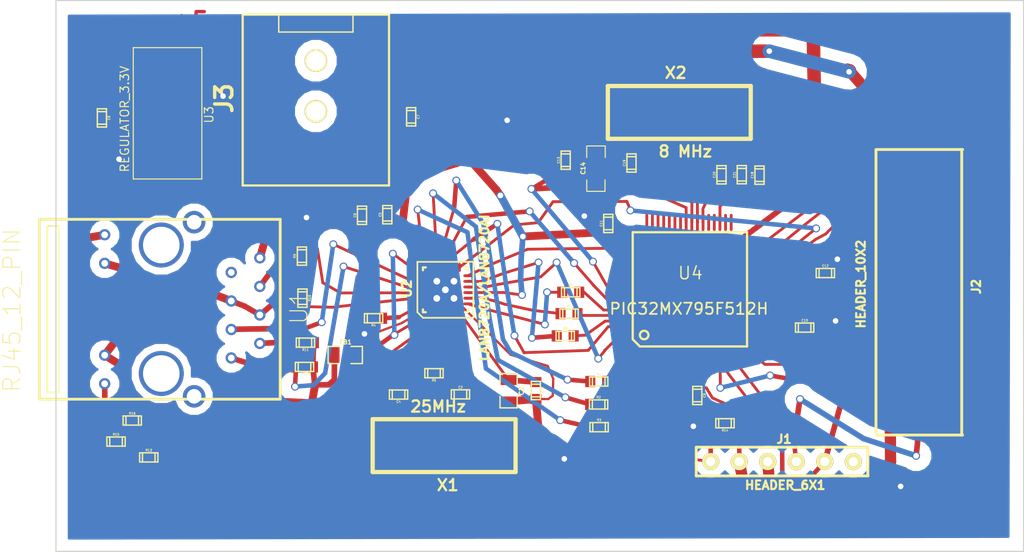
<source format=kicad_pcb>
(kicad_pcb (version 3) (host pcbnew "(2013-08-24 BZR 4298)-stable")

  (general
    (links 137)
    (no_connects 0)
    (area 32.949999 80.949999 119.050001 130.050001)
    (thickness 1.6)
    (drawings 9)
    (tracks 594)
    (zones 0)
    (modules 44)
    (nets 55)
  )

  (page A)
  (layers
    (15 F.Cu signal)
    (0 B.Cu signal)
    (16 B.Adhes user)
    (17 F.Adhes user)
    (18 B.Paste user)
    (19 F.Paste user)
    (20 B.SilkS user)
    (21 F.SilkS user)
    (22 B.Mask user)
    (23 F.Mask user)
    (24 Dwgs.User user)
    (25 Cmts.User user)
    (26 Eco1.User user)
    (27 Eco2.User user)
    (28 Edge.Cuts user)
  )

  (setup
    (last_trace_width 0.2)
    (user_trace_width 0.2)
    (user_trace_width 0.25)
    (user_trace_width 0.3)
    (user_trace_width 0.4)
    (user_trace_width 0.5)
    (user_trace_width 0.6)
    (user_trace_width 0.7)
    (user_trace_width 0.8)
    (user_trace_width 0.9)
    (user_trace_width 1)
    (user_trace_width 1.1)
    (user_trace_width 1.2)
    (trace_clearance 0.1)
    (zone_clearance 1)
    (zone_45_only no)
    (trace_min 0.2)
    (segment_width 0.2)
    (edge_width 0.1)
    (via_size 0.7)
    (via_drill 0.5)
    (via_min_size 0.7)
    (via_min_drill 0.5)
    (uvia_size 0.5)
    (uvia_drill 0.127)
    (uvias_allowed no)
    (uvia_min_size 0.5)
    (uvia_min_drill 0.127)
    (pcb_text_width 0.3)
    (pcb_text_size 1.5 1.5)
    (mod_edge_width 0.15)
    (mod_text_size 1 1)
    (mod_text_width 0.15)
    (pad_size 2.1 4)
    (pad_drill 0)
    (pad_to_mask_clearance 0)
    (pad_to_paste_clearance_ratio -0.1)
    (aux_axis_origin 0 0)
    (visible_elements 7FFFFFFF)
    (pcbplotparams
      (layerselection 272400385)
      (usegerberextensions true)
      (excludeedgelayer true)
      (linewidth 0.150000)
      (plotframeref false)
      (viasonmask false)
      (mode 1)
      (useauxorigin false)
      (hpglpennumber 1)
      (hpglpenspeed 20)
      (hpglpendiameter 15)
      (hpglpenoverlay 2)
      (psnegative false)
      (psa4output false)
      (plotreference true)
      (plotvalue true)
      (plotothertext true)
      (plotinvisibletext false)
      (padsonsilk false)
      (subtractmaskfromsilk false)
      (outputformat 1)
      (mirror false)
      (drillshape 0)
      (scaleselection 1)
      (outputdirectory ""))
  )

  (net 0 "")
  (net 1 +3.3v)
  (net 2 +5v)
  (net 3 AVDD)
  (net 4 ECRSDV)
  (net 5 EMDC)
  (net 6 EMDIO)
  (net 7 EREFCLK)
  (net 8 ERXD0)
  (net 9 ERXD1)
  (net 10 ERXERR)
  (net 11 ETXD0)
  (net 12 ETXD1)
  (net 13 ETXEN)
  (net 14 GND)
  (net 15 GreenLED)
  (net 16 ICSPCLK_RB1)
  (net 17 ICSPDAT_RB0)
  (net 18 N-0000025)
  (net 19 N-0000027)
  (net 20 N-0000028)
  (net 21 N-0000029)
  (net 22 N-0000033)
  (net 23 N-0000034)
  (net 24 N-0000035)
  (net 25 N-0000036)
  (net 26 N-0000064)
  (net 27 N-0000069)
  (net 28 N-0000070)
  (net 29 N-0000071)
  (net 30 N-0000073)
  (net 31 N-0000075)
  (net 32 N-0000078)
  (net 33 RB10)
  (net 34 RB11)
  (net 35 RB12)
  (net 36 RB13)
  (net 37 RB14)
  (net 38 RB2)
  (net 39 RB3)
  (net 40 RB4)
  (net 41 RB5)
  (net 42 RB6)
  (net 43 RB7)
  (net 44 RB8)
  (net 45 RB9)
  (net 46 RF4)
  (net 47 RF5)
  (net 48 RXN)
  (net 49 RXP)
  (net 50 TXN)
  (net 51 TXP)
  (net 52 YellowLED)
  (net 53 nRST)
  (net 54 ~MCLR~)

  (net_class Default "This is the default net class."
    (clearance 0.1)
    (trace_width 0.2)
    (via_dia 0.7)
    (via_drill 0.5)
    (uvia_dia 0.5)
    (uvia_drill 0.127)
    (add_net "")
    (add_net +3.3v)
    (add_net +5v)
    (add_net AVDD)
    (add_net ECRSDV)
    (add_net EMDC)
    (add_net EMDIO)
    (add_net EREFCLK)
    (add_net ERXD0)
    (add_net ERXD1)
    (add_net ERXERR)
    (add_net ETXD0)
    (add_net ETXD1)
    (add_net ETXEN)
    (add_net GND)
    (add_net GreenLED)
    (add_net ICSPCLK_RB1)
    (add_net ICSPDAT_RB0)
    (add_net N-0000025)
    (add_net N-0000027)
    (add_net N-0000028)
    (add_net N-0000029)
    (add_net N-0000033)
    (add_net N-0000034)
    (add_net N-0000035)
    (add_net N-0000036)
    (add_net N-0000064)
    (add_net N-0000069)
    (add_net N-0000070)
    (add_net N-0000071)
    (add_net N-0000073)
    (add_net N-0000075)
    (add_net N-0000078)
    (add_net RB10)
    (add_net RB11)
    (add_net RB12)
    (add_net RB13)
    (add_net RB14)
    (add_net RB2)
    (add_net RB3)
    (add_net RB4)
    (add_net RB5)
    (add_net RB6)
    (add_net RB7)
    (add_net RB8)
    (add_net RB9)
    (add_net RF4)
    (add_net RF5)
    (add_net RXN)
    (add_net RXP)
    (add_net TXN)
    (add_net TXP)
    (add_net YellowLED)
    (add_net nRST)
    (add_net ~MCLR~)
  )

  (module TED_SM0603 (layer F.Cu) (tedit 527731CB) (tstamp 52772E38)
    (at 39.78 118.36)
    (descr "SMT capacitor, 0603")
    (path /523E8A3C)
    (fp_text reference R16 (at 0 -0.635) (layer F.SilkS)
      (effects (font (size 0.20066 0.20066) (thickness 0.04064)))
    )
    (fp_text value "10k 1%" (at 0 0.635) (layer F.SilkS) hide
      (effects (font (size 0.20066 0.20066) (thickness 0.04064)))
    )
    (fp_line (start 0.5588 0.4064) (end 0.5588 -0.4064) (layer F.SilkS) (width 0.127))
    (fp_line (start -0.5588 -0.381) (end -0.5588 0.4064) (layer F.SilkS) (width 0.127))
    (fp_line (start -0.8128 -0.4064) (end 0.8128 -0.4064) (layer F.SilkS) (width 0.127))
    (fp_line (start 0.8128 -0.4064) (end 0.8128 0.4064) (layer F.SilkS) (width 0.127))
    (fp_line (start 0.8128 0.4064) (end -0.8128 0.4064) (layer F.SilkS) (width 0.127))
    (fp_line (start -0.8128 0.4064) (end -0.8128 -0.4064) (layer F.SilkS) (width 0.127))
    (pad 2 smd rect (at 0.75184 0) (size 0.89916 1.00076)
      (layers F.Cu F.Paste F.Mask)
      (net 14 GND)
      (clearance 0.1)
    )
    (pad 1 smd rect (at -0.75184 0) (size 0.89916 1.00076)
      (layers F.Cu F.Paste F.Mask)
      (net 25 N-0000036)
      (clearance 0.1)
    )
    (model smd/capacitors/c_0603.wrl
      (at (xyz 0 0 0))
      (scale (xyz 1 1 1))
      (rotate (xyz 0 0 0))
    )
  )

  (module TED_SM0603 (layer F.Cu) (tedit 527731CB) (tstamp 52772E2D)
    (at 38.34 120.23)
    (descr "SMT capacitor, 0603")
    (path /523E8044)
    (fp_text reference R15 (at 0 -0.635) (layer F.SilkS)
      (effects (font (size 0.20066 0.20066) (thickness 0.04064)))
    )
    (fp_text value 249 (at 0 0.635) (layer F.SilkS) hide
      (effects (font (size 0.20066 0.20066) (thickness 0.04064)))
    )
    (fp_line (start 0.5588 0.4064) (end 0.5588 -0.4064) (layer F.SilkS) (width 0.127))
    (fp_line (start -0.5588 -0.381) (end -0.5588 0.4064) (layer F.SilkS) (width 0.127))
    (fp_line (start -0.8128 -0.4064) (end 0.8128 -0.4064) (layer F.SilkS) (width 0.127))
    (fp_line (start 0.8128 -0.4064) (end 0.8128 0.4064) (layer F.SilkS) (width 0.127))
    (fp_line (start 0.8128 0.4064) (end -0.8128 0.4064) (layer F.SilkS) (width 0.127))
    (fp_line (start -0.8128 0.4064) (end -0.8128 -0.4064) (layer F.SilkS) (width 0.127))
    (pad 2 smd rect (at 0.75184 0) (size 0.89916 1.00076)
      (layers F.Cu F.Paste F.Mask)
      (net 25 N-0000036)
      (clearance 0.1)
    )
    (pad 1 smd rect (at -0.75184 0) (size 0.89916 1.00076)
      (layers F.Cu F.Paste F.Mask)
      (net 15 GreenLED)
      (clearance 0.1)
    )
    (model smd/capacitors/c_0603.wrl
      (at (xyz 0 0 0))
      (scale (xyz 1 1 1))
      (rotate (xyz 0 0 0))
    )
  )

  (module TED_SM0603 (layer F.Cu) (tedit 527731CB) (tstamp 52772E22)
    (at 92.46 118.6 180)
    (descr "SMT capacitor, 0603")
    (path /523F485A)
    (fp_text reference R14 (at 0 -0.635 180) (layer F.SilkS)
      (effects (font (size 0.20066 0.20066) (thickness 0.04064)))
    )
    (fp_text value 4.7k (at 0 0.635 180) (layer F.SilkS) hide
      (effects (font (size 0.20066 0.20066) (thickness 0.04064)))
    )
    (fp_line (start 0.5588 0.4064) (end 0.5588 -0.4064) (layer F.SilkS) (width 0.127))
    (fp_line (start -0.5588 -0.381) (end -0.5588 0.4064) (layer F.SilkS) (width 0.127))
    (fp_line (start -0.8128 -0.4064) (end 0.8128 -0.4064) (layer F.SilkS) (width 0.127))
    (fp_line (start 0.8128 -0.4064) (end 0.8128 0.4064) (layer F.SilkS) (width 0.127))
    (fp_line (start 0.8128 0.4064) (end -0.8128 0.4064) (layer F.SilkS) (width 0.127))
    (fp_line (start -0.8128 0.4064) (end -0.8128 -0.4064) (layer F.SilkS) (width 0.127))
    (pad 2 smd rect (at 0.75184 0 180) (size 0.89916 1.00076)
      (layers F.Cu F.Paste F.Mask)
      (net 54 ~MCLR~)
      (clearance 0.1)
    )
    (pad 1 smd rect (at -0.75184 0 180) (size 0.89916 1.00076)
      (layers F.Cu F.Paste F.Mask)
      (net 1 +3.3v)
      (clearance 0.1)
    )
    (model smd/capacitors/c_0603.wrl
      (at (xyz 0 0 0))
      (scale (xyz 1 1 1))
      (rotate (xyz 0 0 0))
    )
  )

  (module TED_SM0603 (layer F.Cu) (tedit 527731CB) (tstamp 52772E17)
    (at 41.25 121.64)
    (descr "SMT capacitor, 0603")
    (path /523E8065)
    (fp_text reference R13 (at 0 -0.635) (layer F.SilkS)
      (effects (font (size 0.20066 0.20066) (thickness 0.04064)))
    )
    (fp_text value 249 (at 0 0.635) (layer F.SilkS) hide
      (effects (font (size 0.20066 0.20066) (thickness 0.04064)))
    )
    (fp_line (start 0.5588 0.4064) (end 0.5588 -0.4064) (layer F.SilkS) (width 0.127))
    (fp_line (start -0.5588 -0.381) (end -0.5588 0.4064) (layer F.SilkS) (width 0.127))
    (fp_line (start -0.8128 -0.4064) (end 0.8128 -0.4064) (layer F.SilkS) (width 0.127))
    (fp_line (start 0.8128 -0.4064) (end 0.8128 0.4064) (layer F.SilkS) (width 0.127))
    (fp_line (start 0.8128 0.4064) (end -0.8128 0.4064) (layer F.SilkS) (width 0.127))
    (fp_line (start -0.8128 0.4064) (end -0.8128 -0.4064) (layer F.SilkS) (width 0.127))
    (pad 2 smd rect (at 0.75184 0) (size 0.89916 1.00076)
      (layers F.Cu F.Paste F.Mask)
      (net 18 N-0000025)
      (clearance 0.1)
    )
    (pad 1 smd rect (at -0.75184 0) (size 0.89916 1.00076)
      (layers F.Cu F.Paste F.Mask)
      (net 52 YellowLED)
      (clearance 0.1)
    )
    (model smd/capacitors/c_0603.wrl
      (at (xyz 0 0 0))
      (scale (xyz 1 1 1))
      (rotate (xyz 0 0 0))
    )
  )

  (module TED_SM0603 (layer F.Cu) (tedit 527731CB) (tstamp 52772E0C)
    (at 55.09 113.59 180)
    (descr "SMT capacitor, 0603")
    (path /523F1FBF)
    (fp_text reference R12 (at 0 -0.635 180) (layer F.SilkS)
      (effects (font (size 0.20066 0.20066) (thickness 0.04064)))
    )
    (fp_text value 49.9 (at 0 0.635 180) (layer F.SilkS) hide
      (effects (font (size 0.20066 0.20066) (thickness 0.04064)))
    )
    (fp_line (start 0.5588 0.4064) (end 0.5588 -0.4064) (layer F.SilkS) (width 0.127))
    (fp_line (start -0.5588 -0.381) (end -0.5588 0.4064) (layer F.SilkS) (width 0.127))
    (fp_line (start -0.8128 -0.4064) (end 0.8128 -0.4064) (layer F.SilkS) (width 0.127))
    (fp_line (start 0.8128 -0.4064) (end 0.8128 0.4064) (layer F.SilkS) (width 0.127))
    (fp_line (start 0.8128 0.4064) (end -0.8128 0.4064) (layer F.SilkS) (width 0.127))
    (fp_line (start -0.8128 0.4064) (end -0.8128 -0.4064) (layer F.SilkS) (width 0.127))
    (pad 2 smd rect (at 0.75184 0 180) (size 0.89916 1.00076)
      (layers F.Cu F.Paste F.Mask)
      (net 51 TXP)
      (clearance 0.1)
    )
    (pad 1 smd rect (at -0.75184 0 180) (size 0.89916 1.00076)
      (layers F.Cu F.Paste F.Mask)
      (net 1 +3.3v)
      (clearance 0.1)
    )
    (model smd/capacitors/c_0603.wrl
      (at (xyz 0 0 0))
      (scale (xyz 1 1 1))
      (rotate (xyz 0 0 0))
    )
  )

  (module TED_SM0603 (layer F.Cu) (tedit 527731CB) (tstamp 52772E01)
    (at 55.17 111.43 180)
    (descr "SMT capacitor, 0603")
    (path /523F1FD6)
    (fp_text reference R11 (at 0 -0.635 180) (layer F.SilkS)
      (effects (font (size 0.20066 0.20066) (thickness 0.04064)))
    )
    (fp_text value 49.9 (at 0 0.635 180) (layer F.SilkS) hide
      (effects (font (size 0.20066 0.20066) (thickness 0.04064)))
    )
    (fp_line (start 0.5588 0.4064) (end 0.5588 -0.4064) (layer F.SilkS) (width 0.127))
    (fp_line (start -0.5588 -0.381) (end -0.5588 0.4064) (layer F.SilkS) (width 0.127))
    (fp_line (start -0.8128 -0.4064) (end 0.8128 -0.4064) (layer F.SilkS) (width 0.127))
    (fp_line (start 0.8128 -0.4064) (end 0.8128 0.4064) (layer F.SilkS) (width 0.127))
    (fp_line (start 0.8128 0.4064) (end -0.8128 0.4064) (layer F.SilkS) (width 0.127))
    (fp_line (start -0.8128 0.4064) (end -0.8128 -0.4064) (layer F.SilkS) (width 0.127))
    (pad 2 smd rect (at 0.75184 0 180) (size 0.89916 1.00076)
      (layers F.Cu F.Paste F.Mask)
      (net 50 TXN)
      (clearance 0.1)
    )
    (pad 1 smd rect (at -0.75184 0 180) (size 0.89916 1.00076)
      (layers F.Cu F.Paste F.Mask)
      (net 1 +3.3v)
      (clearance 0.1)
    )
    (model smd/capacitors/c_0603.wrl
      (at (xyz 0 0 0))
      (scale (xyz 1 1 1))
      (rotate (xyz 0 0 0))
    )
  )

  (module TED_SM0603 (layer F.Cu) (tedit 527731CB) (tstamp 52772DF6)
    (at 54.91 107.47 270)
    (descr "SMT capacitor, 0603")
    (path /523F1FDC)
    (fp_text reference R10 (at 0 -0.635 270) (layer F.SilkS)
      (effects (font (size 0.20066 0.20066) (thickness 0.04064)))
    )
    (fp_text value 49.9 (at 0 0.635 270) (layer F.SilkS) hide
      (effects (font (size 0.20066 0.20066) (thickness 0.04064)))
    )
    (fp_line (start 0.5588 0.4064) (end 0.5588 -0.4064) (layer F.SilkS) (width 0.127))
    (fp_line (start -0.5588 -0.381) (end -0.5588 0.4064) (layer F.SilkS) (width 0.127))
    (fp_line (start -0.8128 -0.4064) (end 0.8128 -0.4064) (layer F.SilkS) (width 0.127))
    (fp_line (start 0.8128 -0.4064) (end 0.8128 0.4064) (layer F.SilkS) (width 0.127))
    (fp_line (start 0.8128 0.4064) (end -0.8128 0.4064) (layer F.SilkS) (width 0.127))
    (fp_line (start -0.8128 0.4064) (end -0.8128 -0.4064) (layer F.SilkS) (width 0.127))
    (pad 2 smd rect (at 0.75184 0 270) (size 0.89916 1.00076)
      (layers F.Cu F.Paste F.Mask)
      (net 49 RXP)
      (clearance 0.1)
    )
    (pad 1 smd rect (at -0.75184 0 270) (size 0.89916 1.00076)
      (layers F.Cu F.Paste F.Mask)
      (net 1 +3.3v)
      (clearance 0.1)
    )
    (model smd/capacitors/c_0603.wrl
      (at (xyz 0 0 0))
      (scale (xyz 1 1 1))
      (rotate (xyz 0 0 0))
    )
  )

  (module TED_SM0603 (layer F.Cu) (tedit 527731CB) (tstamp 52772DEB)
    (at 54.86 103.73 90)
    (descr "SMT capacitor, 0603")
    (path /523F1FE2)
    (fp_text reference R9 (at 0 -0.635 90) (layer F.SilkS)
      (effects (font (size 0.20066 0.20066) (thickness 0.04064)))
    )
    (fp_text value 49.9 (at 0 0.635 90) (layer F.SilkS) hide
      (effects (font (size 0.20066 0.20066) (thickness 0.04064)))
    )
    (fp_line (start 0.5588 0.4064) (end 0.5588 -0.4064) (layer F.SilkS) (width 0.127))
    (fp_line (start -0.5588 -0.381) (end -0.5588 0.4064) (layer F.SilkS) (width 0.127))
    (fp_line (start -0.8128 -0.4064) (end 0.8128 -0.4064) (layer F.SilkS) (width 0.127))
    (fp_line (start 0.8128 -0.4064) (end 0.8128 0.4064) (layer F.SilkS) (width 0.127))
    (fp_line (start 0.8128 0.4064) (end -0.8128 0.4064) (layer F.SilkS) (width 0.127))
    (fp_line (start -0.8128 0.4064) (end -0.8128 -0.4064) (layer F.SilkS) (width 0.127))
    (pad 2 smd rect (at 0.75184 0 90) (size 0.89916 1.00076)
      (layers F.Cu F.Paste F.Mask)
      (net 48 RXN)
      (clearance 0.1)
    )
    (pad 1 smd rect (at -0.75184 0 90) (size 0.89916 1.00076)
      (layers F.Cu F.Paste F.Mask)
      (net 1 +3.3v)
      (clearance 0.1)
    )
    (model smd/capacitors/c_0603.wrl
      (at (xyz 0 0 0))
      (scale (xyz 1 1 1))
      (rotate (xyz 0 0 0))
    )
  )

  (module TED_SM0603 (layer F.Cu) (tedit 527731CB) (tstamp 52772DE0)
    (at 78.26 110.83)
    (descr "SMT capacitor, 0603")
    (path /523F3E09)
    (fp_text reference R8 (at 0 -0.635) (layer F.SilkS)
      (effects (font (size 0.20066 0.20066) (thickness 0.04064)))
    )
    (fp_text value 33 (at 0 0.635) (layer F.SilkS) hide
      (effects (font (size 0.20066 0.20066) (thickness 0.04064)))
    )
    (fp_line (start 0.5588 0.4064) (end 0.5588 -0.4064) (layer F.SilkS) (width 0.127))
    (fp_line (start -0.5588 -0.381) (end -0.5588 0.4064) (layer F.SilkS) (width 0.127))
    (fp_line (start -0.8128 -0.4064) (end 0.8128 -0.4064) (layer F.SilkS) (width 0.127))
    (fp_line (start 0.8128 -0.4064) (end 0.8128 0.4064) (layer F.SilkS) (width 0.127))
    (fp_line (start 0.8128 0.4064) (end -0.8128 0.4064) (layer F.SilkS) (width 0.127))
    (fp_line (start -0.8128 0.4064) (end -0.8128 -0.4064) (layer F.SilkS) (width 0.127))
    (pad 2 smd rect (at 0.75184 0) (size 0.89916 1.00076)
      (layers F.Cu F.Paste F.Mask)
      (net 4 ECRSDV)
      (clearance 0.1)
    )
    (pad 1 smd rect (at -0.75184 0) (size 0.89916 1.00076)
      (layers F.Cu F.Paste F.Mask)
      (net 30 N-0000073)
      (clearance 0.1)
    )
    (model smd/capacitors/c_0603.wrl
      (at (xyz 0 0 0))
      (scale (xyz 1 1 1))
      (rotate (xyz 0 0 0))
    )
  )

  (module TED_SM0603 (layer F.Cu) (tedit 527731CB) (tstamp 52772DD5)
    (at 78.6 108.85)
    (descr "SMT capacitor, 0603")
    (path /523E8470)
    (fp_text reference R7 (at 0 -0.635) (layer F.SilkS)
      (effects (font (size 0.20066 0.20066) (thickness 0.04064)))
    )
    (fp_text value 33 (at 0 0.635) (layer F.SilkS) hide
      (effects (font (size 0.20066 0.20066) (thickness 0.04064)))
    )
    (fp_line (start 0.5588 0.4064) (end 0.5588 -0.4064) (layer F.SilkS) (width 0.127))
    (fp_line (start -0.5588 -0.381) (end -0.5588 0.4064) (layer F.SilkS) (width 0.127))
    (fp_line (start -0.8128 -0.4064) (end 0.8128 -0.4064) (layer F.SilkS) (width 0.127))
    (fp_line (start 0.8128 -0.4064) (end 0.8128 0.4064) (layer F.SilkS) (width 0.127))
    (fp_line (start 0.8128 0.4064) (end -0.8128 0.4064) (layer F.SilkS) (width 0.127))
    (fp_line (start -0.8128 0.4064) (end -0.8128 -0.4064) (layer F.SilkS) (width 0.127))
    (pad 2 smd rect (at 0.75184 0) (size 0.89916 1.00076)
      (layers F.Cu F.Paste F.Mask)
      (net 8 ERXD0)
      (clearance 0.1)
    )
    (pad 1 smd rect (at -0.75184 0) (size 0.89916 1.00076)
      (layers F.Cu F.Paste F.Mask)
      (net 22 N-0000033)
      (clearance 0.1)
    )
    (model smd/capacitors/c_0603.wrl
      (at (xyz 0 0 0))
      (scale (xyz 1 1 1))
      (rotate (xyz 0 0 0))
    )
  )

  (module TED_SM0603 (layer F.Cu) (tedit 527731CB) (tstamp 52772DCA)
    (at 78.75 106.95)
    (descr "SMT capacitor, 0603")
    (path /523E8497)
    (fp_text reference R6 (at 0 -0.635) (layer F.SilkS)
      (effects (font (size 0.20066 0.20066) (thickness 0.04064)))
    )
    (fp_text value 33 (at 0 0.635) (layer F.SilkS) hide
      (effects (font (size 0.20066 0.20066) (thickness 0.04064)))
    )
    (fp_line (start 0.5588 0.4064) (end 0.5588 -0.4064) (layer F.SilkS) (width 0.127))
    (fp_line (start -0.5588 -0.381) (end -0.5588 0.4064) (layer F.SilkS) (width 0.127))
    (fp_line (start -0.8128 -0.4064) (end 0.8128 -0.4064) (layer F.SilkS) (width 0.127))
    (fp_line (start 0.8128 -0.4064) (end 0.8128 0.4064) (layer F.SilkS) (width 0.127))
    (fp_line (start 0.8128 0.4064) (end -0.8128 0.4064) (layer F.SilkS) (width 0.127))
    (fp_line (start -0.8128 0.4064) (end -0.8128 -0.4064) (layer F.SilkS) (width 0.127))
    (pad 2 smd rect (at 0.75184 0) (size 0.89916 1.00076)
      (layers F.Cu F.Paste F.Mask)
      (net 9 ERXD1)
      (clearance 0.1)
    )
    (pad 1 smd rect (at -0.75184 0) (size 0.89916 1.00076)
      (layers F.Cu F.Paste F.Mask)
      (net 23 N-0000034)
      (clearance 0.1)
    )
    (model smd/capacitors/c_0603.wrl
      (at (xyz 0 0 0))
      (scale (xyz 1 1 1))
      (rotate (xyz 0 0 0))
    )
  )

  (module TED_SM0603 (layer F.Cu) (tedit 527731CB) (tstamp 52772DBF)
    (at 66.6 114.15 180)
    (descr "SMT capacitor, 0603")
    (path /523E7C54)
    (fp_text reference R5 (at 0 -0.635 180) (layer F.SilkS)
      (effects (font (size 0.20066 0.20066) (thickness 0.04064)))
    )
    (fp_text value 1M (at 0 0.635 180) (layer F.SilkS) hide
      (effects (font (size 0.20066 0.20066) (thickness 0.04064)))
    )
    (fp_line (start 0.5588 0.4064) (end 0.5588 -0.4064) (layer F.SilkS) (width 0.127))
    (fp_line (start -0.5588 -0.381) (end -0.5588 0.4064) (layer F.SilkS) (width 0.127))
    (fp_line (start -0.8128 -0.4064) (end 0.8128 -0.4064) (layer F.SilkS) (width 0.127))
    (fp_line (start 0.8128 -0.4064) (end 0.8128 0.4064) (layer F.SilkS) (width 0.127))
    (fp_line (start 0.8128 0.4064) (end -0.8128 0.4064) (layer F.SilkS) (width 0.127))
    (fp_line (start -0.8128 0.4064) (end -0.8128 -0.4064) (layer F.SilkS) (width 0.127))
    (pad 2 smd rect (at 0.75184 0 180) (size 0.89916 1.00076)
      (layers F.Cu F.Paste F.Mask)
      (net 20 N-0000028)
      (clearance 0.1)
    )
    (pad 1 smd rect (at -0.75184 0 180) (size 0.89916 1.00076)
      (layers F.Cu F.Paste F.Mask)
      (net 19 N-0000027)
      (clearance 0.1)
    )
    (model smd/capacitors/c_0603.wrl
      (at (xyz 0 0 0))
      (scale (xyz 1 1 1))
      (rotate (xyz 0 0 0))
    )
  )

  (module TED_SM0603 (layer F.Cu) (tedit 527731CB) (tstamp 52772DA9)
    (at 81.27 118.95)
    (descr "SMT capacitor, 0603")
    (path /523F2E2D)
    (fp_text reference R3 (at 0 -0.635) (layer F.SilkS)
      (effects (font (size 0.20066 0.20066) (thickness 0.04064)))
    )
    (fp_text value 33 (at 0 0.635) (layer F.SilkS) hide
      (effects (font (size 0.20066 0.20066) (thickness 0.04064)))
    )
    (fp_line (start 0.5588 0.4064) (end 0.5588 -0.4064) (layer F.SilkS) (width 0.127))
    (fp_line (start -0.5588 -0.381) (end -0.5588 0.4064) (layer F.SilkS) (width 0.127))
    (fp_line (start -0.8128 -0.4064) (end 0.8128 -0.4064) (layer F.SilkS) (width 0.127))
    (fp_line (start 0.8128 -0.4064) (end 0.8128 0.4064) (layer F.SilkS) (width 0.127))
    (fp_line (start 0.8128 0.4064) (end -0.8128 0.4064) (layer F.SilkS) (width 0.127))
    (fp_line (start -0.8128 0.4064) (end -0.8128 -0.4064) (layer F.SilkS) (width 0.127))
    (pad 2 smd rect (at 0.75184 0) (size 0.89916 1.00076)
      (layers F.Cu F.Paste F.Mask)
      (net 12 ETXD1)
      (clearance 0.1)
    )
    (pad 1 smd rect (at -0.75184 0) (size 0.89916 1.00076)
      (layers F.Cu F.Paste F.Mask)
      (net 29 N-0000071)
      (clearance 0.1)
    )
    (model smd/capacitors/c_0603.wrl
      (at (xyz 0 0 0))
      (scale (xyz 1 1 1))
      (rotate (xyz 0 0 0))
    )
  )

  (module TED_SM0603 (layer F.Cu) (tedit 527731CB) (tstamp 52772D9E)
    (at 81.23 116.93)
    (descr "SMT capacitor, 0603")
    (path /523F2C6C)
    (fp_text reference R2 (at 0 -0.635) (layer F.SilkS)
      (effects (font (size 0.20066 0.20066) (thickness 0.04064)))
    )
    (fp_text value 33 (at 0 0.635) (layer F.SilkS) hide
      (effects (font (size 0.20066 0.20066) (thickness 0.04064)))
    )
    (fp_line (start 0.5588 0.4064) (end 0.5588 -0.4064) (layer F.SilkS) (width 0.127))
    (fp_line (start -0.5588 -0.381) (end -0.5588 0.4064) (layer F.SilkS) (width 0.127))
    (fp_line (start -0.8128 -0.4064) (end 0.8128 -0.4064) (layer F.SilkS) (width 0.127))
    (fp_line (start 0.8128 -0.4064) (end 0.8128 0.4064) (layer F.SilkS) (width 0.127))
    (fp_line (start 0.8128 0.4064) (end -0.8128 0.4064) (layer F.SilkS) (width 0.127))
    (fp_line (start -0.8128 0.4064) (end -0.8128 -0.4064) (layer F.SilkS) (width 0.127))
    (pad 2 smd rect (at 0.75184 0) (size 0.89916 1.00076)
      (layers F.Cu F.Paste F.Mask)
      (net 11 ETXD0)
      (clearance 0.1)
    )
    (pad 1 smd rect (at -0.75184 0) (size 0.89916 1.00076)
      (layers F.Cu F.Paste F.Mask)
      (net 28 N-0000070)
      (clearance 0.1)
    )
    (model smd/capacitors/c_0603.wrl
      (at (xyz 0 0 0))
      (scale (xyz 1 1 1))
      (rotate (xyz 0 0 0))
    )
  )

  (module TED_SM0603 (layer F.Cu) (tedit 527731CB) (tstamp 52772D93)
    (at 81.24 114.89)
    (descr "SMT capacitor, 0603")
    (path /523F2C72)
    (fp_text reference R1 (at 0 -0.635) (layer F.SilkS)
      (effects (font (size 0.20066 0.20066) (thickness 0.04064)))
    )
    (fp_text value 33 (at 0 0.635) (layer F.SilkS) hide
      (effects (font (size 0.20066 0.20066) (thickness 0.04064)))
    )
    (fp_line (start 0.5588 0.4064) (end 0.5588 -0.4064) (layer F.SilkS) (width 0.127))
    (fp_line (start -0.5588 -0.381) (end -0.5588 0.4064) (layer F.SilkS) (width 0.127))
    (fp_line (start -0.8128 -0.4064) (end 0.8128 -0.4064) (layer F.SilkS) (width 0.127))
    (fp_line (start 0.8128 -0.4064) (end 0.8128 0.4064) (layer F.SilkS) (width 0.127))
    (fp_line (start 0.8128 0.4064) (end -0.8128 0.4064) (layer F.SilkS) (width 0.127))
    (fp_line (start -0.8128 0.4064) (end -0.8128 -0.4064) (layer F.SilkS) (width 0.127))
    (pad 2 smd rect (at 0.75184 0) (size 0.89916 1.00076)
      (layers F.Cu F.Paste F.Mask)
      (net 13 ETXEN)
      (clearance 0.1)
    )
    (pad 1 smd rect (at -0.75184 0) (size 0.89916 1.00076)
      (layers F.Cu F.Paste F.Mask)
      (net 27 N-0000069)
      (clearance 0.1)
    )
    (model smd/capacitors/c_0603.wrl
      (at (xyz 0 0 0))
      (scale (xyz 1 1 1))
      (rotate (xyz 0 0 0))
    )
  )

  (module TED_HEADER_6x1_BOTTOM (layer F.Cu) (tedit 52772A0F) (tstamp 52772D86)
    (at 97.54 122)
    (path /523E1759)
    (fp_text reference J1 (at 0.1778 -1.98628) (layer F.SilkS)
      (effects (font (size 0.762 0.762) (thickness 0.1905)))
    )
    (fp_text value HEADER_6X1 (at 0.26924 2.11328) (layer F.SilkS)
      (effects (font (size 0.762 0.762) (thickness 0.1905)))
    )
    (fp_line (start 7.62 -1.27) (end -7.62 -1.27) (layer F.SilkS) (width 0.254))
    (fp_line (start 7.62 -1.27) (end 7.62 1.27) (layer F.SilkS) (width 0.254))
    (fp_line (start 7.63524 1.28524) (end -7.63524 1.28524) (layer F.SilkS) (width 0.254))
    (fp_line (start -7.63524 1.28524) (end -7.63524 -1.27508) (layer F.SilkS) (width 0.254))
    (pad 5 thru_hole circle (at 3.78968 0.01016) (size 1.524 1.524) (drill 0.8128)
      (layers *.Mask F.Cu F.SilkS)
      (net 16 ICSPCLK_RB1)
    )
    (pad 6 thru_hole circle (at 6.32968 0.01524) (size 1.524 1.524) (drill 0.8128)
      (layers *.Mask F.Cu F.SilkS)
    )
    (pad 1 thru_hole circle (at -6.35 0.01016) (size 1.524 1.524) (drill 0.8128)
      (layers *.Mask F.Cu F.SilkS)
      (net 54 ~MCLR~)
    )
    (pad 2 thru_hole circle (at -3.81 0.01524) (size 1.524 1.524) (drill 0.8128)
      (layers *.Mask F.Cu F.SilkS)
      (net 1 +3.3v)
    )
    (pad 4 thru_hole circle (at 1.25984 0.01524) (size 1.524 1.524) (drill 0.8128)
      (layers *.Mask F.Cu F.SilkS)
      (net 17 ICSPDAT_RB0)
    )
    (pad 3 thru_hole circle (at -1.28016 0.01016) (size 1.524 1.524) (drill 0.8128)
      (layers *.Mask F.Cu F.SilkS)
      (net 14 GND)
    )
  )

  (module TED_SM0603 (layer F.Cu) (tedit 527731CB) (tstamp 52772D7B)
    (at 93.95 96.49 90)
    (descr "SMT capacitor, 0603")
    (path /523E5206)
    (fp_text reference C21 (at 0 -0.635 90) (layer F.SilkS)
      (effects (font (size 0.20066 0.20066) (thickness 0.04064)))
    )
    (fp_text value .1uF (at 0 0.635 90) (layer F.SilkS) hide
      (effects (font (size 0.20066 0.20066) (thickness 0.04064)))
    )
    (fp_line (start 0.5588 0.4064) (end 0.5588 -0.4064) (layer F.SilkS) (width 0.127))
    (fp_line (start -0.5588 -0.381) (end -0.5588 0.4064) (layer F.SilkS) (width 0.127))
    (fp_line (start -0.8128 -0.4064) (end 0.8128 -0.4064) (layer F.SilkS) (width 0.127))
    (fp_line (start 0.8128 -0.4064) (end 0.8128 0.4064) (layer F.SilkS) (width 0.127))
    (fp_line (start 0.8128 0.4064) (end -0.8128 0.4064) (layer F.SilkS) (width 0.127))
    (fp_line (start -0.8128 0.4064) (end -0.8128 -0.4064) (layer F.SilkS) (width 0.127))
    (pad 2 smd rect (at 0.75184 0 90) (size 0.89916 1.00076)
      (layers F.Cu F.Paste F.Mask)
      (net 14 GND)
      (clearance 0.1)
    )
    (pad 1 smd rect (at -0.75184 0 90) (size 0.89916 1.00076)
      (layers F.Cu F.Paste F.Mask)
      (net 1 +3.3v)
      (clearance 0.1)
    )
    (model smd/capacitors/c_0603.wrl
      (at (xyz 0 0 0))
      (scale (xyz 1 1 1))
      (rotate (xyz 0 0 0))
    )
  )

  (module TED_SM0603 (layer F.Cu) (tedit 527731CB) (tstamp 52772D70)
    (at 92.15 96.5 90)
    (descr "SMT capacitor, 0603")
    (path /523F7B88)
    (fp_text reference C20 (at 0 -0.635 90) (layer F.SilkS)
      (effects (font (size 0.20066 0.20066) (thickness 0.04064)))
    )
    (fp_text value 18pF (at 0 0.635 90) (layer F.SilkS) hide
      (effects (font (size 0.20066 0.20066) (thickness 0.04064)))
    )
    (fp_line (start 0.5588 0.4064) (end 0.5588 -0.4064) (layer F.SilkS) (width 0.127))
    (fp_line (start -0.5588 -0.381) (end -0.5588 0.4064) (layer F.SilkS) (width 0.127))
    (fp_line (start -0.8128 -0.4064) (end 0.8128 -0.4064) (layer F.SilkS) (width 0.127))
    (fp_line (start 0.8128 -0.4064) (end 0.8128 0.4064) (layer F.SilkS) (width 0.127))
    (fp_line (start 0.8128 0.4064) (end -0.8128 0.4064) (layer F.SilkS) (width 0.127))
    (fp_line (start -0.8128 0.4064) (end -0.8128 -0.4064) (layer F.SilkS) (width 0.127))
    (pad 2 smd rect (at 0.75184 0 90) (size 0.89916 1.00076)
      (layers F.Cu F.Paste F.Mask)
      (net 14 GND)
      (clearance 0.1)
    )
    (pad 1 smd rect (at -0.75184 0 90) (size 0.89916 1.00076)
      (layers F.Cu F.Paste F.Mask)
      (net 32 N-0000078)
      (clearance 0.1)
    )
    (model smd/capacitors/c_0603.wrl
      (at (xyz 0 0 0))
      (scale (xyz 1 1 1))
      (rotate (xyz 0 0 0))
    )
  )

  (module TED_SM0603 (layer F.Cu) (tedit 527731CB) (tstamp 52772D65)
    (at 84.15 95.45 90)
    (descr "SMT capacitor, 0603")
    (path /523F7B67)
    (fp_text reference C19 (at 0 -0.635 90) (layer F.SilkS)
      (effects (font (size 0.20066 0.20066) (thickness 0.04064)))
    )
    (fp_text value 18pF (at 0 0.635 90) (layer F.SilkS) hide
      (effects (font (size 0.20066 0.20066) (thickness 0.04064)))
    )
    (fp_line (start 0.5588 0.4064) (end 0.5588 -0.4064) (layer F.SilkS) (width 0.127))
    (fp_line (start -0.5588 -0.381) (end -0.5588 0.4064) (layer F.SilkS) (width 0.127))
    (fp_line (start -0.8128 -0.4064) (end 0.8128 -0.4064) (layer F.SilkS) (width 0.127))
    (fp_line (start 0.8128 -0.4064) (end 0.8128 0.4064) (layer F.SilkS) (width 0.127))
    (fp_line (start 0.8128 0.4064) (end -0.8128 0.4064) (layer F.SilkS) (width 0.127))
    (fp_line (start -0.8128 0.4064) (end -0.8128 -0.4064) (layer F.SilkS) (width 0.127))
    (pad 2 smd rect (at 0.75184 0 90) (size 0.89916 1.00076)
      (layers F.Cu F.Paste F.Mask)
      (net 14 GND)
      (clearance 0.1)
    )
    (pad 1 smd rect (at -0.75184 0 90) (size 0.89916 1.00076)
      (layers F.Cu F.Paste F.Mask)
      (net 26 N-0000064)
      (clearance 0.1)
    )
    (model smd/capacitors/c_0603.wrl
      (at (xyz 0 0 0))
      (scale (xyz 1 1 1))
      (rotate (xyz 0 0 0))
    )
  )

  (module TED_SM0603 (layer F.Cu) (tedit 527731CB) (tstamp 52772D5A)
    (at 95.53 96.53 90)
    (descr "SMT capacitor, 0603")
    (path /523F7895)
    (fp_text reference C18 (at 0 -0.635 90) (layer F.SilkS)
      (effects (font (size 0.20066 0.20066) (thickness 0.04064)))
    )
    (fp_text value .1uF (at 0 0.635 90) (layer F.SilkS) hide
      (effects (font (size 0.20066 0.20066) (thickness 0.04064)))
    )
    (fp_line (start 0.5588 0.4064) (end 0.5588 -0.4064) (layer F.SilkS) (width 0.127))
    (fp_line (start -0.5588 -0.381) (end -0.5588 0.4064) (layer F.SilkS) (width 0.127))
    (fp_line (start -0.8128 -0.4064) (end 0.8128 -0.4064) (layer F.SilkS) (width 0.127))
    (fp_line (start 0.8128 -0.4064) (end 0.8128 0.4064) (layer F.SilkS) (width 0.127))
    (fp_line (start 0.8128 0.4064) (end -0.8128 0.4064) (layer F.SilkS) (width 0.127))
    (fp_line (start -0.8128 0.4064) (end -0.8128 -0.4064) (layer F.SilkS) (width 0.127))
    (pad 2 smd rect (at 0.75184 0 90) (size 0.89916 1.00076)
      (layers F.Cu F.Paste F.Mask)
      (net 14 GND)
      (clearance 0.1)
    )
    (pad 1 smd rect (at -0.75184 0 90) (size 0.89916 1.00076)
      (layers F.Cu F.Paste F.Mask)
      (net 1 +3.3v)
      (clearance 0.1)
    )
    (model smd/capacitors/c_0603.wrl
      (at (xyz 0 0 0))
      (scale (xyz 1 1 1))
      (rotate (xyz 0 0 0))
    )
  )

  (module TED_SM0603 (layer F.Cu) (tedit 527731CB) (tstamp 52772D4F)
    (at 78.3 95.2 90)
    (descr "SMT capacitor, 0603")
    (path /523F8AF6)
    (fp_text reference C13 (at 0 -0.635 90) (layer F.SilkS)
      (effects (font (size 0.20066 0.20066) (thickness 0.04064)))
    )
    (fp_text value .1uF (at 0 0.635 90) (layer F.SilkS) hide
      (effects (font (size 0.20066 0.20066) (thickness 0.04064)))
    )
    (fp_line (start 0.5588 0.4064) (end 0.5588 -0.4064) (layer F.SilkS) (width 0.127))
    (fp_line (start -0.5588 -0.381) (end -0.5588 0.4064) (layer F.SilkS) (width 0.127))
    (fp_line (start -0.8128 -0.4064) (end 0.8128 -0.4064) (layer F.SilkS) (width 0.127))
    (fp_line (start 0.8128 -0.4064) (end 0.8128 0.4064) (layer F.SilkS) (width 0.127))
    (fp_line (start 0.8128 0.4064) (end -0.8128 0.4064) (layer F.SilkS) (width 0.127))
    (fp_line (start -0.8128 0.4064) (end -0.8128 -0.4064) (layer F.SilkS) (width 0.127))
    (pad 2 smd rect (at 0.75184 0 90) (size 0.89916 1.00076)
      (layers F.Cu F.Paste F.Mask)
      (net 14 GND)
      (clearance 0.1)
    )
    (pad 1 smd rect (at -0.75184 0 90) (size 0.89916 1.00076)
      (layers F.Cu F.Paste F.Mask)
      (net 31 N-0000075)
      (clearance 0.1)
    )
    (model smd/capacitors/c_0603.wrl
      (at (xyz 0 0 0))
      (scale (xyz 1 1 1))
      (rotate (xyz 0 0 0))
    )
  )

  (module TED_SM0603 (layer F.Cu) (tedit 527731CB) (tstamp 52772D44)
    (at 101.38 105.24)
    (descr "SMT capacitor, 0603")
    (path /523E5232)
    (fp_text reference C12 (at 0 -0.635) (layer F.SilkS)
      (effects (font (size 0.20066 0.20066) (thickness 0.04064)))
    )
    (fp_text value .1uF (at 0 0.635) (layer F.SilkS) hide
      (effects (font (size 0.20066 0.20066) (thickness 0.04064)))
    )
    (fp_line (start 0.5588 0.4064) (end 0.5588 -0.4064) (layer F.SilkS) (width 0.127))
    (fp_line (start -0.5588 -0.381) (end -0.5588 0.4064) (layer F.SilkS) (width 0.127))
    (fp_line (start -0.8128 -0.4064) (end 0.8128 -0.4064) (layer F.SilkS) (width 0.127))
    (fp_line (start 0.8128 -0.4064) (end 0.8128 0.4064) (layer F.SilkS) (width 0.127))
    (fp_line (start 0.8128 0.4064) (end -0.8128 0.4064) (layer F.SilkS) (width 0.127))
    (fp_line (start -0.8128 0.4064) (end -0.8128 -0.4064) (layer F.SilkS) (width 0.127))
    (pad 2 smd rect (at 0.75184 0) (size 0.89916 1.00076)
      (layers F.Cu F.Paste F.Mask)
      (net 14 GND)
      (clearance 0.1)
    )
    (pad 1 smd rect (at -0.75184 0) (size 0.89916 1.00076)
      (layers F.Cu F.Paste F.Mask)
      (net 1 +3.3v)
      (clearance 0.1)
    )
    (model smd/capacitors/c_0603.wrl
      (at (xyz 0 0 0))
      (scale (xyz 1 1 1))
      (rotate (xyz 0 0 0))
    )
  )

  (module TED_SM0603 (layer F.Cu) (tedit 527731CB) (tstamp 52772D39)
    (at 82.09 100.83 90)
    (descr "SMT capacitor, 0603")
    (path /523E51D1)
    (fp_text reference C11 (at 0 -0.635 90) (layer F.SilkS)
      (effects (font (size 0.20066 0.20066) (thickness 0.04064)))
    )
    (fp_text value .1uF (at 0 0.635 90) (layer F.SilkS) hide
      (effects (font (size 0.20066 0.20066) (thickness 0.04064)))
    )
    (fp_line (start 0.5588 0.4064) (end 0.5588 -0.4064) (layer F.SilkS) (width 0.127))
    (fp_line (start -0.5588 -0.381) (end -0.5588 0.4064) (layer F.SilkS) (width 0.127))
    (fp_line (start -0.8128 -0.4064) (end 0.8128 -0.4064) (layer F.SilkS) (width 0.127))
    (fp_line (start 0.8128 -0.4064) (end 0.8128 0.4064) (layer F.SilkS) (width 0.127))
    (fp_line (start 0.8128 0.4064) (end -0.8128 0.4064) (layer F.SilkS) (width 0.127))
    (fp_line (start -0.8128 0.4064) (end -0.8128 -0.4064) (layer F.SilkS) (width 0.127))
    (pad 2 smd rect (at 0.75184 0 90) (size 0.89916 1.00076)
      (layers F.Cu F.Paste F.Mask)
      (net 14 GND)
      (clearance 0.1)
    )
    (pad 1 smd rect (at -0.75184 0 90) (size 0.89916 1.00076)
      (layers F.Cu F.Paste F.Mask)
      (net 1 +3.3v)
      (clearance 0.1)
    )
    (model smd/capacitors/c_0603.wrl
      (at (xyz 0 0 0))
      (scale (xyz 1 1 1))
      (rotate (xyz 0 0 0))
    )
  )

  (module TED_SM0603 (layer F.Cu) (tedit 527731CB) (tstamp 52772D2E)
    (at 99.54 110.09)
    (descr "SMT capacitor, 0603")
    (path /523F9CE6)
    (fp_text reference C10 (at 0 -0.635) (layer F.SilkS)
      (effects (font (size 0.20066 0.20066) (thickness 0.04064)))
    )
    (fp_text value .1uF (at 0 0.635) (layer F.SilkS) hide
      (effects (font (size 0.20066 0.20066) (thickness 0.04064)))
    )
    (fp_line (start 0.5588 0.4064) (end 0.5588 -0.4064) (layer F.SilkS) (width 0.127))
    (fp_line (start -0.5588 -0.381) (end -0.5588 0.4064) (layer F.SilkS) (width 0.127))
    (fp_line (start -0.8128 -0.4064) (end 0.8128 -0.4064) (layer F.SilkS) (width 0.127))
    (fp_line (start 0.8128 -0.4064) (end 0.8128 0.4064) (layer F.SilkS) (width 0.127))
    (fp_line (start 0.8128 0.4064) (end -0.8128 0.4064) (layer F.SilkS) (width 0.127))
    (fp_line (start -0.8128 0.4064) (end -0.8128 -0.4064) (layer F.SilkS) (width 0.127))
    (pad 2 smd rect (at 0.75184 0) (size 0.89916 1.00076)
      (layers F.Cu F.Paste F.Mask)
      (net 14 GND)
      (clearance 0.1)
    )
    (pad 1 smd rect (at -0.75184 0) (size 0.89916 1.00076)
      (layers F.Cu F.Paste F.Mask)
      (net 1 +3.3v)
      (clearance 0.1)
    )
    (model smd/capacitors/c_0603.wrl
      (at (xyz 0 0 0))
      (scale (xyz 1 1 1))
      (rotate (xyz 0 0 0))
    )
  )

  (module TED_SM0603 (layer F.Cu) (tedit 527731CB) (tstamp 52772D23)
    (at 37.084 91.44 270)
    (descr "SMT capacitor, 0603")
    (path /523F8DC7)
    (fp_text reference C9 (at 0 -0.635 270) (layer F.SilkS)
      (effects (font (size 0.20066 0.20066) (thickness 0.04064)))
    )
    (fp_text value 4.7uF (at 0 0.635 270) (layer F.SilkS) hide
      (effects (font (size 0.20066 0.20066) (thickness 0.04064)))
    )
    (fp_line (start 0.5588 0.4064) (end 0.5588 -0.4064) (layer F.SilkS) (width 0.127))
    (fp_line (start -0.5588 -0.381) (end -0.5588 0.4064) (layer F.SilkS) (width 0.127))
    (fp_line (start -0.8128 -0.4064) (end 0.8128 -0.4064) (layer F.SilkS) (width 0.127))
    (fp_line (start 0.8128 -0.4064) (end 0.8128 0.4064) (layer F.SilkS) (width 0.127))
    (fp_line (start 0.8128 0.4064) (end -0.8128 0.4064) (layer F.SilkS) (width 0.127))
    (fp_line (start -0.8128 0.4064) (end -0.8128 -0.4064) (layer F.SilkS) (width 0.127))
    (pad 2 smd rect (at 0.75184 0 270) (size 0.89916 1.00076)
      (layers F.Cu F.Paste F.Mask)
      (net 14 GND)
      (clearance 0.1)
    )
    (pad 1 smd rect (at -0.75184 0 270) (size 0.89916 1.00076)
      (layers F.Cu F.Paste F.Mask)
      (net 1 +3.3v)
      (clearance 0.1)
    )
    (model smd/capacitors/c_0603.wrl
      (at (xyz 0 0 0))
      (scale (xyz 1 1 1))
      (rotate (xyz 0 0 0))
    )
  )

  (module TED_SM0603 (layer F.Cu) (tedit 527731CB) (tstamp 52772D18)
    (at 90 116.13 270)
    (descr "SMT capacitor, 0603")
    (path /523E525D)
    (fp_text reference C8 (at 0 -0.635 270) (layer F.SilkS)
      (effects (font (size 0.20066 0.20066) (thickness 0.04064)))
    )
    (fp_text value .1uF (at 0 0.635 270) (layer F.SilkS) hide
      (effects (font (size 0.20066 0.20066) (thickness 0.04064)))
    )
    (fp_line (start 0.5588 0.4064) (end 0.5588 -0.4064) (layer F.SilkS) (width 0.127))
    (fp_line (start -0.5588 -0.381) (end -0.5588 0.4064) (layer F.SilkS) (width 0.127))
    (fp_line (start -0.8128 -0.4064) (end 0.8128 -0.4064) (layer F.SilkS) (width 0.127))
    (fp_line (start 0.8128 -0.4064) (end 0.8128 0.4064) (layer F.SilkS) (width 0.127))
    (fp_line (start 0.8128 0.4064) (end -0.8128 0.4064) (layer F.SilkS) (width 0.127))
    (fp_line (start -0.8128 0.4064) (end -0.8128 -0.4064) (layer F.SilkS) (width 0.127))
    (pad 2 smd rect (at 0.75184 0 270) (size 0.89916 1.00076)
      (layers F.Cu F.Paste F.Mask)
      (net 14 GND)
      (clearance 0.1)
    )
    (pad 1 smd rect (at -0.75184 0 270) (size 0.89916 1.00076)
      (layers F.Cu F.Paste F.Mask)
      (net 1 +3.3v)
      (clearance 0.1)
    )
    (model smd/capacitors/c_0603.wrl
      (at (xyz 0 0 0))
      (scale (xyz 1 1 1))
      (rotate (xyz 0 0 0))
    )
  )

  (module TED_SM0603 (layer F.Cu) (tedit 527731CB) (tstamp 52772D17)
    (at 64.57 91.34 270)
    (descr "SMT capacitor, 0603")
    (path /523F8DA4)
    (fp_text reference C7 (at 0 -0.635 270) (layer F.SilkS)
      (effects (font (size 0.20066 0.20066) (thickness 0.04064)))
    )
    (fp_text value 4.7uF (at 0 0.635 270) (layer F.SilkS) hide
      (effects (font (size 0.20066 0.20066) (thickness 0.04064)))
    )
    (fp_line (start 0.5588 0.4064) (end 0.5588 -0.4064) (layer F.SilkS) (width 0.127))
    (fp_line (start -0.5588 -0.381) (end -0.5588 0.4064) (layer F.SilkS) (width 0.127))
    (fp_line (start -0.8128 -0.4064) (end 0.8128 -0.4064) (layer F.SilkS) (width 0.127))
    (fp_line (start 0.8128 -0.4064) (end 0.8128 0.4064) (layer F.SilkS) (width 0.127))
    (fp_line (start 0.8128 0.4064) (end -0.8128 0.4064) (layer F.SilkS) (width 0.127))
    (fp_line (start -0.8128 0.4064) (end -0.8128 -0.4064) (layer F.SilkS) (width 0.127))
    (pad 2 smd rect (at 0.75184 0 270) (size 0.89916 1.00076)
      (layers F.Cu F.Paste F.Mask)
      (net 14 GND)
      (clearance 0.1)
    )
    (pad 1 smd rect (at -0.75184 0 270) (size 0.89916 1.00076)
      (layers F.Cu F.Paste F.Mask)
      (net 2 +5v)
      (clearance 0.1)
    )
    (model smd/capacitors/c_0603.wrl
      (at (xyz 0 0 0))
      (scale (xyz 1 1 1))
      (rotate (xyz 0 0 0))
    )
  )

  (module TED_SM0603 (layer F.Cu) (tedit 527731CB) (tstamp 52772D01)
    (at 60.2 100.1 90)
    (descr "SMT capacitor, 0603")
    (path /523F200B)
    (fp_text reference C6 (at 0 -0.635 90) (layer F.SilkS)
      (effects (font (size 0.20066 0.20066) (thickness 0.04064)))
    )
    (fp_text value .1uF (at 0 0.635 90) (layer F.SilkS) hide
      (effects (font (size 0.20066 0.20066) (thickness 0.04064)))
    )
    (fp_line (start 0.5588 0.4064) (end 0.5588 -0.4064) (layer F.SilkS) (width 0.127))
    (fp_line (start -0.5588 -0.381) (end -0.5588 0.4064) (layer F.SilkS) (width 0.127))
    (fp_line (start -0.8128 -0.4064) (end 0.8128 -0.4064) (layer F.SilkS) (width 0.127))
    (fp_line (start 0.8128 -0.4064) (end 0.8128 0.4064) (layer F.SilkS) (width 0.127))
    (fp_line (start 0.8128 0.4064) (end -0.8128 0.4064) (layer F.SilkS) (width 0.127))
    (fp_line (start -0.8128 0.4064) (end -0.8128 -0.4064) (layer F.SilkS) (width 0.127))
    (pad 2 smd rect (at 0.75184 0 90) (size 0.89916 1.00076)
      (layers F.Cu F.Paste F.Mask)
      (net 14 GND)
      (clearance 0.1)
    )
    (pad 1 smd rect (at -0.75184 0 90) (size 0.89916 1.00076)
      (layers F.Cu F.Paste F.Mask)
      (net 1 +3.3v)
      (clearance 0.1)
    )
    (model smd/capacitors/c_0603.wrl
      (at (xyz 0 0 0))
      (scale (xyz 1 1 1))
      (rotate (xyz 0 0 0))
    )
  )

  (module TED_SM0603 (layer F.Cu) (tedit 527731CB) (tstamp 52772CF6)
    (at 62.45 100.05 90)
    (descr "SMT capacitor, 0603")
    (path /523F1FEA)
    (fp_text reference C5 (at 0 -0.635 90) (layer F.SilkS)
      (effects (font (size 0.20066 0.20066) (thickness 0.04064)))
    )
    (fp_text value .1uF (at 0 0.635 90) (layer F.SilkS) hide
      (effects (font (size 0.20066 0.20066) (thickness 0.04064)))
    )
    (fp_line (start 0.5588 0.4064) (end 0.5588 -0.4064) (layer F.SilkS) (width 0.127))
    (fp_line (start -0.5588 -0.381) (end -0.5588 0.4064) (layer F.SilkS) (width 0.127))
    (fp_line (start -0.8128 -0.4064) (end 0.8128 -0.4064) (layer F.SilkS) (width 0.127))
    (fp_line (start 0.8128 -0.4064) (end 0.8128 0.4064) (layer F.SilkS) (width 0.127))
    (fp_line (start 0.8128 0.4064) (end -0.8128 0.4064) (layer F.SilkS) (width 0.127))
    (fp_line (start -0.8128 0.4064) (end -0.8128 -0.4064) (layer F.SilkS) (width 0.127))
    (pad 2 smd rect (at 0.75184 0 90) (size 0.89916 1.00076)
      (layers F.Cu F.Paste F.Mask)
      (net 14 GND)
      (clearance 0.1)
    )
    (pad 1 smd rect (at -0.75184 0 90) (size 0.89916 1.00076)
      (layers F.Cu F.Paste F.Mask)
      (net 1 +3.3v)
      (clearance 0.1)
    )
    (model smd/capacitors/c_0603.wrl
      (at (xyz 0 0 0))
      (scale (xyz 1 1 1))
      (rotate (xyz 0 0 0))
    )
  )

  (module TED_SM0603 (layer F.Cu) (tedit 527731CB) (tstamp 52772CEB)
    (at 63.45 116.05 180)
    (descr "SMT capacitor, 0603")
    (path /523E7C13)
    (fp_text reference C4 (at 0 -0.635 180) (layer F.SilkS)
      (effects (font (size 0.20066 0.20066) (thickness 0.04064)))
    )
    (fp_text value 18pF (at 0 0.635 180) (layer F.SilkS) hide
      (effects (font (size 0.20066 0.20066) (thickness 0.04064)))
    )
    (fp_line (start 0.5588 0.4064) (end 0.5588 -0.4064) (layer F.SilkS) (width 0.127))
    (fp_line (start -0.5588 -0.381) (end -0.5588 0.4064) (layer F.SilkS) (width 0.127))
    (fp_line (start -0.8128 -0.4064) (end 0.8128 -0.4064) (layer F.SilkS) (width 0.127))
    (fp_line (start 0.8128 -0.4064) (end 0.8128 0.4064) (layer F.SilkS) (width 0.127))
    (fp_line (start 0.8128 0.4064) (end -0.8128 0.4064) (layer F.SilkS) (width 0.127))
    (fp_line (start -0.8128 0.4064) (end -0.8128 -0.4064) (layer F.SilkS) (width 0.127))
    (pad 2 smd rect (at 0.75184 0 180) (size 0.89916 1.00076)
      (layers F.Cu F.Paste F.Mask)
      (net 20 N-0000028)
      (clearance 0.1)
    )
    (pad 1 smd rect (at -0.75184 0 180) (size 0.89916 1.00076)
      (layers F.Cu F.Paste F.Mask)
      (net 14 GND)
      (clearance 0.1)
    )
    (model smd/capacitors/c_0603.wrl
      (at (xyz 0 0 0))
      (scale (xyz 1 1 1))
      (rotate (xyz 0 0 0))
    )
  )

  (module TED_SM0603 (layer F.Cu) (tedit 527731CB) (tstamp 52772CE0)
    (at 68.95 116.03)
    (descr "SMT capacitor, 0603")
    (path /523E7C3E)
    (fp_text reference C3 (at 0 -0.635) (layer F.SilkS)
      (effects (font (size 0.20066 0.20066) (thickness 0.04064)))
    )
    (fp_text value 18pF (at 0 0.635) (layer F.SilkS) hide
      (effects (font (size 0.20066 0.20066) (thickness 0.04064)))
    )
    (fp_line (start 0.5588 0.4064) (end 0.5588 -0.4064) (layer F.SilkS) (width 0.127))
    (fp_line (start -0.5588 -0.381) (end -0.5588 0.4064) (layer F.SilkS) (width 0.127))
    (fp_line (start -0.8128 -0.4064) (end 0.8128 -0.4064) (layer F.SilkS) (width 0.127))
    (fp_line (start 0.8128 -0.4064) (end 0.8128 0.4064) (layer F.SilkS) (width 0.127))
    (fp_line (start 0.8128 0.4064) (end -0.8128 0.4064) (layer F.SilkS) (width 0.127))
    (fp_line (start -0.8128 0.4064) (end -0.8128 -0.4064) (layer F.SilkS) (width 0.127))
    (pad 2 smd rect (at 0.75184 0) (size 0.89916 1.00076)
      (layers F.Cu F.Paste F.Mask)
      (net 19 N-0000027)
      (clearance 0.1)
    )
    (pad 1 smd rect (at -0.75184 0) (size 0.89916 1.00076)
      (layers F.Cu F.Paste F.Mask)
      (net 14 GND)
      (clearance 0.1)
    )
    (model smd/capacitors/c_0603.wrl
      (at (xyz 0 0 0))
      (scale (xyz 1 1 1))
      (rotate (xyz 0 0 0))
    )
  )

  (module TED_SM0603 (layer F.Cu) (tedit 527731CB) (tstamp 52772CD5)
    (at 75.65 115.69 270)
    (descr "SMT capacitor, 0603")
    (path /523E76F7)
    (fp_text reference C1 (at 0 -0.635 270) (layer F.SilkS)
      (effects (font (size 0.20066 0.20066) (thickness 0.04064)))
    )
    (fp_text value .1uF (at 0 0.635 270) (layer F.SilkS) hide
      (effects (font (size 0.20066 0.20066) (thickness 0.04064)))
    )
    (fp_line (start 0.5588 0.4064) (end 0.5588 -0.4064) (layer F.SilkS) (width 0.127))
    (fp_line (start -0.5588 -0.381) (end -0.5588 0.4064) (layer F.SilkS) (width 0.127))
    (fp_line (start -0.8128 -0.4064) (end 0.8128 -0.4064) (layer F.SilkS) (width 0.127))
    (fp_line (start 0.8128 -0.4064) (end 0.8128 0.4064) (layer F.SilkS) (width 0.127))
    (fp_line (start 0.8128 0.4064) (end -0.8128 0.4064) (layer F.SilkS) (width 0.127))
    (fp_line (start -0.8128 0.4064) (end -0.8128 -0.4064) (layer F.SilkS) (width 0.127))
    (pad 2 smd rect (at 0.75184 0 270) (size 0.89916 1.00076)
      (layers F.Cu F.Paste F.Mask)
      (net 14 GND)
      (clearance 0.1)
    )
    (pad 1 smd rect (at -0.75184 0 270) (size 0.89916 1.00076)
      (layers F.Cu F.Paste F.Mask)
      (net 21 N-0000029)
      (clearance 0.1)
    )
    (model smd/capacitors/c_0603.wrl
      (at (xyz 0 0 0))
      (scale (xyz 1 1 1))
      (rotate (xyz 0 0 0))
    )
  )

  (module TED_DC_2.1mm_SMT (layer F.Cu) (tedit 526E8100) (tstamp 5246829E)
    (at 56.1 89.85 90)
    (path /523E218E)
    (fp_text reference J3 (at 0.15748 -8.15848 90) (layer F.SilkS)
      (effects (font (thickness 0.3048)))
    )
    (fp_text value "Logic DC_2.1MM" (at 0.1016 8.49884 90) (layer F.SilkS) hide
      (effects (font (thickness 0.3048)))
    )
    (fp_line (start 7.6 -3.3) (end 6.05 -3.3) (layer F.SilkS) (width 0.127))
    (fp_line (start 6.05 -3.3) (end 6.05 3.3) (layer F.SilkS) (width 0.127))
    (fp_line (start 6.05 3.3) (end 7.575 3.3) (layer F.SilkS) (width 0.127))
    (fp_line (start -7.59968 -6.5024) (end 7.59968 -6.5024) (layer F.SilkS) (width 0.20066))
    (fp_line (start 7.59968 -6.5024) (end 7.59968 6.5024) (layer F.SilkS) (width 0.20066))
    (fp_line (start 7.59968 6.5024) (end -7.59968 6.5024) (layer F.SilkS) (width 0.20066))
    (fp_line (start -7.59968 6.5024) (end -7.59968 -6.5024) (layer F.SilkS) (width 0.20066))
    (pad 4 thru_hole circle (at -1.00076 0 90) (size 1.99898 1.99898) (drill 1.69926)
      (layers *.Mask F.Cu F.SilkS)
    )
    (pad 1 smd rect (at 3.50012 5.4102 90) (size 1.99898 1.99898)
      (layers F.Cu F.Paste F.Mask)
      (net 2 +5v)
    )
    (pad 1 smd rect (at -2.60096 5.4102 90) (size 1.99898 1.99898)
      (layers F.Cu F.Paste F.Mask)
      (net 2 +5v)
    )
    (pad 2 smd rect (at 3.50012 -5.41528 90) (size 1.99898 1.99898)
      (layers F.Cu F.Paste F.Mask)
      (net 14 GND)
    )
    (pad 3 smd rect (at -2.60096 -5.41528 90) (size 1.99898 1.99898)
      (layers F.Cu F.Paste F.Mask)
    )
    (pad 4 thru_hole circle (at 3.50012 0 90) (size 1.99898 1.99898) (drill 1.69926)
      (layers *.Mask F.Cu F.SilkS)
    )
  )

  (module TED_RJ45_12pin_Bottom (layer F.Cu) (tedit 5258D15C) (tstamp 52467EB3)
    (at 42.23 108.46 270)
    (path /527F26BA)
    (fp_text reference U1 (at -0.1524 -12.36472 270) (layer F.SilkS)
      (effects (font (thickness 0.09906)))
    )
    (fp_text value RJ45_12_PIN (at 0.1016 13.13688 270) (layer F.SilkS)
      (effects (font (thickness 0.09906)))
    )
    (fp_line (start -7.4 9) (end -7.4 10) (layer F.SilkS) (width 0.15))
    (fp_line (start -7.4 10) (end 7.4 10) (layer F.SilkS) (width 0.15))
    (fp_line (start 7.4 10) (end 7.4 9) (layer F.SilkS) (width 0.15))
    (fp_line (start 7.4 9) (end -7.4 9) (layer F.SilkS) (width 0.15))
    (fp_line (start -8 -10.7) (end 8 -10.7) (layer F.SilkS) (width 0.254))
    (fp_line (start 8 -10.7) (end 8 10.7) (layer F.SilkS) (width 0.254))
    (fp_line (start 8 10.7) (end -8 10.7) (layer F.SilkS) (width 0.254))
    (fp_line (start -8 10.7) (end -8 -10.7) (layer F.SilkS) (width 0.254))
    (pad 12 thru_hole circle (at -6.625 4.9 270) (size 1 1) (drill 0.6)
      (layers F.Cu)
      (net 52 YellowLED)
      (clearance 0.2)
    )
    (pad 11 thru_hole circle (at -4.085 4.9 270) (size 1 1) (drill 0.6)
      (layers F.Cu)
      (net 14 GND)
      (clearance 0.2)
    )
    (pad 10 thru_hole circle (at 4.085 4.9 270) (size 1 1) (drill 0.6)
      (layers F.Cu)
      (net 14 GND)
      (clearance 0.2)
    )
    (pad 9 thru_hole circle (at 6.625 4.9 270) (size 1 1) (drill 0.6)
      (layers F.Cu)
      (net 15 GreenLED)
      (clearance 0.2)
    )
    (pad 7 thru_hole circle (at -3.2766 -6.35 270) (size 1 1) (drill 0.6)
      (layers F.Cu)
      (clearance 0.2)
    )
    (pad 3 thru_hole circle (at 1.8034 -6.35 270) (size 1 1) (drill 0.6)
      (layers F.Cu)
      (net 49 RXP)
      (clearance 0.2)
    )
    (pad 5 thru_hole circle (at -0.7366 -6.35 270) (size 1 1) (drill 0.6)
      (layers F.Cu)
      (net 1 +3.3v)
      (clearance 0.2)
    )
    (pad 1 thru_hole circle (at 4.33324 -6.35 270) (size 1 1) (drill 0.6)
      (layers F.Cu)
      (net 51 TXP)
      (clearance 0.2)
    )
    (pad 2 thru_hole circle (at 3.03784 -8.89 270) (size 1 1) (drill 0.6)
      (layers F.Cu)
      (net 50 TXN)
      (clearance 0.2)
    )
    (pad 6 thru_hole circle (at -2.032 -8.89 270) (size 1 1) (drill 0.6)
      (layers F.Cu)
      (net 48 RXN)
      (clearance 0.2)
    )
    (pad 4 thru_hole circle (at 0.508 -8.89 270) (size 1 1) (drill 0.6)
      (layers F.Cu)
      (net 1 +3.3v)
      (clearance 0.2)
    )
    (pad "" thru_hole circle (at 5.715 -0.13208 270) (size 4 4) (drill 3.25)
      (layers F.Cu)
      (clearance 0.3)
    )
    (pad "" thru_hole circle (at -5.715 -0.13208 270) (size 4 4) (drill 3.25)
      (layers F.Cu)
      (clearance 0.3)
    )
    (pad "" thru_hole circle (at -7.745 -3.05 270) (size 2 2) (drill 1.3)
      (layers F.Cu)
      (clearance 0.3)
    )
    (pad "" thru_hole circle (at 7.745 -3.05 270) (size 2 2) (drill 1.3)
      (layers F.Cu)
      (clearance 0.3)
    )
    (pad 8 thru_hole circle (at -4.572 -8.89 270) (size 1 1) (drill 0.6)
      (layers F.Cu)
      (net 14 GND)
      (clearance 0.2)
    )
  )

  (module TED_3v_DPAK (layer F.Cu) (tedit 4A62B802) (tstamp 524A3D24)
    (at 42.92 91.03 270)
    (path /523E24F8)
    (fp_text reference U3 (at 0.127 -3.683 270) (layer F.SilkS)
      (effects (font (size 0.762 0.762) (thickness 0.09906)))
    )
    (fp_text value REGULATOR_3.3V (at 0.508 3.81 270) (layer F.SilkS)
      (effects (font (size 0.762 0.762) (thickness 0.09906)))
    )
    (fp_line (start -5.842 -3.048) (end 5.842 -3.048) (layer F.SilkS) (width 0.09906))
    (fp_line (start 5.842 -3.048) (end 5.842 3.048) (layer F.SilkS) (width 0.09906))
    (fp_line (start 5.842 3.048) (end -5.842 3.048) (layer F.SilkS) (width 0.09906))
    (fp_line (start -5.842 3.048) (end -5.842 -3.048) (layer F.SilkS) (width 0.09906))
    (pad 1 smd rect (at 4.064 2.032 270) (size 3.048 1.524)
      (layers F.Cu F.Paste F.Mask)
      (net 14 GND)
    )
    (pad 3 smd rect (at 4.064 -2.032 270) (size 3.048 1.524)
      (layers F.Cu F.Paste F.Mask)
      (net 2 +5v)
    )
    (pad 2 smd rect (at -3.048 0 270) (size 5.334 5.08)
      (layers F.Cu F.Paste F.Mask)
      (net 1 +3.3v)
    )
  )

  (module TED_SM0805 (layer F.Cu) (tedit 522E5F71) (tstamp 52467998)
    (at 73.23 115.71 270)
    (path /523E76E3)
    (attr smd)
    (fp_text reference C2 (at 0.0254 -1.14808 270) (layer F.SilkS)
      (effects (font (size 0.381 0.381) (thickness 0.09398)))
    )
    (fp_text value 1uF (at 0.10668 1.19888 270) (layer F.SilkS) hide
      (effects (font (size 0.381 0.381) (thickness 0.09398)))
    )
    (fp_line (start -0.508 0.762) (end -1.524 0.762) (layer F.SilkS) (width 0.127))
    (fp_line (start -1.524 0.762) (end -1.524 -0.762) (layer F.SilkS) (width 0.127))
    (fp_line (start -1.524 -0.762) (end -0.508 -0.762) (layer F.SilkS) (width 0.127))
    (fp_line (start 0.508 -0.762) (end 1.524 -0.762) (layer F.SilkS) (width 0.127))
    (fp_line (start 1.524 -0.762) (end 1.524 0.762) (layer F.SilkS) (width 0.127))
    (fp_line (start 1.524 0.762) (end 0.508 0.762) (layer F.SilkS) (width 0.127))
    (pad 1 smd rect (at -0.9525 0 270) (size 0.889 1.397)
      (layers F.Cu F.Paste F.Mask)
      (net 21 N-0000029)
    )
    (pad 2 smd rect (at 0.9525 0 270) (size 0.889 1.397)
      (layers F.Cu F.Paste F.Mask)
      (net 14 GND)
    )
    (model smd/chip_cms.wrl
      (at (xyz 0 0 0))
      (scale (xyz 0.1 0.1 0.1))
      (rotate (xyz 0 0 0))
    )
  )

  (module TED_SM0805 (layer F.Cu) (tedit 522E5F71) (tstamp 52467AA0)
    (at 58.71 112.53)
    (path /523E9D9F)
    (attr smd)
    (fp_text reference FB1 (at 0.0254 -1.14808) (layer F.SilkS)
      (effects (font (size 0.381 0.381) (thickness 0.09398)))
    )
    (fp_text value 500mA (at 0.10668 1.19888) (layer F.SilkS) hide
      (effects (font (size 0.381 0.381) (thickness 0.09398)))
    )
    (fp_line (start -0.508 0.762) (end -1.524 0.762) (layer F.SilkS) (width 0.127))
    (fp_line (start -1.524 0.762) (end -1.524 -0.762) (layer F.SilkS) (width 0.127))
    (fp_line (start -1.524 -0.762) (end -0.508 -0.762) (layer F.SilkS) (width 0.127))
    (fp_line (start 0.508 -0.762) (end 1.524 -0.762) (layer F.SilkS) (width 0.127))
    (fp_line (start 1.524 -0.762) (end 1.524 0.762) (layer F.SilkS) (width 0.127))
    (fp_line (start 1.524 0.762) (end 0.508 0.762) (layer F.SilkS) (width 0.127))
    (pad 1 smd rect (at -0.9525 0) (size 0.889 1.397)
      (layers F.Cu F.Paste F.Mask)
      (net 1 +3.3v)
    )
    (pad 2 smd rect (at 0.9525 0) (size 0.889 1.397)
      (layers F.Cu F.Paste F.Mask)
      (net 3 AVDD)
    )
    (model smd/chip_cms.wrl
      (at (xyz 0 0 0))
      (scale (xyz 0.1 0.1 0.1))
      (rotate (xyz 0 0 0))
    )
  )

  (module TQFP_64 (layer F.Cu) (tedit 48A969ED) (tstamp 52467C56)
    (at 89.26 106.77)
    (tags "TQFP64 TQFP SMD IC")
    (path /5277294E)
    (fp_text reference U4 (at 0.127 -1.524) (layer F.SilkS)
      (effects (font (size 1.09982 1.09982) (thickness 0.127)))
    )
    (fp_text value PIC32MX795F512H (at 0 1.651) (layer F.SilkS)
      (effects (font (size 1.00076 1.00076) (thickness 0.1524)))
    )
    (fp_circle (center -3.98272 3.98272) (end -3.98272 3.60172) (layer F.SilkS) (width 0.2032))
    (fp_line (start 5.16128 -5.16128) (end -4.99872 -5.16128) (layer F.SilkS) (width 0.2032))
    (fp_line (start -4.99872 -5.16128) (end -4.99872 4.36372) (layer F.SilkS) (width 0.2032))
    (fp_line (start -4.99872 4.36372) (end -4.36372 4.99872) (layer F.SilkS) (width 0.2032))
    (fp_line (start -4.36372 4.99872) (end 5.16128 4.99872) (layer F.SilkS) (width 0.2032))
    (fp_line (start 5.16128 4.99872) (end 5.16128 -5.16128) (layer F.SilkS) (width 0.2032))
    (pad 1 smd rect (at -3.74904 5.86994) (size 0.24892 1.524)
      (layers F.Cu F.Paste F.Mask)
      (net 13 ETXEN)
    )
    (pad 2 smd oval (at -3.24866 5.86994) (size 0.24892 1.524)
      (layers F.Cu F.Paste F.Mask)
      (net 11 ETXD0)
    )
    (pad 3 smd oval (at -2.74828 5.86994) (size 0.24892 1.524)
      (layers F.Cu F.Paste F.Mask)
      (net 12 ETXD1)
    )
    (pad 4 smd oval (at -2.2479 5.86994) (size 0.24892 1.524)
      (layers F.Cu F.Paste F.Mask)
    )
    (pad 5 smd oval (at -1.74752 5.86994) (size 0.24892 1.524)
      (layers F.Cu F.Paste F.Mask)
    )
    (pad 6 smd oval (at -1.24968 5.86994) (size 0.24892 1.524)
      (layers F.Cu F.Paste F.Mask)
    )
    (pad 7 smd oval (at -0.7493 5.86994) (size 0.24892 1.524)
      (layers F.Cu F.Paste F.Mask)
      (net 54 ~MCLR~)
    )
    (pad 8 smd oval (at -0.24892 5.86994) (size 0.24892 1.524)
      (layers F.Cu F.Paste F.Mask)
    )
    (pad 9 smd oval (at 0.25146 5.86994) (size 0.24892 1.524)
      (layers F.Cu F.Paste F.Mask)
      (net 14 GND)
    )
    (pad 10 smd oval (at 0.75184 5.86994) (size 0.24892 1.524)
      (layers F.Cu F.Paste F.Mask)
      (net 1 +3.3v)
    )
    (pad 11 smd oval (at 1.25222 5.86994) (size 0.24892 1.524)
      (layers F.Cu F.Paste F.Mask)
      (net 41 RB5)
    )
    (pad 12 smd oval (at 1.75006 5.86994) (size 0.24892 1.524)
      (layers F.Cu F.Paste F.Mask)
      (net 40 RB4)
    )
    (pad 13 smd oval (at 2.25044 5.86994) (size 0.24892 1.524)
      (layers F.Cu F.Paste F.Mask)
      (net 39 RB3)
    )
    (pad 14 smd oval (at 2.75082 5.86994) (size 0.24892 1.524)
      (layers F.Cu F.Paste F.Mask)
      (net 38 RB2)
    )
    (pad 15 smd oval (at 3.2512 5.86994) (size 0.24892 1.524)
      (layers F.Cu F.Paste F.Mask)
      (net 16 ICSPCLK_RB1)
    )
    (pad 16 smd oval (at 3.75158 5.86994) (size 0.24892 1.524)
      (layers F.Cu F.Paste F.Mask)
      (net 17 ICSPDAT_RB0)
    )
    (pad 17 smd oval (at 6.0325 3.74904) (size 1.524 0.24892)
      (layers F.Cu F.Paste F.Mask)
      (net 42 RB6)
    )
    (pad 18 smd oval (at 6.0325 3.24866) (size 1.524 0.24892)
      (layers F.Cu F.Paste F.Mask)
      (net 43 RB7)
    )
    (pad 19 smd oval (at 6.0325 2.74828) (size 1.524 0.24892)
      (layers F.Cu F.Paste F.Mask)
      (net 1 +3.3v)
    )
    (pad 20 smd oval (at 6.0325 2.2479) (size 1.524 0.24892)
      (layers F.Cu F.Paste F.Mask)
      (net 14 GND)
    )
    (pad 21 smd oval (at 6.0325 1.74752) (size 1.524 0.24892)
      (layers F.Cu F.Paste F.Mask)
      (net 44 RB8)
    )
    (pad 22 smd oval (at 6.0325 1.24968) (size 1.524 0.24892)
      (layers F.Cu F.Paste F.Mask)
      (net 45 RB9)
    )
    (pad 23 smd oval (at 6.0325 0.7493) (size 1.524 0.24892)
      (layers F.Cu F.Paste F.Mask)
      (net 33 RB10)
    )
    (pad 24 smd oval (at 6.0325 0.24892) (size 1.524 0.24892)
      (layers F.Cu F.Paste F.Mask)
      (net 34 RB11)
    )
    (pad 25 smd oval (at 6.0325 -0.25146) (size 1.524 0.24892)
      (layers F.Cu F.Paste F.Mask)
      (net 14 GND)
    )
    (pad 26 smd oval (at 6.0325 -0.75184) (size 1.524 0.24892)
      (layers F.Cu F.Paste F.Mask)
      (net 1 +3.3v)
    )
    (pad 27 smd oval (at 6.0325 -1.25222) (size 1.524 0.24892)
      (layers F.Cu F.Paste F.Mask)
      (net 35 RB12)
    )
    (pad 28 smd oval (at 6.0325 -1.75006) (size 1.524 0.24892)
      (layers F.Cu F.Paste F.Mask)
      (net 36 RB13)
    )
    (pad 29 smd oval (at 6.0325 -2.25044) (size 1.524 0.24892)
      (layers F.Cu F.Paste F.Mask)
      (net 37 RB14)
    )
    (pad 30 smd oval (at 6.0325 -2.75082) (size 1.524 0.24892)
      (layers F.Cu F.Paste F.Mask)
      (net 5 EMDC)
    )
    (pad 31 smd oval (at 6.0325 -3.2512) (size 1.524 0.24892)
      (layers F.Cu F.Paste F.Mask)
      (net 46 RF4)
    )
    (pad 32 smd oval (at 6.0325 -3.75158) (size 1.524 0.24892)
      (layers F.Cu F.Paste F.Mask)
      (net 47 RF5)
    )
    (pad 33 smd oval (at 3.75158 -6.0325) (size 0.24892 1.524)
      (layers F.Cu F.Paste F.Mask)
    )
    (pad 34 smd oval (at 3.2512 -6.0325) (size 0.24892 1.524)
      (layers F.Cu F.Paste F.Mask)
    )
    (pad 35 smd oval (at 2.75082 -6.0325) (size 0.24892 1.524)
      (layers F.Cu F.Paste F.Mask)
      (net 1 +3.3v)
    )
    (pad 36 smd oval (at 2.25044 -6.0325) (size 0.24892 1.524)
      (layers F.Cu F.Paste F.Mask)
    )
    (pad 37 smd oval (at 1.75006 -6.0325) (size 0.24892 1.524)
      (layers F.Cu F.Paste F.Mask)
    )
    (pad 38 smd oval (at 1.25222 -6.0325) (size 0.24892 1.524)
      (layers F.Cu F.Paste F.Mask)
      (net 1 +3.3v)
    )
    (pad 39 smd oval (at 0.75184 -6.0325) (size 0.24892 1.524)
      (layers F.Cu F.Paste F.Mask)
      (net 32 N-0000078)
    )
    (pad 40 smd oval (at 0.25146 -6.0325) (size 0.24892 1.524)
      (layers F.Cu F.Paste F.Mask)
      (net 26 N-0000064)
    )
    (pad 41 smd oval (at -0.24892 -6.0325) (size 0.24892 1.524)
      (layers F.Cu F.Paste F.Mask)
      (net 14 GND)
    )
    (pad 42 smd oval (at -0.7493 -6.0325) (size 0.24892 1.524)
      (layers F.Cu F.Paste F.Mask)
    )
    (pad 43 smd oval (at -1.24968 -6.0325) (size 0.24892 1.524)
      (layers F.Cu F.Paste F.Mask)
    )
    (pad 44 smd oval (at -1.74752 -6.0325) (size 0.24892 1.524)
      (layers F.Cu F.Paste F.Mask)
    )
    (pad 45 smd oval (at -2.2479 -6.0325) (size 0.24892 1.524)
      (layers F.Cu F.Paste F.Mask)
    )
    (pad 46 smd oval (at -2.74828 -6.0325) (size 0.24892 1.524)
      (layers F.Cu F.Paste F.Mask)
    )
    (pad 47 smd oval (at -3.24866 -6.0325) (size 0.24892 1.524)
      (layers F.Cu F.Paste F.Mask)
    )
    (pad 48 smd oval (at -3.74904 -6.0325) (size 0.24892 1.524)
      (layers F.Cu F.Paste F.Mask)
    )
    (pad 49 smd oval (at -5.86994 -3.75158) (size 1.524 0.24892)
      (layers F.Cu F.Paste F.Mask)
      (net 6 EMDIO)
    )
    (pad 50 smd oval (at -5.86994 -3.2512) (size 1.524 0.24892)
      (layers F.Cu F.Paste F.Mask)
    )
    (pad 52 smd oval (at -5.86994 -2.25044) (size 1.524 0.24892)
      (layers F.Cu F.Paste F.Mask)
    )
    (pad 51 smd oval (at -5.88772 -2.75082) (size 1.524 0.24892)
      (layers F.Cu F.Paste F.Mask)
    )
    (pad 53 smd oval (at -5.86994 -1.75006) (size 1.524 0.24892)
      (layers F.Cu F.Paste F.Mask)
    )
    (pad 54 smd oval (at -5.86994 -1.25222) (size 1.524 0.24892)
      (layers F.Cu F.Paste F.Mask)
    )
    (pad 55 smd oval (at -5.86994 -0.75184) (size 1.524 0.24892)
      (layers F.Cu F.Paste F.Mask)
    )
    (pad 56 smd oval (at -5.86994 -0.25146) (size 1.524 0.24892)
      (layers F.Cu F.Paste F.Mask)
      (net 31 N-0000075)
    )
    (pad 57 smd oval (at -5.86994 0.24892) (size 1.524 0.24892)
      (layers F.Cu F.Paste F.Mask)
      (net 1 +3.3v)
    )
    (pad 58 smd oval (at -5.86994 0.7493) (size 1.524 0.24892)
      (layers F.Cu F.Paste F.Mask)
      (net 53 nRST)
    )
    (pad 59 smd oval (at -5.86994 1.24206) (size 1.524 0.24892)
      (layers F.Cu F.Paste F.Mask)
    )
    (pad 60 smd oval (at -5.86994 1.74244) (size 1.524 0.24892)
      (layers F.Cu F.Paste F.Mask)
      (net 9 ERXD1)
    )
    (pad 61 smd oval (at -5.86994 2.24282) (size 1.524 0.24892)
      (layers F.Cu F.Paste F.Mask)
      (net 8 ERXD0)
    )
    (pad 62 smd oval (at -5.86994 2.7432) (size 1.524 0.24892)
      (layers F.Cu F.Paste F.Mask)
      (net 4 ECRSDV)
    )
    (pad 63 smd oval (at -5.86994 3.24104) (size 1.524 0.24892)
      (layers F.Cu F.Paste F.Mask)
      (net 7 EREFCLK)
    )
    (pad 64 smd oval (at -5.86994 3.74142) (size 1.524 0.24892)
      (layers F.Cu F.Paste F.Mask)
      (net 10 ERXERR)
    )
    (model smd/TQFP_64.wrl
      (at (xyz 0 0 0.001))
      (scale (xyz 0.3937 0.3937 0.3937))
      (rotate (xyz 0 0 0))
    )
  )

  (module TED_SM1206 (layer F.Cu) (tedit 522E5F8D) (tstamp 52467A28)
    (at 81 95.95 90)
    (path /523F8B05)
    (attr smd)
    (fp_text reference C14 (at 0.0254 -1.14808 90) (layer F.SilkS)
      (effects (font (size 0.381 0.381) (thickness 0.09398)))
    )
    (fp_text value 10uF (at 0.10668 1.19888 90) (layer F.SilkS) hide
      (effects (font (size 0.381 0.381) (thickness 0.09398)))
    )
    (fp_line (start -1.00076 0.79756) (end -2.01676 0.79756) (layer F.SilkS) (width 0.09906))
    (fp_line (start -2.02184 0.762) (end -2.02184 -0.762) (layer F.SilkS) (width 0.09906))
    (fp_line (start -2.02184 -0.82296) (end -1.00584 -0.82296) (layer F.SilkS) (width 0.09906))
    (fp_line (start 0.98552 -0.82804) (end 2.00152 -0.82804) (layer F.SilkS) (width 0.09906))
    (fp_line (start 2.01676 -0.762) (end 2.01676 0.762) (layer F.SilkS) (width 0.09906))
    (fp_line (start 2.01168 0.81788) (end 0.99568 0.81788) (layer F.SilkS) (width 0.09906))
    (pad 1 smd rect (at -1.46304 -0.01524 90) (size 1.00076 1.50114)
      (layers F.Cu F.Paste F.Mask)
      (net 31 N-0000075)
    )
    (pad 2 smd rect (at 1.46304 -0.00508 90) (size 1.00076 1.5494)
      (layers F.Cu F.Paste F.Mask)
      (net 14 GND)
    )
    (model smd/chip_cms.wrl
      (at (xyz 0 0 0))
      (scale (xyz 0.1 0.1 0.1))
      (rotate (xyz 0 0 0))
    )
  )

  (module TED_HEADER_10x2_SMT (layer F.Cu) (tedit 5277CAC3) (tstamp 52786C89)
    (at 109.69 106.95 90)
    (path /5277C82A)
    (fp_text reference J2 (at 0.5 5.1 90) (layer F.SilkS)
      (effects (font (size 0.762 0.762) (thickness 0.1905)))
    )
    (fp_text value HEADER_10X2 (at 0.725 -5.15 90) (layer F.SilkS)
      (effects (font (size 0.762 0.762) (thickness 0.1905)))
    )
    (fp_line (start 12.7 -3.735) (end 12.7 3.885) (layer F.SilkS) (width 0.254))
    (fp_line (start 12.7 -3.81) (end -12.7 -3.81) (layer F.SilkS) (width 0.254))
    (fp_line (start 12.7 3.81) (end -12.7 3.81) (layer F.SilkS) (width 0.254))
    (fp_line (start -12.7 3.885) (end -12.7 -3.735) (layer F.SilkS) (width 0.254))
    (pad 11 smd rect (at 11.43 -2.54 90) (size 0.9906 2.54)
      (layers F.Cu F.Paste F.Mask)
      (net 2 +5v)
      (clearance 0.508)
    )
    (pad 10 smd rect (at 11.43 2.54 90) (size 0.9906 2.54)
      (layers F.Cu F.Paste F.Mask)
      (net 47 RF5)
      (clearance 0.508)
    )
    (pad 14 smd rect (at 3.81 -2.54 90) (size 0.9906 2.54)
      (layers F.Cu F.Paste F.Mask)
      (net 34 RB11)
      (clearance 0.508)
    )
    (pad 8 smd rect (at 6.35 2.54 90) (size 0.9906 2.54)
      (layers F.Cu F.Paste F.Mask)
      (net 35 RB12)
      (clearance 0.508)
    )
    (pad 9 smd rect (at 8.89 2.54 90) (size 0.9906 2.54)
      (layers F.Cu F.Paste F.Mask)
      (net 37 RB14)
      (clearance 0.508)
    )
    (pad 12 smd rect (at 8.89 -2.54 90) (size 0.9906 2.54)
      (layers F.Cu F.Paste F.Mask)
      (net 46 RF4)
      (clearance 0.508)
    )
    (pad 13 smd rect (at 6.35 -2.54 90) (size 0.9906 2.54)
      (layers F.Cu F.Paste F.Mask)
      (net 36 RB13)
      (clearance 0.508)
    )
    (pad 15 smd rect (at 1.27 -2.54 90) (size 0.9906 2.54)
      (layers F.Cu F.Paste F.Mask)
      (net 45 RB9)
      (clearance 0.508)
    )
    (pad 7 smd rect (at 3.81 2.54 90) (size 0.9906 2.54)
      (layers F.Cu F.Paste F.Mask)
      (net 33 RB10)
      (clearance 0.508)
    )
    (pad 6 smd rect (at 1.27 2.54 90) (size 0.9906 2.54)
      (layers F.Cu F.Paste F.Mask)
      (net 44 RB8)
      (clearance 0.508)
    )
    (pad 5 smd rect (at -1.27 2.54 90) (size 0.9906 2.54)
      (layers F.Cu F.Paste F.Mask)
      (net 42 RB6)
      (clearance 0.508)
    )
    (pad 1 smd rect (at -11.43 2.54 90) (size 0.9906 2.54)
      (layers F.Cu F.Paste F.Mask)
      (net 1 +3.3v)
      (clearance 0.508)
    )
    (pad 2 smd rect (at -8.89 2.54 90) (size 0.9906 2.54)
      (layers F.Cu F.Paste F.Mask)
      (net 17 ICSPDAT_RB0)
      (clearance 0.508)
    )
    (pad 3 smd rect (at -6.35 2.54 90) (size 0.9906 2.54)
      (layers F.Cu F.Paste F.Mask)
      (net 38 RB2)
      (clearance 0.508)
    )
    (pad 4 smd rect (at -3.81 2.54 90) (size 0.9906 2.54)
      (layers F.Cu F.Paste F.Mask)
      (net 40 RB4)
      (clearance 0.508)
    )
    (pad 16 smd rect (at -1.27 -2.54 90) (size 0.9906 2.54)
      (layers F.Cu F.Paste F.Mask)
      (net 43 RB7)
      (clearance 0.508)
    )
    (pad 17 smd rect (at -3.81 -2.54 90) (size 0.9906 2.54)
      (layers F.Cu F.Paste F.Mask)
      (net 41 RB5)
      (clearance 0.508)
    )
    (pad 18 smd rect (at -6.35 -2.54 90) (size 0.9906 2.54)
      (layers F.Cu F.Paste F.Mask)
      (net 39 RB3)
      (clearance 0.508)
    )
    (pad 19 smd rect (at -8.89 -2.54 90) (size 0.9906 2.54)
      (layers F.Cu F.Paste F.Mask)
      (net 16 ICSPCLK_RB1)
      (clearance 0.508)
    )
    (pad 20 smd rect (at -11.43 -2.54 90) (size 0.9906 2.54)
      (layers F.Cu F.Paste F.Mask)
      (net 14 GND)
      (clearance 0.508)
    )
  )

  (module TED_SM0603 (layer F.Cu) (tedit 527731CB) (tstamp 52772DB4)
    (at 61.23 109.26 180)
    (descr "SMT capacitor, 0603")
    (path /523E8D57)
    (fp_text reference R4 (at 0 -0.635 180) (layer F.SilkS)
      (effects (font (size 0.20066 0.20066) (thickness 0.04064)))
    )
    (fp_text value "12.1k 1%" (at 0 0.635 180) (layer F.SilkS) hide
      (effects (font (size 0.20066 0.20066) (thickness 0.04064)))
    )
    (fp_line (start 0.5588 0.4064) (end 0.5588 -0.4064) (layer F.SilkS) (width 0.127))
    (fp_line (start -0.5588 -0.381) (end -0.5588 0.4064) (layer F.SilkS) (width 0.127))
    (fp_line (start -0.8128 -0.4064) (end 0.8128 -0.4064) (layer F.SilkS) (width 0.127))
    (fp_line (start 0.8128 -0.4064) (end 0.8128 0.4064) (layer F.SilkS) (width 0.127))
    (fp_line (start 0.8128 0.4064) (end -0.8128 0.4064) (layer F.SilkS) (width 0.127))
    (fp_line (start -0.8128 0.4064) (end -0.8128 -0.4064) (layer F.SilkS) (width 0.127))
    (pad 2 smd rect (at 0.75184 0 180) (size 0.89916 1.00076)
      (layers F.Cu F.Paste F.Mask)
      (net 14 GND)
      (clearance 0.1)
    )
    (pad 1 smd rect (at -0.75184 0 180) (size 0.89916 1.00076)
      (layers F.Cu F.Paste F.Mask)
      (net 24 N-0000035)
      (clearance 0.1)
    )
    (model smd/capacitors/c_0603.wrl
      (at (xyz 0 0 0))
      (scale (xyz 1 1 1))
      (rotate (xyz 0 0 0))
    )
  )

  (module TED_QFN24 (layer F.Cu) (tedit 52788D97) (tstamp 524D57C4)
    (at 67.61 106.73 90)
    (path /523D3809)
    (fp_text reference U2 (at 0.1 -3.425 90) (layer F.SilkS)
      (effects (font (size 0.8 0.8) (thickness 0.2)))
    )
    (fp_text value LAN8720A/LAN8720AI (at 0.175 3.475 90) (layer F.SilkS)
      (effects (font (size 0.8 0.8) (thickness 0.2)))
    )
    (fp_line (start -1.99136 -2.4892) (end 2.4892 -2.4892) (layer F.SilkS) (width 0.14986))
    (fp_line (start -2.4892 -1.99136) (end -2.4892 2.4892) (layer F.SilkS) (width 0.14986))
    (fp_line (start -2.4892 -1.99136) (end -1.99136 -2.4892) (layer F.SilkS) (width 0.14986))
    (fp_line (start -1.99136 -1.74244) (end -1.99136 -1.99136) (layer F.SilkS) (width 0.20066))
    (fp_line (start -1.99136 -1.99136) (end -1.74244 -1.99136) (layer F.SilkS) (width 0.20066))
    (fp_line (start -1.74244 1.99136) (end -1.99136 1.99136) (layer F.SilkS) (width 0.20066))
    (fp_line (start -1.99136 1.99136) (end -1.99136 1.74244) (layer F.SilkS) (width 0.20066))
    (fp_line (start 1.99136 1.74244) (end 1.99136 1.99136) (layer F.SilkS) (width 0.20066))
    (fp_line (start 1.99136 1.99136) (end 1.74244 1.99136) (layer F.SilkS) (width 0.20066))
    (fp_line (start 1.74244 -1.99136) (end 1.99136 -1.99136) (layer F.SilkS) (width 0.20066))
    (fp_line (start 1.99136 -1.99136) (end 1.99136 -1.74244) (layer F.SilkS) (width 0.20066))
    (fp_line (start 2.4892 2.4892) (end -2.4892 2.4892) (layer F.SilkS) (width 0.14986))
    (fp_line (start 2.4892 -2.4892) (end 2.4892 2.4892) (layer F.SilkS) (width 0.14986))
    (pad 25 smd rect (at 0 0) (size 2.49936 2.49936)
      (layers F.Cu F.Paste)
      (net 14 GND)
      (zone_connect 2)
    )
    (pad 1 smd oval (at -1.99898 -1.24968 90) (size 0.8001 0.24892)
      (layers F.Cu F.Paste F.Mask)
      (net 3 AVDD)
    )
    (pad 2 smd oval (at -1.99898 -0.7493 90) (size 0.8001 0.24892)
      (layers F.Cu F.Paste F.Mask)
      (net 25 N-0000036)
    )
    (pad 3 smd oval (at -1.99898 -0.24892 90) (size 0.8001 0.24892)
      (layers F.Cu F.Paste F.Mask)
      (net 18 N-0000025)
    )
    (pad 4 smd oval (at -1.99898 0.24892 90) (size 0.8001 0.24892)
      (layers F.Cu F.Paste F.Mask)
      (net 20 N-0000028)
    )
    (pad 5 smd oval (at -1.99898 0.7493 90) (size 0.8001 0.24892)
      (layers F.Cu F.Paste F.Mask)
      (net 19 N-0000027)
    )
    (pad 6 smd oval (at -1.99898 1.24968 90) (size 0.8001 0.24892)
      (layers F.Cu F.Paste F.Mask)
      (net 21 N-0000029)
    )
    (pad 7 smd oval (at -1.24968 1.99898 180) (size 0.8001 0.24892)
      (layers F.Cu F.Paste F.Mask)
      (net 23 N-0000034)
    )
    (pad 8 smd oval (at -0.7493 1.99898 180) (size 0.8001 0.24892)
      (layers F.Cu F.Paste F.Mask)
      (net 22 N-0000033)
    )
    (pad 9 smd oval (at -0.24892 1.99898 180) (size 0.8001 0.24892)
      (layers F.Cu F.Paste F.Mask)
      (net 1 +3.3v)
    )
    (pad 10 smd oval (at 0.24892 1.99898 180) (size 0.8001 0.24892)
      (layers F.Cu F.Paste F.Mask)
      (net 10 ERXERR)
    )
    (pad 11 smd oval (at 0.7493 1.99898 180) (size 0.8001 0.24892)
      (layers F.Cu F.Paste F.Mask)
      (net 30 N-0000073)
    )
    (pad 12 smd oval (at 1.24968 1.99898 180) (size 0.8001 0.24892)
      (layers F.Cu F.Paste F.Mask)
      (net 6 EMDIO)
    )
    (pad 13 smd oval (at 1.99898 1.24968 270) (size 0.8001 0.24892)
      (layers F.Cu F.Paste F.Mask)
      (net 5 EMDC)
    )
    (pad 14 smd oval (at 1.99898 0.7493 270) (size 0.8001 0.24892)
      (layers F.Cu F.Paste F.Mask)
      (net 7 EREFCLK)
    )
    (pad 15 smd oval (at 1.99898 0.24892 270) (size 0.8001 0.24892)
      (layers F.Cu F.Paste F.Mask)
      (net 53 nRST)
    )
    (pad 16 smd oval (at 1.99898 -0.24892 270) (size 0.8001 0.24892)
      (layers F.Cu F.Paste F.Mask)
      (net 27 N-0000069)
    )
    (pad 17 smd oval (at 1.99898 -0.7493 270) (size 0.8001 0.24892)
      (layers F.Cu F.Paste F.Mask)
      (net 28 N-0000070)
    )
    (pad 18 smd oval (at 1.99898 -1.24968 270) (size 0.8001 0.24892)
      (layers F.Cu F.Paste F.Mask)
      (net 29 N-0000071)
    )
    (pad 19 smd oval (at 1.24968 -1.99898) (size 0.8001 0.24892)
      (layers F.Cu F.Paste F.Mask)
      (net 3 AVDD)
    )
    (pad 20 smd oval (at 0.7493 -1.99898) (size 0.8001 0.24892)
      (layers F.Cu F.Paste F.Mask)
      (net 50 TXN)
    )
    (pad 21 smd oval (at 0.24892 -1.99898) (size 0.8001 0.24892)
      (layers F.Cu F.Paste F.Mask)
      (net 51 TXP)
    )
    (pad 22 smd oval (at -0.24892 -1.99898) (size 0.8001 0.24892)
      (layers F.Cu F.Paste F.Mask)
      (net 48 RXN)
    )
    (pad 23 smd oval (at -0.7493 -1.99898) (size 0.8001 0.24892)
      (layers F.Cu F.Paste F.Mask)
      (net 49 RXP)
    )
    (pad 24 smd oval (at -1.24968 -1.99898) (size 0.8001 0.24892)
      (layers F.Cu F.Paste F.Mask)
      (net 24 N-0000035)
    )
    (pad 25 thru_hole circle (at 0 0) (size 0.6 0.6) (drill 0.6)
      (layers *.Cu)
      (net 14 GND)
      (zone_connect 2)
    )
    (pad 25 thru_hole circle (at 0.762 -0.762) (size 0.6 0.6) (drill 0.6)
      (layers *.Cu)
      (net 14 GND)
      (zone_connect 2)
    )
    (pad 25 thru_hole circle (at -0.762 -0.762) (size 0.6 0.6) (drill 0.6)
      (layers *.Cu)
      (net 14 GND)
      (zone_connect 2)
    )
    (pad 25 thru_hole circle (at 0.762 0.762) (size 0.6 0.6) (drill 0.6)
      (layers *.Cu)
      (net 14 GND)
      (zone_connect 2)
    )
    (pad 25 thru_hole circle (at -0.762 0.762) (size 0.6 0.6) (drill 0.6)
      (layers *.Cu)
      (net 14 GND)
      (zone_connect 2)
    )
    (pad 25 smd rect (at 0 0) (size 2.49936 2.49936)
      (layers B.Cu B.Paste)
      (net 14 GND)
      (zone_connect 2)
    )
    (model smd/qfn24.wrl
      (at (xyz 0 0 0))
      (scale (xyz 1 1 1))
      (rotate (xyz 0 0 0))
    )
  )

  (module TED_crystal_W_GND_SMT_13x5mm (layer F.Cu) (tedit 527E5ECE) (tstamp 527E8888)
    (at 88.4 90.95)
    (path /527E5C46)
    (fp_text reference X2 (at -0.3175 -3.5179) (layer F.SilkS)
      (effects (font (size 1.00076 1.00076) (thickness 0.20066)))
    )
    (fp_text value "8 MHz" (at 0.5334 3.47472) (layer F.SilkS)
      (effects (font (size 1.00076 1.00076) (thickness 0.20066)))
    )
    (fp_line (start 6.35 -2.35) (end 6.35 2.35) (layer F.SilkS) (width 0.381))
    (fp_line (start -6.35 -2.35) (end -6.35 2.35) (layer F.SilkS) (width 0.381))
    (fp_line (start -6.35 2.35) (end 6.35 2.35) (layer F.SilkS) (width 0.381))
    (fp_line (start -6.35 -2.35) (end 6.35 -2.35) (layer F.SilkS) (width 0.381))
    (pad 1 smd rect (at -4.75 0) (size 5.6 2.1)
      (layers F.Cu F.Paste F.Mask)
      (net 26 N-0000064)
    )
    (pad 2 smd rect (at 4.75 0) (size 5.6 2.1)
      (layers F.Cu F.Paste F.Mask)
      (net 32 N-0000078)
    )
    (pad 3 smd rect (at 0 -2) (size 2.1 4)
      (layers F.Cu F.Paste F.Mask)
      (net 14 GND)
    )
  )

  (module TED_crystal_W_GND_SMT_13x5mm (layer F.Cu) (tedit 527E5ECE) (tstamp 527E887E)
    (at 67.5 120.59 180)
    (path /527E5882)
    (fp_text reference X1 (at -0.3175 -3.5179 180) (layer F.SilkS)
      (effects (font (size 1.00076 1.00076) (thickness 0.20066)))
    )
    (fp_text value 25MHz (at 0.5334 3.47472 180) (layer F.SilkS)
      (effects (font (size 1.00076 1.00076) (thickness 0.20066)))
    )
    (fp_line (start 6.35 -2.35) (end 6.35 2.35) (layer F.SilkS) (width 0.381))
    (fp_line (start -6.35 -2.35) (end -6.35 2.35) (layer F.SilkS) (width 0.381))
    (fp_line (start -6.35 2.35) (end 6.35 2.35) (layer F.SilkS) (width 0.381))
    (fp_line (start -6.35 -2.35) (end 6.35 -2.35) (layer F.SilkS) (width 0.381))
    (pad 1 smd rect (at -4.75 0 180) (size 5.6 2.1)
      (layers F.Cu F.Paste F.Mask)
      (net 19 N-0000027)
    )
    (pad 2 smd rect (at 4.75 0 180) (size 5.6 2.1)
      (layers F.Cu F.Paste F.Mask)
      (net 20 N-0000028)
    )
    (pad 3 smd rect (at 0 -2 180) (size 2.1 4)
      (layers F.Cu F.Paste F.Mask)
      (net 14 GND)
    )
  )

  (gr_text "D  C" (at 100.15 120.09) (layer F.Cu)
    (effects (font (size 0.6 0.6) (thickness 0.1)))
  )
  (gr_line (start 119 81) (end 33 81) (angle 90) (layer Edge.Cuts) (width 0.1) (tstamp 524E6209))
  (gr_line (start 119 130) (end 119 81) (angle 90) (layer Edge.Cuts) (width 0.1) (tstamp 524E6225))
  (gr_line (start 33 130) (end 119 130) (angle 90) (layer Edge.Cuts) (width 0.1))
  (gr_line (start 33 81) (end 33 130) (angle 90) (layer Edge.Cuts) (width 0.1))
  (gr_text +5v (at 45.466 82.804) (layer F.Cu)
    (effects (font (size 1.5 1.5) (thickness 0.3)))
  )
  (gr_text GND (at 95.78 120.17) (layer F.Cu) (tstamp 52468798)
    (effects (font (size 0.6 0.6) (thickness 0.1)))
  )
  (gr_text +3.3v (at 93.62 125.89) (layer F.Cu)
    (effects (font (size 0.6 0.6) (thickness 0.1)))
  )
  (gr_text ~MCLR~ (at 90.96 124.13) (layer F.Cu)
    (effects (font (size 0.6 0.6) (thickness 0.1)))
  )

  (segment (start 92.232024 105.974652) (end 93.4 109.29) (width 0.25) (layer F.Cu) (net 1) (tstamp 527884ED))
  (segment (start 93.95 109.54) (end 95.2925 109.51828) (width 0.25) (layer F.Cu) (net 1) (tstamp 527884EF))
  (segment (start 93.4 109.29) (end 93.95 109.54) (width 0.25) (layer F.Cu) (net 1) (tstamp 527884EE))
  (segment (start 90.01184 112.63994) (end 89.97 110.13) (width 0.25) (layer F.Cu) (net 1) (tstamp 527884D7))
  (segment (start 89.97 110.13) (end 92.232024 105.974652) (width 0.25) (layer F.Cu) (net 1) (tstamp 527884D9))
  (segment (start 92.232024 105.974652) (end 92.24 105.96) (width 0.25) (layer F.Cu) (net 1) (tstamp 527884EB))
  (segment (start 95.2925 106.01816) (end 92.24 105.96) (width 0.25) (layer F.Cu) (net 1) (tstamp 527884D0))
  (segment (start 93.4 102.59) (end 92.24 105.96) (width 0.5) (layer F.Cu) (net 1) (tstamp 527884C2))
  (segment (start 93.4 102.59) (end 98.74 98.57) (width 0.5) (layer F.Cu) (net 1) (tstamp 527884BF))
  (segment (start 93.21184 118.6) (end 93.17 117.17) (width 0.25) (layer F.Cu) (net 1) (tstamp 52788267))
  (segment (start 90.8 115.45) (end 90 115.37816) (width 0.25) (layer F.Cu) (net 1) (tstamp 5279DE55))
  (segment (start 91.35 116.35) (end 90.8 115.45) (width 0.25) (layer F.Cu) (net 1) (tstamp 5279DE5C))
  (segment (start 93.17 117.17) (end 91.35 116.35) (width 0.25) (layer F.Cu) (net 1) (tstamp 52788269))
  (segment (start 115.28 91.59) (end 103.923027 84.457024) (width 1.2) (layer F.Cu) (net 1) (tstamp 52788217))
  (segment (start 103.923027 84.457024) (end 100.3 83.6) (width 1.2) (layer F.Cu) (net 1) (tstamp 5278821A))
  (segment (start 112.154007 118.932676) (end 115.3 118.41) (width 1.2) (layer F.Cu) (net 1) (tstamp 52788207))
  (segment (start 115.3 118.41) (end 115.28 91.59) (width 1.2) (layer F.Cu) (net 1) (tstamp 52788208))
  (segment (start 93.73 122.01524) (end 94.6 126.5) (width 1) (layer F.Cu) (net 1) (tstamp 527881F8))
  (segment (start 111.9 120.78) (end 112.154007 118.932676) (width 1) (layer F.Cu) (net 1) (tstamp 52788200))
  (segment (start 110.47 126.29) (end 111.9 120.78) (width 1) (layer F.Cu) (net 1) (tstamp 527881FE))
  (segment (start 94.6 126.5) (end 110.47 126.29) (width 1) (layer F.Cu) (net 1) (tstamp 527881FB))
  (segment (start 112.154007 118.932676) (end 112.23 118.38) (width 0.7) (layer F.Cu) (net 1) (tstamp 52788205))
  (segment (start 100.46 91.82) (end 100.05 97.35) (width 1.2) (layer F.Cu) (net 1) (tstamp 52787F9B))
  (segment (start 100.05 97.35) (end 98.74 98.57) (width 1.2) (layer F.Cu) (net 1) (tstamp 52787F9D))
  (segment (start 100.3 83.6) (end 100.46 91.82) (width 1.2) (layer F.Cu) (net 1) (tstamp 52787F54))
  (segment (start 98.74 98.57) (end 96.335432 98.654075) (width 0.7) (layer F.Cu) (net 1) (tstamp 52787EBD))
  (segment (start 49.53 83.82) (end 68.28 83.57) (width 1.2) (layer F.Cu) (net 1) (tstamp 52787F3D))
  (segment (start 68.28 83.57) (end 78.45 83.6) (width 1.2) (layer F.Cu) (net 1) (tstamp 52787F45))
  (segment (start 78.45 83.6) (end 100.3 83.6) (width 1.2) (layer F.Cu) (net 1) (tstamp 52787F51))
  (segment (start 42.92 87.982) (end 49.53 83.82) (width 1.2) (layer F.Cu) (net 1) (tstamp 52787F3C))
  (segment (start 95.53 97.28184) (end 96.335432 98.654075) (width 0.7) (layer F.Cu) (net 1) (tstamp 52787EC8))
  (segment (start 93.78 98.22) (end 93.95 97.24184) (width 0.7) (layer F.Cu) (net 1) (tstamp 52787EC5))
  (segment (start 96.335432 98.654075) (end 93.860314 98.740616) (width 0.7) (layer F.Cu) (net 1) (tstamp 52787ECE))
  (segment (start 93.860314 98.740616) (end 93.78 98.22) (width 0.7) (layer F.Cu) (net 1) (tstamp 52787EC4))
  (segment (start 95.53 97.28184) (end 95.514702 98.320511) (width 0.25) (layer F.Cu) (net 1) (tstamp 52787D9D))
  (segment (start 92.012161 99.321341) (end 92.013194 100.669687) (width 0.25) (layer F.Cu) (net 1) (tstamp 52787DA4))
  (segment (start 92.13 99.18) (end 92.012161 99.321341) (width 0.25) (layer F.Cu) (net 1) (tstamp 52787DA3))
  (segment (start 95.514702 98.320511) (end 92.13 99.18) (width 0.25) (layer F.Cu) (net 1) (tstamp 52787D9F))
  (segment (start 93.21184 118.6) (end 93.73 119.9) (width 0.4) (layer F.Cu) (net 1) (tstamp 52787C50))
  (segment (start 93.73 119.9) (end 93.73 122.01524) (width 0.4) (layer F.Cu) (net 1) (tstamp 52787C51))
  (segment (start 90.01184 112.63994) (end 90 115.37816) (width 0.25) (layer F.Cu) (net 1) (tstamp 52787C40))
  (segment (start 95.2925 109.51828) (end 96 109.5) (width 0.25) (layer F.Cu) (net 1) (tstamp 52787BFE) (status 20))
  (segment (start 96 109.5) (end 98.78816 110.09) (width 0.25) (layer F.Cu) (net 1) (tstamp 52788745) (status 20))
  (segment (start 95.2925 106.01816) (end 97.95 106) (width 0.25) (layer F.Cu) (net 1) (tstamp 52787BDE) (status 20))
  (segment (start 97.95 106) (end 100.65 105.28) (width 0.25) (layer F.Cu) (net 1) (tstamp 52788898) (status 20))
  (segment (start 82.09 101.58184) (end 84.88 102.59) (width 0.4) (layer F.Cu) (net 1) (tstamp 52787AED))
  (segment (start 84.88 102.59) (end 84.890309 106.992135) (width 0.4) (layer F.Cu) (net 1) (tstamp 52787AEE))
  (segment (start 74.5 101.99) (end 82.09 101.58184) (width 0.7) (layer F.Cu) (net 1) (tstamp 52787ADE))
  (segment (start 72.134826 97.822331) (end 72.5 98.34) (width 0.7) (layer F.Cu) (net 1) (tstamp 52787ACD))
  (via (at 72.5 98.34) (size 0.7) (layers F.Cu B.Cu) (net 1))
  (segment (start 72.5 98.34) (end 74.5 101.99) (width 0.7) (layer B.Cu) (net 1) (tstamp 52787AD2))
  (segment (start 62.45 100.80184) (end 63.8 100.85) (width 0.7) (layer F.Cu) (net 1) (tstamp 52787A35) (status 10))
  (segment (start 63.8 100.85) (end 64.1 98.25) (width 0.7) (layer F.Cu) (net 1) (tstamp 527DE1E5) (status 10))
  (segment (start 69.72 95.1) (end 69.810396 95.201907) (width 0.7) (layer F.Cu) (net 1) (tstamp 52787A43))
  (segment (start 69.810396 95.201907) (end 72.134826 97.822331) (width 0.7) (layer F.Cu) (net 1) (tstamp 52787EA1))
  (segment (start 65.84 96.32) (end 69.72 95.1) (width 0.7) (layer F.Cu) (net 1) (tstamp 52787A3D))
  (segment (start 64.1 98.25) (end 65.84 96.32) (width 0.7) (layer F.Cu) (net 1) (tstamp 52787A39))
  (segment (start 93.95 97.24184) (end 93.88 98.07) (width 0.25) (layer F.Cu) (net 1) (tstamp 527875FF) (status 10))
  (segment (start 90.5 99.52) (end 90.89 98.71) (width 0.25) (layer F.Cu) (net 1) (tstamp 527875E8))
  (segment (start 90.89 98.71) (end 91.71 98.48) (width 0.25) (layer F.Cu) (net 1) (tstamp 527875E9))
  (segment (start 90.51222 100.7375) (end 90.5 99.52) (width 0.25) (layer F.Cu) (net 1) (tstamp 527875E2))
  (segment (start 93.88 98.07) (end 91.71 98.48) (width 0.25) (layer F.Cu) (net 1) (tstamp 52787601))
  (segment (start 83.39006 107.01892) (end 84.890309 106.992135) (width 0.25) (layer F.Cu) (net 1) (tstamp 5278752E))
  (segment (start 69.60898 106.97892) (end 72.76 106.97) (width 0.25) (layer F.Cu) (net 1) (tstamp 52787307))
  (segment (start 74.35 103.9) (end 74.5 101.99) (width 0.5) (layer B.Cu) (net 1) (tstamp 527897B2))
  (segment (start 74.3 105.715926) (end 74.35 103.9) (width 0.5) (layer B.Cu) (net 1) (tstamp 527897A3))
  (segment (start 74.422 107.188) (end 74.3 105.715926) (width 0.5) (layer B.Cu) (net 1) (tstamp 5278730C))
  (via (at 74.422 107.188) (size 0.7) (layers F.Cu B.Cu) (net 1))
  (segment (start 72.76 106.97) (end 74.422 107.188) (width 0.25) (layer F.Cu) (net 1) (tstamp 52787308))
  (segment (start 74.5 101.99) (end 74.33 101.82) (width 0.25) (layer F.Cu) (net 1) (tstamp 5278730F))
  (via (at 74.5 101.99) (size 0.7) (layers F.Cu B.Cu) (net 1))
  (segment (start 55.995855 115.183638) (end 57.232841 115.178754) (width 0.5) (layer F.Cu) (net 1) (tstamp 52787199))
  (segment (start 57.232841 115.178754) (end 57.74 114.73) (width 0.5) (layer F.Cu) (net 1) (tstamp 5278719A))
  (segment (start 57.74 114.73) (end 57.7575 112.53) (width 0.5) (layer F.Cu) (net 1) (tstamp 5278719B))
  (segment (start 46.25 106.83) (end 46.41 113.35) (width 0.7) (layer F.Cu) (net 1) (tstamp 52787154))
  (segment (start 46.41 113.35) (end 48.01 115.02) (width 0.7) (layer F.Cu) (net 1) (tstamp 52787155))
  (segment (start 48.01 115.02) (end 53.254931 116.704292) (width 0.7) (layer F.Cu) (net 1) (tstamp 52787157))
  (segment (start 53.254931 116.704292) (end 55.734931 116.814292) (width 0.7) (layer F.Cu) (net 1) (tstamp 52787159))
  (segment (start 55.734931 116.814292) (end 56.01 115.33) (width 0.7) (layer F.Cu) (net 1) (tstamp 5278715B))
  (segment (start 56.01 115.33) (end 55.995855 115.183638) (width 0.7) (layer F.Cu) (net 1) (tstamp 5278715C))
  (segment (start 55.995855 115.183638) (end 55.84184 113.59) (width 0.5) (layer F.Cu) (net 1) (tstamp 52787197))
  (segment (start 47.24 97.96) (end 56.39 97.88) (width 0.7) (layer F.Cu) (net 1) (tstamp 527870EA))
  (segment (start 59 100.85) (end 60.2 100.85184) (width 0.7) (layer F.Cu) (net 1) (tstamp 527870EE) (status 20))
  (segment (start 56.39 97.88) (end 58.18 99.43) (width 0.7) (layer F.Cu) (net 1) (tstamp 527870EB))
  (segment (start 58.18 99.43) (end 59 100.85) (width 0.7) (layer F.Cu) (net 1) (tstamp 527870ED))
  (segment (start 42.92 87.982) (end 42.94 97.27) (width 0.7) (layer F.Cu) (net 1) (tstamp 527870D5))
  (segment (start 42.94 97.27) (end 44.08 97.92) (width 0.7) (layer F.Cu) (net 1) (tstamp 527870D6))
  (segment (start 44.08 97.92) (end 47.24 97.96) (width 0.7) (layer F.Cu) (net 1) (tstamp 527870D7))
  (segment (start 46.25 106.83) (end 48.58 107.7234) (width 0.7) (layer F.Cu) (net 1) (tstamp 527870DE))
  (segment (start 46.44 103.59) (end 46.25 106.83) (width 0.7) (layer F.Cu) (net 1) (tstamp 527870DC))
  (segment (start 47.24 97.96) (end 47.89 100.16) (width 0.7) (layer F.Cu) (net 1) (tstamp 527870D8))
  (segment (start 47.89 100.16) (end 46.44 103.59) (width 0.7) (layer F.Cu) (net 1) (tstamp 527870DA))
  (segment (start 37.084 90.68816) (end 41 90.3) (width 0.7) (layer F.Cu) (net 1) (tstamp 527870D1) (status 10))
  (segment (start 41 90.3) (end 42.92 87.982) (width 0.7) (layer F.Cu) (net 1) (tstamp 527870D2))
  (segment (start 54.91 106.71816) (end 54.86 104.48184) (width 0.5) (layer F.Cu) (net 1) (tstamp 52786E47) (status 10))
  (segment (start 55.84184 113.59) (end 55.85 112.55) (width 0.5) (layer F.Cu) (net 1) (tstamp 52786E29) (status 10))
  (segment (start 55.85 112.55) (end 55.92184 111.43) (width 0.5) (layer F.Cu) (net 1) (tstamp 52786E2C) (status 20))
  (segment (start 51.12 108.968) (end 53.54 106.93) (width 0.5) (layer F.Cu) (net 1) (tstamp 52786E05))
  (segment (start 53.54 106.93) (end 54.91 106.71816) (width 0.5) (layer F.Cu) (net 1) (tstamp 52786E06) (status 20))
  (segment (start 51.12 108.968) (end 49.774973 108.188676) (width 0.5) (layer F.Cu) (net 1))
  (segment (start 49.774973 108.188676) (end 48.58 107.7234) (width 0.5) (layer F.Cu) (net 1) (tstamp 52786D33))
  (segment (start 60.2 100.85184) (end 60.27 100.78184) (width 0.5) (layer F.Cu) (net 1) (status 30))
  (segment (start 60.27 100.78184) (end 62.45 100.80184) (width 0.5) (layer F.Cu) (net 1) (tstamp 52786D46) (status 10))
  (segment (start 64.57 90.58816) (end 61.5102 88.781227) (width 1) (layer F.Cu) (net 2) (tstamp 527DE2CF))
  (segment (start 61.5102 92.45096) (end 56.649974 95.1) (width 1) (layer F.Cu) (net 2) (tstamp 527DE25F))
  (segment (start 56.649974 95.1) (end 44.952 95.094) (width 1) (layer F.Cu) (net 2) (status 10))
  (segment (start 61.5102 92.45096) (end 61.5102 88.781227) (width 1) (layer F.Cu) (net 2) (tstamp 527DE249))
  (segment (start 61.5102 88.781227) (end 61.5102 86.34988) (width 1) (layer F.Cu) (net 2) (tstamp 527DE2D7))
  (segment (start 75.769078 86.837247) (end 78.85 85.61) (width 1.2) (layer F.Cu) (net 2) (tstamp 52787F7C))
  (segment (start 78.85 85.61) (end 96.4 85.5) (width 1.2) (layer F.Cu) (net 2) (tstamp 52787F7D))
  (via (at 96.4 85.5) (size 0.7) (layers F.Cu B.Cu) (net 2))
  (segment (start 96.4 85.5) (end 103.49 87.34) (width 1.2) (layer B.Cu) (net 2) (tstamp 52787F83))
  (via (at 103.49 87.34) (size 0.7) (layers F.Cu B.Cu) (net 2))
  (segment (start 103.49 87.34) (end 103.530736 87.249428) (width 1.2) (layer F.Cu) (net 2) (tstamp 52787F88))
  (segment (start 64.57 90.58816) (end 75.769078 86.837247) (width 1.2) (layer F.Cu) (net 2) (tstamp 52787F69))
  (segment (start 75.769078 86.837247) (end 75.94 86.78) (width 0.7) (layer F.Cu) (net 2) (tstamp 52787F7A))
  (segment (start 64.57 90.58816) (end 64.82 90.33816) (width 1) (layer F.Cu) (net 2))
  (segment (start 107.06 92.85) (end 107.15 95.52) (width 1) (layer F.Cu) (net 2) (tstamp 52786CE8))
  (segment (start 103.530736 87.249428) (end 107.001667 91.258368) (width 1) (layer F.Cu) (net 2) (tstamp 52787F8A))
  (segment (start 107.001667 91.258368) (end 107.06 92.85) (width 1) (layer F.Cu) (net 2) (tstamp 52786CE7))
  (segment (start 103.335158 87.09189) (end 103.530736 87.249428) (width 1) (layer F.Cu) (net 2) (tstamp 52786CE6))
  (segment (start 65.61102 105.48032) (end 65.278 105.235909) (width 0.25) (layer F.Cu) (net 3) (tstamp 52787248))
  (segment (start 65.278 105.235909) (end 65.024 105.049493) (width 0.25) (layer F.Cu) (net 3) (tstamp 5279DA5F))
  (segment (start 63.018465 110.712625) (end 63.018465 110.704166) (width 0.4) (layer F.Cu) (net 3) (tstamp 5278724F))
  (segment (start 63.08 110.75) (end 63.018465 110.712625) (width 0.4) (layer F.Cu) (net 3) (tstamp 5278724E))
  (via (at 63.08 110.75) (size 0.7) (layers F.Cu B.Cu) (net 3))
  (segment (start 62.94 103.52) (end 63.08 110.75) (width 0.4) (layer B.Cu) (net 3) (tstamp 5278724B))
  (via (at 62.94 103.52) (size 0.7) (layers F.Cu B.Cu) (net 3))
  (segment (start 65.024 105.049493) (end 62.94 103.52) (width 0.25) (layer F.Cu) (net 3) (tstamp 5279DA4E))
  (segment (start 66.36032 108.72898) (end 65.82 109.048333) (width 0.25) (layer F.Cu) (net 3))
  (segment (start 65.82 109.048333) (end 63.018465 110.704166) (width 0.25) (layer F.Cu) (net 3) (tstamp 5279DA42))
  (segment (start 63.018465 110.704166) (end 63.098143 110.649259) (width 0.4) (layer F.Cu) (net 3) (tstamp 52787250))
  (segment (start 61.65 111.7) (end 59.6625 112.53) (width 0.4) (layer F.Cu) (net 3) (tstamp 527871B1))
  (segment (start 63.098143 110.649259) (end 61.65 111.7) (width 0.4) (layer F.Cu) (net 3) (tstamp 527871A9))
  (segment (start 83.39006 109.5132) (end 81.82 109.51) (width 0.25) (layer F.Cu) (net 4) (tstamp 527872DB))
  (segment (start 80.06 110.76) (end 79.01184 110.83) (width 0.25) (layer F.Cu) (net 4) (tstamp 527872DE))
  (segment (start 81.82 109.51) (end 80.06 110.76) (width 0.25) (layer F.Cu) (net 4) (tstamp 527872DC))
  (segment (start 95.2925 104.01918) (end 97.12017 104.015552) (width 0.25) (layer F.Cu) (net 5) (tstamp 5278848B))
  (segment (start 77.18 98.89) (end 83.74 98.87) (width 0.25) (layer F.Cu) (net 5) (tstamp 52787A9D))
  (segment (start 75.86 100.76) (end 77.18 98.89) (width 0.25) (layer F.Cu) (net 5) (tstamp 5278732B))
  (segment (start 83.74 98.87) (end 83.990344 99.471534) (width 0.25) (layer F.Cu) (net 5) (tstamp 5278732D))
  (segment (start 73.75 100.95) (end 75.86 100.76) (width 0.25) (layer F.Cu) (net 5) (tstamp 52787A63))
  (segment (start 69.39 104.320996) (end 73.75 100.95) (width 0.25) (layer F.Cu) (net 5) (tstamp 5279DA1B))
  (segment (start 68.85968 104.73102) (end 69.39 104.320996) (width 0.25) (layer F.Cu) (net 5) (tstamp 5278732A))
  (segment (start 97.12017 104.015552) (end 100.56 101.27) (width 0.25) (layer F.Cu) (net 5) (tstamp 5278848D))
  (via (at 100.56 101.27) (size 0.7) (layers F.Cu B.Cu) (net 5))
  (segment (start 100.56 101.27) (end 84.05 99.67) (width 0.4) (layer B.Cu) (net 5) (tstamp 52788494))
  (via (at 84.05 99.67) (size 0.7) (layers F.Cu B.Cu) (net 5))
  (segment (start 84.05 99.67) (end 83.990344 99.471533) (width 0.25) (layer F.Cu) (net 5) (tstamp 5278849D))
  (segment (start 83.990344 99.471533) (end 83.990344 99.471534) (width 0.25) (layer F.Cu) (net 5) (tstamp 5278849E))
  (segment (start 69.60898 105.48032) (end 70.42 105.082604) (width 0.25) (layer F.Cu) (net 6) (tstamp 52787324))
  (segment (start 74.92 103.12) (end 83.39006 103.01842) (width 0.25) (layer F.Cu) (net 6) (tstamp 52787327))
  (segment (start 71.71 104.45) (end 74.92 103.12) (width 0.25) (layer F.Cu) (net 6) (tstamp 52787325))
  (segment (start 70.42 105.082604) (end 71.71 104.45) (width 0.25) (layer F.Cu) (net 6) (tstamp 5279D4DE))
  (segment (start 83.39006 110.01104) (end 82.09 110) (width 0.25) (layer F.Cu) (net 7) (tstamp 52787485))
  (segment (start 82.09 110) (end 80.31 112.12) (width 0.25) (layer F.Cu) (net 7) (tstamp 52787488))
  (segment (start 80.31 112.12) (end 74.6 112.32) (width 0.25) (layer F.Cu) (net 7) (tstamp 5278748E))
  (segment (start 74.6 112.32) (end 73.75 110.8) (width 0.25) (layer F.Cu) (net 7) (tstamp 52787492))
  (via (at 73.75 110.8) (size 0.7) (layers F.Cu B.Cu) (net 7))
  (segment (start 73.75 110.8) (end 73.01 106.31) (width 0.4) (layer B.Cu) (net 7) (tstamp 5278749A))
  (segment (start 73.01 106.31) (end 72.23 100.86) (width 0.4) (layer B.Cu) (net 7) (tstamp 5278749B))
  (via (at 72.23 100.86) (size 0.7) (layers F.Cu B.Cu) (net 7))
  (segment (start 72.23 100.86) (end 70.1 102.26) (width 0.4) (layer F.Cu) (net 7) (tstamp 527874A2))
  (segment (start 68.37 103.66) (end 68.3593 104.73102) (width 0.25) (layer F.Cu) (net 7) (tstamp 52787334))
  (segment (start 68.37 103.66) (end 70.1 102.26) (width 0.25) (layer F.Cu) (net 7) (tstamp 52787335))
  (segment (start 83.39006 109.01282) (end 79.7 109.01) (width 0.25) (layer F.Cu) (net 8) (tstamp 527872E1))
  (segment (start 79.7 109.01) (end 79.35184 108.85) (width 0.25) (layer F.Cu) (net 8) (tstamp 5279D7DA) (status 20))
  (segment (start 83.39006 108.51244) (end 81.68 108.53) (width 0.25) (layer F.Cu) (net 9) (tstamp 527872E3))
  (segment (start 79.81 106.83) (end 79.50184 106.95) (width 0.25) (layer F.Cu) (net 9) (tstamp 527872E6) (status 30))
  (segment (start 81.68 108.53) (end 79.81 106.83) (width 0.25) (layer F.Cu) (net 9) (tstamp 527872E4) (status 20))
  (via (at 77.5 104.3) (size 0.7) (layers F.Cu B.Cu) (net 10))
  (segment (start 83.39006 110.51142) (end 82.88 111.019228) (width 0.25) (layer F.Cu) (net 10) (tstamp 527874C7))
  (segment (start 82.88 111.019228) (end 81.75 112.144239) (width 0.25) (layer F.Cu) (net 10) (tstamp 5279D7C8))
  (segment (start 81.2 112.85) (end 77.5 104.3) (width 0.4) (layer B.Cu) (net 10) (tstamp 52787796))
  (via (at 81.2 112.85) (size 0.7) (layers F.Cu B.Cu) (net 10))
  (segment (start 81.2 112.85) (end 81.767385 112.157939) (width 0.25) (layer F.Cu) (net 10) (tstamp 5278779E))
  (segment (start 81.75 112.144239) (end 81.767385 112.157939) (width 0.25) (layer F.Cu) (net 10) (tstamp 527877A1))
  (segment (start 69.60898 106.48108) (end 71.02 106.51) (width 0.25) (layer F.Cu) (net 10) (tstamp 52787311))
  (segment (start 71.02 106.51) (end 72.25 106.26) (width 0.25) (layer F.Cu) (net 10) (tstamp 52787312))
  (segment (start 72.25 106.26) (end 76.08 105.58) (width 0.25) (layer F.Cu) (net 10) (tstamp 52787314))
  (segment (start 76.08 105.58) (end 77.5 104.3) (width 0.25) (layer F.Cu) (net 10) (tstamp 52787316))
  (segment (start 77.5 104.3) (end 77.519515 104.284353) (width 0.25) (layer F.Cu) (net 10) (tstamp 52787792))
  (segment (start 86.01134 112.63994) (end 86 113.75) (width 0.25) (layer F.Cu) (net 11) (tstamp 5278736D))
  (segment (start 85.7 114.35) (end 81.98184 116.93) (width 0.25) (layer F.Cu) (net 11) (tstamp 5278736F) (status 20))
  (segment (start 86 113.75) (end 85.7 114.35) (width 0.25) (layer F.Cu) (net 11) (tstamp 5279DE3A))
  (segment (start 86.51172 112.63994) (end 86.51 114.63) (width 0.25) (layer F.Cu) (net 12) (tstamp 52787366))
  (segment (start 86.51 116.21) (end 82.02184 118.95) (width 0.25) (layer F.Cu) (net 12) (tstamp 52787369) (status 20))
  (segment (start 86.51 114.63) (end 86.51 116.21) (width 0.25) (layer F.Cu) (net 12) (tstamp 5279D79E))
  (segment (start 85.51096 112.63994) (end 84.59 112.79129) (width 0.25) (layer F.Cu) (net 13) (tstamp 52787373))
  (segment (start 84.59 112.79129) (end 83.34 113.89) (width 0.25) (layer F.Cu) (net 13) (tstamp 5279D7B9))
  (segment (start 83.34 113.89) (end 81.99184 114.89) (width 0.25) (layer F.Cu) (net 13) (tstamp 52787375) (status 20))
  (segment (start 67.61 106.73) (end 73.4 112.5) (width 0.2) (layer F.Cu) (net 14) (tstamp 527FA1A1) (status 400000))
  (segment (start 76.75 116.45) (end 75.65 116.44184) (width 0.2) (layer F.Cu) (net 14) (tstamp 527FA1B3) (status 800000))
  (segment (start 77.15 116.15) (end 76.75 116.45) (width 0.2) (layer F.Cu) (net 14) (tstamp 527FA1B2))
  (segment (start 77.2 114.65) (end 77.15 116.15) (width 0.2) (layer F.Cu) (net 14) (tstamp 527FA1B0))
  (segment (start 76.7 113.5) (end 77.2 114.65) (width 0.2) (layer F.Cu) (net 14) (tstamp 527FA1AE))
  (segment (start 73.4 112.5) (end 76.7 113.5) (width 0.2) (layer F.Cu) (net 14) (tstamp 527FA1AA))
  (segment (start 67.61 106.73) (end 65.95 108.4) (width 0.2) (layer F.Cu) (net 14) (tstamp 527FA172) (status 400000))
  (segment (start 61.3 110.6) (end 60.42 110.65) (width 0.2) (layer F.Cu) (net 14) (tstamp 527FA188))
  (segment (start 63.7 109.7) (end 61.3 110.6) (width 0.2) (layer F.Cu) (net 14) (tstamp 527FA183))
  (segment (start 65.95 108.4) (end 63.7 109.7) (width 0.2) (layer F.Cu) (net 14) (tstamp 527FA17A))
  (segment (start 37.33 104.375) (end 39.2 104.915646) (width 0.7) (layer F.Cu) (net 14) (tstamp 527F20BA) (status 400000))
  (segment (start 67.5 122.59) (end 68.33 122.6) (width 1) (layer F.Cu) (net 14) (tstamp 527E88FB))
  (segment (start 88.4 88.95) (end 87.282857 87.528181) (width 1) (layer F.Cu) (net 14) (tstamp 527E88F2))
  (segment (start 73.1 91.65) (end 79.3 88.1) (width 1) (layer F.Cu) (net 14) (tstamp 527DE322))
  (segment (start 94.15 94.5) (end 93.95 95.73816) (width 1) (layer F.Cu) (net 14) (tstamp 527DE32F))
  (segment (start 97.8 92.85) (end 94.15 94.5) (width 1) (layer F.Cu) (net 14) (tstamp 527DE32B))
  (segment (start 97.75 88.45) (end 97.8 92.85) (width 1) (layer F.Cu) (net 14) (tstamp 527DE32A))
  (segment (start 95.85 87.5) (end 97.75 88.45) (width 1) (layer F.Cu) (net 14) (tstamp 527DE329))
  (segment (start 80.65 87.55) (end 87.282857 87.528181) (width 1) (layer F.Cu) (net 14) (tstamp 527DE326))
  (segment (start 87.282857 87.528181) (end 95.85 87.5) (width 1) (layer F.Cu) (net 14) (tstamp 527E88F4))
  (segment (start 79.3 88.1) (end 80.65 87.55) (width 1) (layer F.Cu) (net 14) (tstamp 527DE324))
  (segment (start 64.57 92.09184) (end 72.1 92.15) (width 1) (layer F.Cu) (net 14) (tstamp 527DE2FB))
  (segment (start 72.1 92.15) (end 73.1 91.65) (width 1) (layer F.Cu) (net 14) (tstamp 527DE2FD))
  (segment (start 78.3 94.44816) (end 73.1 91.65) (width 1) (layer F.Cu) (net 14) (tstamp 527DE2EA))
  (segment (start 73.1 91.65) (end 73.15 91.6) (width 1) (layer B.Cu) (net 14) (tstamp 527DE2F5))
  (via (at 73.1 91.65) (size 0.7) (layers F.Cu B.Cu) (net 14))
  (segment (start 64.57 92.09184) (end 64.55 93.9) (width 1) (layer F.Cu) (net 14) (tstamp 527DE295))
  (segment (start 61.5 96.6) (end 61.404513 99.321393) (width 1) (layer F.Cu) (net 14) (tstamp 527DE29E))
  (segment (start 64.55 93.9) (end 61.5 96.6) (width 1) (layer F.Cu) (net 14) (tstamp 527DE29A))
  (segment (start 50.68472 86.34988) (end 47.85 89.5) (width 1) (layer F.Cu) (net 14) (tstamp 527DE282))
  (segment (start 47.85 89.5) (end 47.85 89.65) (width 1) (layer B.Cu) (net 14) (tstamp 527DE289))
  (via (at 47.85 89.5) (size 0.7) (layers F.Cu B.Cu) (net 14))
  (segment (start 95.2925 106.51854) (end 97.9 106.5) (width 0.25) (layer F.Cu) (net 14) (tstamp 5279DF0C))
  (segment (start 97.9 106.5) (end 100.15 106.4) (width 0.25) (layer F.Cu) (net 14) (tstamp 5279DF14))
  (segment (start 60.47816 109.26) (end 60.42 110.65) (width 0.7) (layer F.Cu) (net 14) (tstamp 52788C8A))
  (segment (start 60.42 110.65) (end 60.42 110.68) (width 0.7) (layer B.Cu) (net 14) (tstamp 52788C8F))
  (via (at 60.42 110.65) (size 0.7) (layers F.Cu B.Cu) (net 14))
  (segment (start 95.53 95.77816) (end 93.95 95.73816) (width 0.7) (layer F.Cu) (net 14) (tstamp 52788C23))
  (segment (start 76.050992 121.770472) (end 78.18 121.77) (width 0.7) (layer F.Cu) (net 14) (tstamp 52788B3C))
  (via (at 78.18 121.77) (size 0.7) (layers F.Cu B.Cu) (net 14))
  (segment (start 105.788314 123.49786) (end 108.07 124.22) (width 1) (layer F.Cu) (net 14) (tstamp 52788538))
  (via (at 108.07 124.22) (size 0.7) (layers F.Cu B.Cu) (net 14))
  (segment (start 108.07 124.22) (end 108.07 124.17) (width 1) (layer B.Cu) (net 14) (tstamp 5278853C))
  (segment (start 90 116.88184) (end 89.65 118.87) (width 0.4) (layer F.Cu) (net 14) (tstamp 527884F7))
  (via (at 89.65 118.87) (size 0.7) (layers F.Cu B.Cu) (net 14))
  (segment (start 89.65 118.87) (end 89.73 118.91) (width 0.4) (layer B.Cu) (net 14) (tstamp 527884FF))
  (segment (start 96.25984 122.01016) (end 96.5 124.9) (width 1) (layer F.Cu) (net 14) (tstamp 527883E2))
  (segment (start 104.51 124.85) (end 105.788314 123.49786) (width 1) (layer F.Cu) (net 14) (tstamp 527883E7))
  (segment (start 96.5 124.9) (end 104.51 124.85) (width 1) (layer F.Cu) (net 14) (tstamp 527883E3))
  (segment (start 107.177662 122.028274) (end 107.15 118.38) (width 1) (layer F.Cu) (net 14) (tstamp 527883E9))
  (segment (start 105.788314 123.49786) (end 107.177662 122.028274) (width 1) (layer F.Cu) (net 14) (tstamp 52788536))
  (segment (start 66.35 116.05) (end 68.33 122.6) (width 0.7) (layer F.Cu) (net 14) (tstamp 527882D7))
  (segment (start 68.33 122.6) (end 75.53 122.68) (width 0.7) (layer F.Cu) (net 14) (tstamp 527882D8))
  (segment (start 75.53 122.68) (end 76.050992 121.770472) (width 0.7) (layer F.Cu) (net 14) (tstamp 527882DB))
  (segment (start 76.050992 121.770472) (end 76.12 121.65) (width 0.7) (layer F.Cu) (net 14) (tstamp 52788B3A))
  (segment (start 76.12 121.65) (end 75.65 116.44184) (width 0.7) (layer F.Cu) (net 14) (tstamp 527882E1))
  (segment (start 89.51146 112.63994) (end 89.5 113.45) (width 0.25) (layer F.Cu) (net 14) (tstamp 5278801C))
  (segment (start 89.5 113.45) (end 89.25 114.05) (width 0.25) (layer F.Cu) (net 14) (tstamp 5279DE04))
  (segment (start 89.25 114.05) (end 88.72 114.81) (width 0.25) (layer F.Cu) (net 14) (tstamp 5278801E))
  (segment (start 88.72 114.81) (end 88.73 116.72) (width 0.25) (layer F.Cu) (net 14) (tstamp 5278801F))
  (segment (start 88.73 116.72) (end 90 116.88184) (width 0.25) (layer F.Cu) (net 14) (tstamp 52788022))
  (segment (start 100.29184 110.09) (end 102.29 109.5) (width 0.4) (layer F.Cu) (net 14) (tstamp 52788005) (status 10))
  (via (at 102.29 109.5) (size 0.7) (layers F.Cu B.Cu) (net 14))
  (segment (start 95.2925 109.0179) (end 96.26 109.018988) (width 0.25) (layer F.Cu) (net 14) (tstamp 52787FFA))
  (segment (start 96.26 109.018988) (end 97.16 109.02) (width 0.25) (layer F.Cu) (net 14) (tstamp 5279D6A4))
  (segment (start 97.16 109.02) (end 98.15931 109.019696) (width 0.25) (layer F.Cu) (net 14) (tstamp 52787FFC))
  (segment (start 98.15931 109.019696) (end 99.81 109.02) (width 0.25) (layer F.Cu) (net 14) (tstamp 52787FFF))
  (segment (start 99.81 109.02) (end 100.3 109.05) (width 0.25) (layer F.Cu) (net 14) (tstamp 52788002))
  (segment (start 100.3 109.05) (end 100.29184 110.09) (width 0.25) (layer F.Cu) (net 14) (tstamp 52788003) (status 20))
  (segment (start 102.13184 105.24) (end 102.45 104.01) (width 0.25) (layer F.Cu) (net 14) (tstamp 52787FEF) (status 10))
  (via (at 102.45 104.01) (size 0.7) (layers F.Cu B.Cu) (net 14))
  (segment (start 102.45 104.01) (end 102.45 103.99) (width 0.25) (layer B.Cu) (net 14) (tstamp 52787FF4))
  (segment (start 102.11 106.09) (end 102.13184 105.24) (width 0.25) (layer F.Cu) (net 14) (tstamp 52787FED) (status 20))
  (segment (start 100.141892 106.401351) (end 102.11 106.09) (width 0.25) (layer F.Cu) (net 14) (tstamp 52787FEC))
  (segment (start 89.01108 100.7375) (end 89.01 99.42) (width 0.25) (layer F.Cu) (net 14) (tstamp 52787B27))
  (segment (start 89.01 99.42) (end 85.05 97.7) (width 0.25) (layer F.Cu) (net 14) (tstamp 52787B2A))
  (segment (start 85.05 97.7) (end 82.707838 97.128239) (width 0.25) (layer F.Cu) (net 14) (tstamp 52787B2C))
  (segment (start 82.707838 97.128239) (end 82.6 97.05) (width 0.25) (layer F.Cu) (net 14) (tstamp 52787B30))
  (segment (start 82.6 97.05) (end 82.6 94.8) (width 0.25) (layer F.Cu) (net 14) (tstamp 52787B31))
  (segment (start 82.3 94.75) (end 80.99492 94.48696) (width 0.25) (layer F.Cu) (net 14) (tstamp 5279DFC0) (status 20))
  (segment (start 82.6 94.8) (end 82.3 94.75) (width 0.25) (layer F.Cu) (net 14) (tstamp 52787B32) (status 20))
  (segment (start 92.15 95.74816) (end 93.95 95.73816) (width 0.7) (layer F.Cu) (net 14) (tstamp 52787B1B) (status 20))
  (segment (start 80.99492 94.48696) (end 78.3 94.44816) (width 0.7) (layer F.Cu) (net 14) (tstamp 52787B13) (status 20))
  (segment (start 84.15 94.69816) (end 80.99492 94.48696) (width 0.7) (layer F.Cu) (net 14) (tstamp 52787B10) (status 20))
  (segment (start 82.09 100.07816) (end 79.96 100.17) (width 0.4) (layer F.Cu) (net 14) (tstamp 52787AE5))
  (via (at 79.96 100.17) (size 0.7) (layers F.Cu B.Cu) (net 14))
  (segment (start 62.45 99.29816) (end 61.404513 99.321393) (width 0.7) (layer F.Cu) (net 14) (tstamp 52787A1A) (status 20))
  (segment (start 61.404513 99.321393) (end 60.2 99.34816) (width 0.7) (layer F.Cu) (net 14) (tstamp 527DE2A4) (status 20))
  (segment (start 75.65 116.44184) (end 73.23 116.6625) (width 0.7) (layer F.Cu) (net 14) (tstamp 52787285))
  (segment (start 40.53184 118.36) (end 40.49 117.07) (width 0.7) (layer F.Cu) (net 14) (tstamp 5278723C))
  (segment (start 40.49 117.07) (end 39.65 116.26) (width 0.7) (layer F.Cu) (net 14) (tstamp 5278723D))
  (segment (start 39.65 116.26) (end 38.84 113.49) (width 0.7) (layer F.Cu) (net 14) (tstamp 5278723E))
  (segment (start 38.84 113.49) (end 37.33 112.545) (width 0.7) (layer F.Cu) (net 14) (tstamp 5278723F))
  (segment (start 68.19816 116.03) (end 66.544418 116.034134) (width 0.7) (layer F.Cu) (net 14) (tstamp 5278711E) (status 10))
  (segment (start 66.544418 116.034134) (end 66.35 116.05) (width 0.7) (layer F.Cu) (net 14) (tstamp 5278713A) (status 20))
  (segment (start 66.35 116.05) (end 64.20184 116.05) (width 0.7) (layer F.Cu) (net 14) (tstamp 527882D5) (status 20))
  (segment (start 51.12 103.888) (end 51.86 101.37) (width 0.7) (layer F.Cu) (net 14) (tstamp 527870E1))
  (segment (start 51.86 101.37) (end 55.27 100.3) (width 0.7) (layer F.Cu) (net 14) (tstamp 527870E2))
  (via (at 55.27 100.3) (size 0.7) (layers F.Cu B.Cu) (net 14))
  (segment (start 55.27 100.3) (end 55.27 100.25) (width 0.7) (layer B.Cu) (net 14) (tstamp 527870E6))
  (segment (start 38.61 95.11) (end 36.99 93.1) (width 0.7) (layer F.Cu) (net 14) (tstamp 527870CD))
  (segment (start 36.99 93.1) (end 37.084 92.19184) (width 0.7) (layer F.Cu) (net 14) (tstamp 527870CE) (status 20))
  (segment (start 37.33 112.545) (end 39.2 110.085) (width 0.7) (layer F.Cu) (net 14))
  (segment (start 39.2 110.085) (end 39.2 104.915646) (width 0.7) (layer F.Cu) (net 14) (tstamp 52786CF8))
  (segment (start 39.2 104.915646) (end 39.2 101.64) (width 0.7) (layer F.Cu) (net 14) (tstamp 527F20BE))
  (segment (start 40.888 95.094) (end 40.862 95.12) (width 1) (layer F.Cu) (net 14) (status 30))
  (segment (start 38.61 95.11) (end 38.66 95.11) (width 1) (layer B.Cu) (net 14) (tstamp 52786CDD))
  (via (at 38.61 95.11) (size 0.7) (layers F.Cu B.Cu) (net 14))
  (segment (start 40.862 95.12) (end 38.61 95.11) (width 1) (layer F.Cu) (net 14) (tstamp 52786CDB) (status 10))
  (segment (start 40.888 95.094) (end 40.286 95.094) (width 0.5) (layer F.Cu) (net 14) (status 30))
  (segment (start 40.29 97.68) (end 39.2 101.64) (width 0.7) (layer F.Cu) (net 14) (tstamp 52786CB3))
  (segment (start 40.286 95.094) (end 40.29 97.68) (width 0.7) (layer F.Cu) (net 14) (tstamp 52786CB2) (status 10))
  (segment (start 37.58816 120.23) (end 37.38 120.02184) (width 0.5) (layer F.Cu) (net 15) (status 30))
  (segment (start 37.38 120.02184) (end 37.37 119.04) (width 0.5) (layer F.Cu) (net 15) (tstamp 52786D27) (status 10))
  (segment (start 37.37 119.04) (end 37.33 115.085) (width 0.5) (layer F.Cu) (net 15) (tstamp 5279D9A1) (status 10))
  (segment (start 101.32968 122.01016) (end 103.05 115.85) (width 0.5) (layer F.Cu) (net 16) (tstamp 527883FB))
  (segment (start 103.05 115.85) (end 107.15 115.84) (width 0.5) (layer F.Cu) (net 16) (tstamp 52788398))
  (segment (start 92.5112 112.63994) (end 92.5 113.8) (width 0.25) (layer F.Cu) (net 16) (tstamp 5278808B))
  (segment (start 92.5 113.8) (end 92.8 114.25) (width 0.25) (layer F.Cu) (net 16) (tstamp 5279DDEA))
  (segment (start 92.8 114.25) (end 97.54 120.46) (width 0.25) (layer F.Cu) (net 16) (tstamp 52788091))
  (segment (start 97.54 120.46) (end 97.56 123.51) (width 0.4) (layer F.Cu) (net 16) (tstamp 527880A7))
  (segment (start 97.56 123.51) (end 99.96 123.52) (width 0.4) (layer F.Cu) (net 16) (tstamp 527880AB))
  (segment (start 99.96 123.52) (end 101.32968 122.01016) (width 0.4) (layer F.Cu) (net 16) (tstamp 527880AD))
  (segment (start 98.570648 120.083987) (end 99.13 116.45) (width 0.5) (layer F.Cu) (net 17) (tstamp 52788412))
  (segment (start 110.22 115.98) (end 112.23 115.84) (width 0.5) (layer F.Cu) (net 17) (tstamp 52788433))
  (segment (start 109.73 116.47) (end 110.22 115.98) (width 0.5) (layer F.Cu) (net 17) (tstamp 52788432))
  (segment (start 109.69 119.21) (end 109.73 116.47) (width 0.5) (layer F.Cu) (net 17) (tstamp 52788430))
  (segment (start 109.45 121.5) (end 109.69 119.21) (width 0.5) (layer F.Cu) (net 17) (tstamp 5278842F))
  (via (at 109.45 121.5) (size 0.7) (layers F.Cu B.Cu) (net 17))
  (segment (start 104.78 119.97) (end 109.45 121.5) (width 0.5) (layer B.Cu) (net 17) (tstamp 52788429))
  (segment (start 99.13 116.45) (end 104.78 119.97) (width 0.5) (layer B.Cu) (net 17) (tstamp 52788428))
  (via (at 99.13 116.45) (size 0.7) (layers F.Cu B.Cu) (net 17))
  (segment (start 93.01158 112.63994) (end 93.44 113.20231) (width 0.25) (layer F.Cu) (net 17) (tstamp 527880B0))
  (segment (start 93.44 113.20231) (end 98.55 119.91) (width 0.25) (layer F.Cu) (net 17) (tstamp 5279D714))
  (segment (start 98.55 119.91) (end 98.570648 120.083987) (width 0.4) (layer F.Cu) (net 17) (tstamp 527880B3))
  (segment (start 98.570648 120.083987) (end 98.79984 122.01524) (width 0.4) (layer F.Cu) (net 17) (tstamp 52788410))
  (segment (start 42.00184 121.64) (end 44.31 121.54) (width 0.4) (layer F.Cu) (net 18) (tstamp 52787242))
  (segment (start 67.35 109.85) (end 62.46 113.652659) (width 0.25) (layer F.Cu) (net 18) (tstamp 527871DE))
  (segment (start 62.46 113.652659) (end 57 119.25) (width 0.3) (layer F.Cu) (net 18) (tstamp 5279D9D8))
  (segment (start 67.35 109.85) (end 67.36108 108.72898) (width 0.25) (layer F.Cu) (net 18) (tstamp 527871DD))
  (segment (start 46.736 119.634) (end 57 119.25) (width 0.4) (layer F.Cu) (net 18) (tstamp 52787246))
  (segment (start 45.99 120.09) (end 46.736 119.634) (width 0.4) (layer F.Cu) (net 18) (tstamp 52787245))
  (segment (start 44.31 121.54) (end 45.99 120.09) (width 0.4) (layer F.Cu) (net 18) (tstamp 52787243))
  (segment (start 67.35184 114.15) (end 69.7 114.15) (width 0.5) (layer F.Cu) (net 19) (tstamp 527881A8) (status 10))
  (segment (start 69.7 114.15) (end 69.7 114.15004) (width 0.5) (layer F.Cu) (net 19) (tstamp 527881A9))
  (segment (start 69.70184 116.03) (end 69.916029 116.507775) (width 0.25) (layer F.Cu) (net 19) (tstamp 527870FB) (status 10))
  (segment (start 68.3593 108.72898) (end 68.48 109.99) (width 0.25) (layer F.Cu) (net 19) (tstamp 527870F0))
  (segment (start 68.48 109.99) (end 69.697798 113.912224) (width 0.25) (layer F.Cu) (net 19) (tstamp 527870F1))
  (segment (start 69.697798 113.912224) (end 69.7 114.15004) (width 0.4) (layer F.Cu) (net 19) (tstamp 527870F3))
  (segment (start 69.72 116.21) (end 69.916029 116.507775) (width 0.5) (layer F.Cu) (net 19) (tstamp 527870F5))
  (segment (start 69.7 114.15004) (end 69.72 116.21) (width 0.5) (layer F.Cu) (net 19) (tstamp 527881AA))
  (segment (start 69.916029 116.507775) (end 72.58 120.55444) (width 0.5) (layer F.Cu) (net 19) (tstamp 527870FD))
  (segment (start 65.84816 114.15) (end 63.24315 114.148347) (width 0.5) (layer F.Cu) (net 20) (tstamp 527881A3) (status 10))
  (segment (start 62.42 116.06) (end 62.69816 116.05) (width 0.25) (layer F.Cu) (net 20) (tstamp 5278710D) (status 30))
  (segment (start 67.85892 108.72898) (end 67.85 110.6) (width 0.25) (layer F.Cu) (net 20) (tstamp 52787103))
  (segment (start 63.37 113.89) (end 63.24315 114.148347) (width 0.25) (layer F.Cu) (net 20) (tstamp 52787106))
  (segment (start 67.85 110.6) (end 65.52 112.41) (width 0.25) (layer F.Cu) (net 20) (tstamp 52787104))
  (segment (start 65.52 112.41) (end 63.37 113.89) (width 0.25) (layer F.Cu) (net 20) (tstamp 52787130))
  (segment (start 62.442755 115.778455) (end 62.42 116.06) (width 0.5) (layer F.Cu) (net 20) (tstamp 52787108) (status 20))
  (segment (start 63.24315 114.148347) (end 62.442755 115.778455) (width 0.5) (layer F.Cu) (net 20) (tstamp 527881A6))
  (segment (start 62.42 116.06) (end 62.42 120.65096) (width 0.5) (layer F.Cu) (net 20) (tstamp 5278710B) (status 10))
  (segment (start 73.23 114.7575) (end 75.65 114.93816) (width 0.5) (layer F.Cu) (net 21) (tstamp 52787283))
  (segment (start 68.85968 108.72898) (end 69.29 109.322573) (width 0.25) (layer F.Cu) (net 21) (tstamp 52787273))
  (segment (start 69.29 109.322573) (end 73.23 114.7575) (width 0.25) (layer F.Cu) (net 21) (tstamp 5279DA2A))
  (segment (start 69.60898 107.4793) (end 70.866 107.46244) (width 0.25) (layer F.Cu) (net 22) (tstamp 527872EB))
  (segment (start 70.866 107.46244) (end 71.882 107.696) (width 0.25) (layer F.Cu) (net 22) (tstamp 5279DAB1))
  (segment (start 71.882 107.696) (end 72.88 108.01) (width 0.25) (layer F.Cu) (net 22) (tstamp 5279DA79))
  (segment (start 72.88 108.01) (end 75.35 108.55) (width 0.25) (layer F.Cu) (net 22) (tstamp 527872EC))
  (segment (start 75.35 108.55) (end 77.84816 108.85) (width 0.25) (layer F.Cu) (net 22) (tstamp 527872EE) (status 20))
  (via (at 76.45 109.81) (size 0.7) (layers F.Cu B.Cu) (net 23))
  (segment (start 76.45 109.81) (end 76.65 106.95) (width 0.4) (layer B.Cu) (net 23) (tstamp 527B38B0))
  (via (at 76.65 106.95) (size 0.7) (layers F.Cu B.Cu) (net 23))
  (segment (start 76.65 106.95) (end 77.99816 106.95) (width 0.25) (layer F.Cu) (net 23) (tstamp 527B38B5) (status 20))
  (segment (start 69.60898 107.97968) (end 71.19 108.44) (width 0.25) (layer F.Cu) (net 23) (tstamp 527872F5))
  (segment (start 71.19 108.44) (end 76.45 109.81) (width 0.25) (layer F.Cu) (net 23) (tstamp 527872F6))
  (segment (start 65.61102 107.97968) (end 64.8 108.430574) (width 0.25) (layer F.Cu) (net 24) (tstamp 5278717C))
  (segment (start 64.8 108.430574) (end 63.47 109.17) (width 0.25) (layer F.Cu) (net 24) (tstamp 5279DA0E))
  (segment (start 63.47 109.17) (end 61.98184 109.26) (width 0.4) (layer F.Cu) (net 24) (tstamp 5278717D))
  (segment (start 39.09184 120.23) (end 39.02816 118.36) (width 0.5) (layer F.Cu) (net 25) (tstamp 5278723A) (status 10))
  (segment (start 39.09184 120.23) (end 43.05 120.22) (width 0.4) (layer F.Cu) (net 25) (tstamp 527871D2) (status 10))
  (segment (start 66.85 109.4) (end 61.8 113.03) (width 0.25) (layer F.Cu) (net 25) (tstamp 527871BC))
  (segment (start 61.8 113.03) (end 56.44 118.06) (width 0.3) (layer F.Cu) (net 25) (tstamp 5279D9E6))
  (segment (start 56.44 118.06) (end 46.482 118.364) (width 0.4) (layer F.Cu) (net 25) (tstamp 527871BD))
  (segment (start 46.482 118.364) (end 43.05 120.22) (width 0.4) (layer F.Cu) (net 25) (tstamp 527871BF))
  (segment (start 66.85 109.4) (end 66.8607 108.72898) (width 0.25) (layer F.Cu) (net 25) (tstamp 527871BB))
  (segment (start 84.15 96.20184) (end 87.547916 96.249272) (width 0.5) (layer F.Cu) (net 26) (tstamp 527875CA) (status 10))
  (segment (start 89.51146 100.7375) (end 89.52 99.02) (width 0.25) (layer F.Cu) (net 26) (tstamp 527875BA))
  (segment (start 89.52 99.02) (end 87.547916 96.249272) (width 0.25) (layer F.Cu) (net 26) (tstamp 527875BD))
  (segment (start 87.547916 96.249272) (end 83.32 90.98556) (width 0.5) (layer F.Cu) (net 26) (tstamp 527875CD) (status 20))
  (segment (start 80.48816 114.89) (end 78.46 114.72) (width 0.4) (layer F.Cu) (net 27) (tstamp 52787695) (status 10))
  (via (at 78.46 114.72) (size 0.7) (layers F.Cu B.Cu) (net 27))
  (segment (start 78.46 114.72) (end 73.41 112.29) (width 0.4) (layer B.Cu) (net 27) (tstamp 5278769A))
  (segment (start 73.41 112.29) (end 72.73 111.13) (width 0.4) (layer B.Cu) (net 27) (tstamp 5278769C))
  (segment (start 72.73 111.13) (end 71.37 102.52) (width 0.4) (layer B.Cu) (net 27) (tstamp 5278769E))
  (segment (start 70.97 100.83) (end 68.58 97.01) (width 0.4) (layer B.Cu) (net 27) (tstamp 52787831))
  (segment (start 71.37 102.52) (end 70.97 100.83) (width 0.4) (layer B.Cu) (net 27) (tstamp 527876A3))
  (via (at 68.58 97.01) (size 0.7) (layers F.Cu B.Cu) (net 27))
  (segment (start 68.58 97.01) (end 68.39 99.44) (width 0.4) (layer F.Cu) (net 27) (tstamp 527876A8))
  (segment (start 68.39 99.44) (end 67.38 102.99) (width 0.25) (layer F.Cu) (net 27) (tstamp 527876A9))
  (segment (start 67.38 102.99) (end 67.38 102.989108) (width 0.4) (layer F.Cu) (net 27) (tstamp 527876AB))
  (segment (start 67.36108 104.73102) (end 67.38 102.989108) (width 0.25) (layer F.Cu) (net 27) (tstamp 52787341))
  (segment (start 67.38 102.989108) (end 67.379981 102.934201) (width 0.25) (layer F.Cu) (net 27) (tstamp 527876AC))
  (segment (start 80.47816 116.93) (end 78.27 116.3) (width 0.4) (layer F.Cu) (net 28) (tstamp 527876E6))
  (via (at 78.27 116.3) (size 0.7) (layers F.Cu B.Cu) (net 28))
  (segment (start 78.27 116.3) (end 72.28 112.97) (width 0.4) (layer B.Cu) (net 28) (tstamp 527876ED))
  (segment (start 72.28 112.97) (end 71.57 109.46) (width 0.4) (layer B.Cu) (net 28) (tstamp 527876EE))
  (segment (start 70.32 101.11) (end 66.52 98.15) (width 0.4) (layer B.Cu) (net 28) (tstamp 5278781F))
  (segment (start 71.57 109.46) (end 70.32 101.11) (width 0.4) (layer B.Cu) (net 28) (tstamp 527876F2))
  (via (at 66.52 98.15) (size 0.7) (layers F.Cu B.Cu) (net 28))
  (segment (start 66.52 98.15) (end 66.83 103.6) (width 0.25) (layer F.Cu) (net 28) (tstamp 527876F9))
  (segment (start 66.83 103.6) (end 66.8607 104.73102) (width 0.25) (layer F.Cu) (net 28) (tstamp 527876FA))
  (segment (start 80.51816 118.95) (end 77.82 118.33) (width 0.4) (layer F.Cu) (net 29) (tstamp 52787804))
  (via (at 77.82 118.33) (size 0.7) (layers F.Cu B.Cu) (net 29))
  (segment (start 77.82 118.33) (end 71.21 113.73) (width 0.4) (layer B.Cu) (net 29) (tstamp 52787807))
  (segment (start 71.21 113.73) (end 69.57 101.61) (width 0.4) (layer B.Cu) (net 29) (tstamp 52787808))
  (segment (start 69.57 101.61) (end 65.15 99.59) (width 0.4) (layer B.Cu) (net 29) (tstamp 5278780A))
  (via (at 65.15 99.59) (size 0.7) (layers F.Cu B.Cu) (net 29))
  (segment (start 65.15 99.59) (end 65.65 104.09) (width 0.25) (layer F.Cu) (net 29) (tstamp 52787810))
  (segment (start 65.65 104.09) (end 66.36032 104.73102) (width 0.25) (layer F.Cu) (net 29) (tstamp 52787813))
  (segment (start 69.60898 105.9807) (end 70.77 105.99) (width 0.25) (layer F.Cu) (net 30) (tstamp 52787318))
  (segment (start 75.3 111) (end 77.50816 110.83) (width 0.4) (layer F.Cu) (net 30) (tstamp 52787322))
  (via (at 75.3 111) (size 0.7) (layers F.Cu B.Cu) (net 30))
  (segment (start 75.89 104.3) (end 75.3 111) (width 0.4) (layer B.Cu) (net 30) (tstamp 5278731F))
  (via (at 75.89 104.3) (size 0.7) (layers F.Cu B.Cu) (net 30))
  (segment (start 72.92 105.22) (end 75.89 104.3) (width 0.25) (layer F.Cu) (net 30) (tstamp 5278731B))
  (segment (start 70.77 105.99) (end 72.92 105.22) (width 0.25) (layer F.Cu) (net 30) (tstamp 52787319))
  (segment (start 75.26 97.76) (end 78.3 95.95184) (width 0.4) (layer F.Cu) (net 31) (tstamp 5278764E) (status 20))
  (segment (start 80.87 104.47) (end 80.73 104.22) (width 0.25) (layer F.Cu) (net 31) (tstamp 52787642))
  (segment (start 82.03 106.51) (end 80.87 104.47) (width 0.25) (layer F.Cu) (net 31) (tstamp 5278753E))
  (segment (start 83.39006 106.51854) (end 82.03 106.51) (width 0.25) (layer F.Cu) (net 31) (tstamp 5278753C))
  (segment (start 75.26 97.76) (end 80.98476 97.41304) (width 0.5) (layer F.Cu) (net 31) (tstamp 5278764C) (status 20))
  (via (at 75.26 97.76) (size 0.7) (layers F.Cu B.Cu) (net 31))
  (segment (start 80.73 104.22) (end 75.26 97.76) (width 0.4) (layer B.Cu) (net 31) (tstamp 52787648))
  (via (at 80.73 104.22) (size 0.7) (layers F.Cu B.Cu) (net 31))
  (segment (start 92.15 97.25184) (end 90.67 97.25) (width 0.5) (layer F.Cu) (net 32) (tstamp 527875D7) (status 10))
  (segment (start 90.67 97.25) (end 90.67 97.249999) (width 0.5) (layer F.Cu) (net 32) (tstamp 527875DB))
  (segment (start 90.01184 100.7375) (end 90.01 99.01) (width 0.25) (layer F.Cu) (net 32) (tstamp 527875CF))
  (segment (start 90.01 99.01) (end 90.67 97.249999) (width 0.25) (layer F.Cu) (net 32) (tstamp 527875D2))
  (segment (start 90.67 97.249999) (end 90.83 93.98) (width 0.5) (layer F.Cu) (net 32) (tstamp 527875DC))
  (segment (start 90.83 93.98) (end 93.48 90.88904) (width 0.5) (layer F.Cu) (net 32) (tstamp 52787D55) (status 20))
  (segment (start 112.23 103.14) (end 109.43 104.4) (width 0.25) (layer F.Cu) (net 33) (tstamp 5278861C))
  (segment (start 109.43 104.4) (end 105.19 104.4) (width 0.25) (layer F.Cu) (net 33) (tstamp 5278861F))
  (segment (start 105.19 104.4) (end 104.24 105.11) (width 0.25) (layer F.Cu) (net 33) (tstamp 52788621))
  (segment (start 104.24 105.11) (end 103.4 107.03) (width 0.25) (layer F.Cu) (net 33) (tstamp 52788622))
  (segment (start 103.4 107.03) (end 102.64 107.4) (width 0.25) (layer F.Cu) (net 33) (tstamp 52788624))
  (segment (start 102.64 107.4) (end 99.54 107.49) (width 0.25) (layer F.Cu) (net 33) (tstamp 52788626))
  (segment (start 99.54 107.49) (end 97.16 107.49) (width 0.25) (layer F.Cu) (net 33) (tstamp 5278862A))
  (segment (start 96.37 107.502395) (end 95.2925 107.5193) (width 0.25) (layer F.Cu) (net 33) (tstamp 5279D67E))
  (segment (start 97.16 107.49) (end 96.37 107.502395) (width 0.25) (layer F.Cu) (net 33) (tstamp 5278862C))
  (segment (start 95.2925 107.01892) (end 96.39 106.996527) (width 0.25) (layer F.Cu) (net 34) (tstamp 527885F4))
  (segment (start 97.2 106.98) (end 99.92 106.96) (width 0.25) (layer F.Cu) (net 34) (tstamp 527885F6))
  (segment (start 102.56 106.82) (end 102.869774 106.615862) (width 0.25) (layer F.Cu) (net 34) (tstamp 52788655))
  (segment (start 99.92 106.96) (end 102.56 106.82) (width 0.25) (layer F.Cu) (net 34) (tstamp 527885F8))
  (segment (start 102.869774 106.615862) (end 103.24 105.43) (width 0.25) (layer F.Cu) (net 34) (tstamp 527885FD))
  (segment (start 103.24 105.43) (end 104.05 103.95) (width 0.25) (layer F.Cu) (net 34) (tstamp 527885FF))
  (segment (start 104.05 103.95) (end 104.78 103.5) (width 0.25) (layer F.Cu) (net 34) (tstamp 52788601))
  (segment (start 104.78 103.5) (end 107.15 103.14) (width 0.25) (layer F.Cu) (net 34) (tstamp 52788602))
  (segment (start 96.39 106.996527) (end 97.2 106.98) (width 0.25) (layer F.Cu) (net 34) (tstamp 5279D67B))
  (segment (start 95.2925 105.51778) (end 97.85 105.5) (width 0.25) (layer F.Cu) (net 35) (tstamp 527885D6))
  (segment (start 110.59 101.86) (end 112.23 100.6) (width 0.25) (layer F.Cu) (net 35) (tstamp 527885E3))
  (segment (start 105.33 101.88) (end 110.59 101.86) (width 0.25) (layer F.Cu) (net 35) (tstamp 527885DF))
  (segment (start 101.72 103.35) (end 102.335835 103.154054) (width 0.25) (layer F.Cu) (net 35) (tstamp 527885DB))
  (segment (start 102.335835 103.154054) (end 103.932823 101.938042) (width 0.25) (layer F.Cu) (net 35) (tstamp 5278886B))
  (segment (start 103.932823 101.938042) (end 105.33 101.88) (width 0.25) (layer F.Cu) (net 35) (tstamp 52788873))
  (segment (start 97.85 105.5) (end 101.72 103.35) (width 0.25) (layer F.Cu) (net 35) (tstamp 527885D8))
  (segment (start 107.15 100.6) (end 104.12 100.62) (width 0.25) (layer F.Cu) (net 36) (tstamp 52788598))
  (segment (start 97.67 105.02) (end 95.2925 105.01994) (width 0.25) (layer F.Cu) (net 36) (tstamp 527885A7))
  (segment (start 101.020801 102.988336) (end 97.67 105.02) (width 0.25) (layer F.Cu) (net 36) (tstamp 527885A5))
  (segment (start 104.12 100.62) (end 102.433323 101.908919) (width 0.25) (layer F.Cu) (net 36) (tstamp 5278859A))
  (segment (start 102.433323 101.908919) (end 101.81 102.5) (width 0.25) (layer F.Cu) (net 36) (tstamp 52788841))
  (segment (start 101.81 102.5) (end 101.020801 102.988336) (width 0.25) (layer F.Cu) (net 36) (tstamp 5278883D))
  (segment (start 95.2925 104.51956) (end 97.4 104.5) (width 0.25) (layer F.Cu) (net 37) (tstamp 52788586))
  (segment (start 110.03 99.32) (end 112.23 98.06) (width 0.25) (layer F.Cu) (net 37) (tstamp 52788593))
  (segment (start 104.76 99.34) (end 110.03 99.32) (width 0.25) (layer F.Cu) (net 37) (tstamp 52788591))
  (segment (start 103.78 99.75) (end 104.76 99.34) (width 0.25) (layer F.Cu) (net 37) (tstamp 5278858F))
  (segment (start 102.201756 100.99904) (end 103.78 99.75) (width 0.25) (layer F.Cu) (net 37) (tstamp 5278858D))
  (segment (start 97.4 104.5) (end 100.543304 102.228418) (width 0.25) (layer F.Cu) (net 37) (tstamp 5278858A))
  (segment (start 100.543304 102.228418) (end 101.42 101.76) (width 0.25) (layer F.Cu) (net 37) (tstamp 52788812))
  (segment (start 101.42 101.76) (end 102.057187 101.106206) (width 0.25) (layer F.Cu) (net 37) (tstamp 5278881C))
  (segment (start 102.057187 101.106206) (end 102.201756 100.99904) (width 0.25) (layer F.Cu) (net 37) (tstamp 52788817))
  (segment (start 92.01082 112.63994) (end 92.04 114.26) (width 0.25) (layer F.Cu) (net 38) (tstamp 527880CE))
  (segment (start 92.04 114.26) (end 92.05 115.45) (width 0.25) (layer F.Cu) (net 38) (tstamp 527880D1))
  (via (at 92.05 115.45) (size 0.7) (layers F.Cu B.Cu) (net 38))
  (segment (start 92.05 115.45) (end 96.47 114.35) (width 0.4) (layer B.Cu) (net 38) (tstamp 527880D5))
  (via (at 96.47 114.35) (size 0.7) (layers F.Cu B.Cu) (net 38))
  (segment (start 104.99 114.55) (end 109.25 114.57) (width 0.4) (layer F.Cu) (net 38) (tstamp 52788390))
  (segment (start 98.07 114.63) (end 104.99 114.55) (width 0.4) (layer F.Cu) (net 38) (tstamp 52788A0A))
  (segment (start 96.47 114.35) (end 98.07 114.63) (width 0.4) (layer F.Cu) (net 38) (tstamp 527880DB))
  (segment (start 109.25 114.57) (end 112.23 113.3) (width 0.4) (layer F.Cu) (net 38) (tstamp 527880DC))
  (segment (start 91.51044 112.63994) (end 91.52 111.43) (width 0.25) (layer F.Cu) (net 39) (tstamp 52788066))
  (segment (start 91.52 111.43) (end 91.81 111.24) (width 0.25) (layer F.Cu) (net 39) (tstamp 52788067))
  (segment (start 91.81 111.24) (end 92.7 111.27) (width 0.25) (layer F.Cu) (net 39) (tstamp 52788068))
  (segment (start 92.7 111.27) (end 94.475289 112.138758) (width 0.25) (layer F.Cu) (net 39) (tstamp 52788069))
  (segment (start 96.015916 113.36537) (end 105.02 113.35) (width 0.25) (layer F.Cu) (net 39) (tstamp 52788682))
  (segment (start 94.475289 112.138758) (end 96.015916 113.36537) (width 0.25) (layer F.Cu) (net 39) (tstamp 5278806A))
  (segment (start 105.02 113.35) (end 107.15 113.3) (width 0.25) (layer F.Cu) (net 39) (tstamp 5278806F))
  (segment (start 91.01006 112.63994) (end 91.01 111.16) (width 0.25) (layer F.Cu) (net 40) (tstamp 52788051))
  (segment (start 110.22 112) (end 112.23 110.76) (width 0.25) (layer F.Cu) (net 40) (tstamp 52788060))
  (segment (start 104.92 112.01) (end 110.22 112) (width 0.25) (layer F.Cu) (net 40) (tstamp 5278805D))
  (segment (start 94.43 111.58) (end 96.683022 112.73317) (width 0.25) (layer F.Cu) (net 40) (tstamp 52788058))
  (segment (start 96.683022 112.73317) (end 104.03975 112.670597) (width 0.25) (layer F.Cu) (net 40) (tstamp 5278868B))
  (segment (start 104.03975 112.670597) (end 104.92 112.01) (width 0.25) (layer F.Cu) (net 40) (tstamp 527886BA))
  (segment (start 92.74 110.71) (end 94.43 111.58) (width 0.25) (layer F.Cu) (net 40) (tstamp 52788056))
  (segment (start 91.29 110.7) (end 92.74 110.71) (width 0.25) (layer F.Cu) (net 40) (tstamp 52788054))
  (segment (start 91.01 111.16) (end 91.29 110.7) (width 0.25) (layer F.Cu) (net 40) (tstamp 52788053))
  (segment (start 90.51222 112.63994) (end 90.51 110.84) (width 0.25) (layer F.Cu) (net 41) (tstamp 5278803B))
  (segment (start 90.51 110.84) (end 90.94 110.16) (width 0.25) (layer F.Cu) (net 41) (tstamp 5278803D))
  (segment (start 90.94 110.16) (end 92.85 110.13) (width 0.25) (layer F.Cu) (net 41) (tstamp 5278803E))
  (segment (start 92.85 110.13) (end 96.85 112.17) (width 0.25) (layer F.Cu) (net 41) (tstamp 5278803F))
  (segment (start 96.85 112.17) (end 103.87 112.14) (width 0.25) (layer F.Cu) (net 41) (tstamp 52788042))
  (segment (start 104.921793 111.032077) (end 107.15 110.76) (width 0.25) (layer F.Cu) (net 41) (tstamp 527886F5))
  (segment (start 103.87 112.14) (end 104.921793 111.032077) (width 0.25) (layer F.Cu) (net 41) (tstamp 52788046))
  (segment (start 112.23 108.22) (end 109.44 109.49) (width 0.25) (layer F.Cu) (net 42) (tstamp 527886CE))
  (segment (start 109.44 109.49) (end 104.87 109.47) (width 0.25) (layer F.Cu) (net 42) (tstamp 527886D0))
  (segment (start 104.87 109.47) (end 103.62 111.53) (width 0.25) (layer F.Cu) (net 42) (tstamp 527886D2))
  (segment (start 103.62 111.53) (end 96.97 111.61) (width 0.25) (layer F.Cu) (net 42) (tstamp 527886D7))
  (segment (start 96.97 111.61) (end 95.2925 110.51904) (width 0.25) (layer F.Cu) (net 42) (tstamp 527886D9))
  (segment (start 95.2925 110.01866) (end 96 110) (width 0.25) (layer F.Cu) (net 43) (tstamp 527886DF))
  (segment (start 96 110) (end 97.94 111.02) (width 0.25) (layer F.Cu) (net 43) (tstamp 527886E1))
  (segment (start 97.94 111.02) (end 102.4 111) (width 0.25) (layer F.Cu) (net 43) (tstamp 527886E3))
  (segment (start 102.4 111) (end 104.86 108.24) (width 0.25) (layer F.Cu) (net 43) (tstamp 527886E7))
  (segment (start 104.86 108.24) (end 107.15 108.22) (width 0.25) (layer F.Cu) (net 43) (tstamp 527886EA))
  (segment (start 95.2925 108.51752) (end 96.2 108.512678) (width 0.25) (layer F.Cu) (net 44) (tstamp 52788763))
  (segment (start 96.2 108.512678) (end 100.45 108.49) (width 0.25) (layer F.Cu) (net 44) (tstamp 5279D69A))
  (segment (start 100.45 108.49) (end 102.92 108.49) (width 0.25) (layer F.Cu) (net 44) (tstamp 52788764))
  (segment (start 102.92 108.49) (end 104.25 107.92) (width 0.25) (layer F.Cu) (net 44) (tstamp 52788766))
  (segment (start 104.25 107.92) (end 105.13 106.93) (width 0.25) (layer F.Cu) (net 44) (tstamp 52788768))
  (segment (start 105.13 106.93) (end 109.77 106.93) (width 0.25) (layer F.Cu) (net 44) (tstamp 5278876A))
  (segment (start 109.77 106.93) (end 112.23 105.68) (width 0.25) (layer F.Cu) (net 44) (tstamp 5278876C))
  (segment (start 95.2925 108.01968) (end 96.28 108.014048) (width 0.25) (layer F.Cu) (net 45) (tstamp 5278876F))
  (segment (start 96.28 108.014048) (end 102.25 107.98) (width 0.25) (layer F.Cu) (net 45) (tstamp 5279D693))
  (segment (start 104.96 105.86) (end 107.15 105.68) (width 0.3) (layer F.Cu) (net 45) (tstamp 5278877F))
  (segment (start 103.91 107.43) (end 104.96 105.86) (width 0.3) (layer F.Cu) (net 45) (tstamp 5278877D))
  (segment (start 102.88 107.92) (end 103.91 107.43) (width 0.3) (layer F.Cu) (net 45) (tstamp 5278877A))
  (segment (start 102.25 107.98) (end 102.88 107.92) (width 0.3) (layer F.Cu) (net 45) (tstamp 52788778))
  (segment (start 95.2925 103.5188) (end 96.400023 103.519637) (width 0.25) (layer F.Cu) (net 46) (tstamp 52788560))
  (segment (start 103.15044 98.119546) (end 107.15 98.06) (width 0.25) (layer F.Cu) (net 46) (tstamp 52788568))
  (segment (start 99.343032 101.106885) (end 103.15044 98.119546) (width 0.25) (layer F.Cu) (net 46) (tstamp 52788566))
  (segment (start 96.400023 103.519637) (end 99.343032 101.106885) (width 0.25) (layer F.Cu) (net 46) (tstamp 52788561))
  (segment (start 112.23 95.52) (end 109.44 96.78) (width 0.25) (layer F.Cu) (net 47) (tstamp 52788555))
  (segment (start 96.21 102.321264) (end 95.2925 103.01842) (width 0.25) (layer F.Cu) (net 47) (tstamp 5279D64A))
  (segment (start 103.45 96.82) (end 96.21 102.321264) (width 0.25) (layer F.Cu) (net 47) (tstamp 5278855B))
  (segment (start 109.44 96.78) (end 103.45 96.82) (width 0.25) (layer F.Cu) (net 47) (tstamp 52788556))
  (segment (start 54.86 102.97816) (end 56.24 103.07) (width 0.25) (layer F.Cu) (net 48) (tstamp 52786FC9) (status 10))
  (segment (start 63.4 107) (end 65.61102 106.97892) (width 0.25) (layer F.Cu) (net 48) (tstamp 52786FA0))
  (segment (start 58.29 107.01) (end 56.715719 106.097846) (width 0.25) (layer F.Cu) (net 48) (tstamp 52786FE4))
  (segment (start 63.4 107) (end 58.29 107.01) (width 0.25) (layer F.Cu) (net 48) (tstamp 52786FA1))
  (segment (start 56.24 103.07) (end 56.715719 106.097846) (width 0.25) (layer F.Cu) (net 48) (tstamp 52787024) (status 10))
  (segment (start 54.86 102.97816) (end 53.7 102.98) (width 0.5) (layer F.Cu) (net 48) (tstamp 52786E49) (status 10))
  (segment (start 53.7 102.98) (end 51.12 106.428) (width 0.5) (layer F.Cu) (net 48) (tstamp 5278701D) (status 10))
  (segment (start 65.61102 107.4793) (end 64.76 107.49) (width 0.25) (layer F.Cu) (net 49) (tstamp 52786FD3))
  (segment (start 57.57 108.28) (end 54.91 108.22184) (width 0.25) (layer F.Cu) (net 49) (tstamp 52786FD6) (status 20))
  (segment (start 64.76 107.49) (end 57.57 108.28) (width 0.25) (layer F.Cu) (net 49) (tstamp 52786FD4))
  (segment (start 48.910408 110.239443) (end 52.960408 110.176043) (width 0.5) (layer F.Cu) (net 49) (tstamp 52786E09))
  (segment (start 52.960408 110.176043) (end 54.89 109.25) (width 0.5) (layer F.Cu) (net 49) (tstamp 52786E0A))
  (segment (start 54.89 109.25) (end 54.91 108.22184) (width 0.5) (layer F.Cu) (net 49) (tstamp 52786E0B) (status 20))
  (segment (start 54.41816 111.43) (end 54.46 110.54) (width 0.4) (layer F.Cu) (net 50) (tstamp 52787059))
  (segment (start 54.46 110.54) (end 54.99 110.22) (width 0.4) (layer F.Cu) (net 50) (tstamp 5278705A))
  (segment (start 54.99 110.22) (end 56.62 109.61) (width 0.4) (layer F.Cu) (net 50) (tstamp 5278705B))
  (via (at 56.62 109.61) (size 0.7) (layers F.Cu B.Cu) (net 50))
  (segment (start 56.62 109.61) (end 57.65 102.68) (width 0.4) (layer B.Cu) (net 50) (tstamp 5278705E))
  (via (at 57.65 102.68) (size 0.7) (layers F.Cu B.Cu) (net 50))
  (segment (start 57.65 102.68) (end 64.74 105.98) (width 0.25) (layer F.Cu) (net 50) (tstamp 52787061))
  (segment (start 64.74 105.98) (end 65.61102 105.9807) (width 0.25) (layer F.Cu) (net 50) (tstamp 52787062))
  (segment (start 51.12 111.49784) (end 52.98 111.4) (width 0.5) (layer F.Cu) (net 50) (tstamp 52786E11))
  (segment (start 52.98 111.4) (end 54.41816 111.43) (width 0.5) (layer F.Cu) (net 50) (tstamp 52786E12) (status 20))
  (segment (start 65.61102 106.48108) (end 64.24 106.5) (width 0.25) (layer F.Cu) (net 51) (tstamp 5278706A))
  (segment (start 64.24 106.5) (end 58.56 104.66) (width 0.25) (layer F.Cu) (net 51) (tstamp 5278706B))
  (via (at 58.56 104.66) (size 0.7) (layers F.Cu B.Cu) (net 51))
  (segment (start 58.56 104.66) (end 56.92 114.15) (width 0.4) (layer B.Cu) (net 51) (tstamp 5278706F))
  (segment (start 56.92 114.15) (end 55.91 115.21) (width 0.4) (layer B.Cu) (net 51) (tstamp 52787070))
  (segment (start 55.91 115.21) (end 54.25 115.34) (width 0.4) (layer B.Cu) (net 51) (tstamp 52787072))
  (via (at 54.25 115.34) (size 0.7) (layers F.Cu B.Cu) (net 51))
  (segment (start 54.25 115.34) (end 54.33816 113.59) (width 0.4) (layer F.Cu) (net 51) (tstamp 52787076))
  (segment (start 48.58 112.79324) (end 51.87 113.84) (width 0.5) (layer F.Cu) (net 51))
  (segment (start 51.87 113.84) (end 54.33816 113.59) (width 0.5) (layer F.Cu) (net 51) (tstamp 52786D30) (status 20))
  (segment (start 35.48 105.78) (end 35.55 102.15) (width 0.7) (layer F.Cu) (net 52) (tstamp 527F20C0))
  (segment (start 35.43 118.19) (end 35.48 105.78) (width 0.7) (layer F.Cu) (net 52) (tstamp 527871F0))
  (segment (start 35.53 120.32) (end 35.43 118.19) (width 0.7) (layer F.Cu) (net 52) (tstamp 527871EE))
  (segment (start 36.47 121.67) (end 35.53 120.32) (width 0.7) (layer F.Cu) (net 52) (tstamp 527871EC))
  (segment (start 40.49816 121.64) (end 36.47 121.67) (width 0.7) (layer F.Cu) (net 52) (tstamp 527871EB) (status 10))
  (segment (start 35.55 102.15) (end 37.33 101.835) (width 0.7) (layer F.Cu) (net 52) (tstamp 527F20C5) (status 800000))
  (segment (start 37.33 101.81) (end 37.33 101.835) (width 0.5) (layer F.Cu) (net 52) (tstamp 52786CB5))
  (segment (start 69.51 100.25) (end 75.1 99.75) (width 0.4) (layer F.Cu) (net 53) (tstamp 52787618))
  (segment (start 67.87 103.32) (end 69.51 100.25) (width 0.25) (layer F.Cu) (net 53) (tstamp 5278733E))
  (segment (start 67.85892 104.73102) (end 67.87 103.32) (width 0.25) (layer F.Cu) (net 53) (tstamp 5278733D))
  (segment (start 79.05 104.35) (end 80.810588 106.362353) (width 0.25) (layer F.Cu) (net 53) (tstamp 52787628))
  (via (at 79.05 104.35) (size 0.7) (layers F.Cu B.Cu) (net 53))
  (segment (start 75.1 99.75) (end 79.05 104.35) (width 0.4) (layer B.Cu) (net 53) (tstamp 52787622))
  (via (at 75.1 99.75) (size 0.7) (layers F.Cu B.Cu) (net 53))
  (segment (start 83.39006 107.5193) (end 81.92 107.52) (width 0.25) (layer F.Cu) (net 53) (tstamp 52787506))
  (segment (start 81.92 107.52) (end 80.810588 106.362353) (width 0.25) (layer F.Cu) (net 53) (tstamp 5278750A))
  (segment (start 80.810588 106.362353) (end 80.77 106.32) (width 0.25) (layer F.Cu) (net 53) (tstamp 5278762A))
  (segment (start 88.5107 112.63994) (end 88.5 113.35) (width 0.25) (layer F.Cu) (net 54) (tstamp 52787CE2))
  (segment (start 88.5 113.35) (end 88.3 113.85) (width 0.25) (layer F.Cu) (net 54) (tstamp 5279DE1F))
  (segment (start 88.3 113.85) (end 87.82 114.12189) (width 0.25) (layer F.Cu) (net 54) (tstamp 5279D74A))
  (segment (start 87.82 114.12189) (end 87.82 114.12189) (width 0.25) (layer F.Cu) (net 54) (tstamp 5279D758))
  (segment (start 87.82 114.12189) (end 87.79 119.92) (width 0.25) (layer F.Cu) (net 54) (tstamp 5279D75C))
  (segment (start 87.79 119.92) (end 88.4 120.48) (width 0.25) (layer F.Cu) (net 54) (tstamp 5279D741))
  (segment (start 88.4 120.48) (end 89.51 121.79) (width 0.25) (layer F.Cu) (net 54) (tstamp 52787CE5))
  (segment (start 89.51 121.79) (end 91.19 122.01016) (width 0.25) (layer F.Cu) (net 54) (tstamp 52787CE8))
  (segment (start 91.19 122.01016) (end 91.19 120.15) (width 0.4) (layer F.Cu) (net 54) (tstamp 52787C48))
  (segment (start 91.19 120.15) (end 91.70816 118.6) (width 0.4) (layer F.Cu) (net 54) (tstamp 52787C4D))

  (zone (net 14) (net_name GND) (layer B.Cu) (tstamp 52786CE0) (hatch edge 0.508)
    (connect_pads thru_hole_only (clearance 1))
    (min_thickness 0.254)
    (fill (arc_segments 16) (thermal_gap 0.508) (thermal_bridge_width 0.508))
    (polygon
      (pts
        (xy 33.85 82.25) (xy 34 128.95) (xy 117.75 128.8) (xy 117.856 82.042)
      )
    )
    (filled_polygon
      (pts
        (xy 117.728693 82.177) (xy 117.623287 128.673227) (xy 110.927256 128.685219) (xy 110.927256 121.207495) (xy 110.70287 120.66444)
        (xy 110.287746 120.248591) (xy 109.745082 120.023257) (xy 109.36436 120.022924) (xy 105.366875 118.713255) (xy 105.200396 118.609537)
        (xy 105.200396 87.101095) (xy 104.978775 86.464741) (xy 104.530501 85.961636) (xy 103.923821 85.668376) (xy 96.833821 83.828375)
        (xy 96.161095 83.789604) (xy 95.524741 84.011226) (xy 95.021636 84.459499) (xy 94.728375 85.066179) (xy 94.689604 85.738905)
        (xy 94.911226 86.375259) (xy 95.359499 86.878364) (xy 95.966179 87.171625) (xy 103.05618 89.011625) (xy 103.728905 89.050396)
        (xy 104.36526 88.828774) (xy 104.868364 88.380501) (xy 105.161625 87.773821) (xy 105.200396 87.101095) (xy 105.200396 118.609537)
        (xy 102.037256 116.638873) (xy 102.037256 100.977495) (xy 101.81287 100.43444) (xy 101.397746 100.018591) (xy 100.855082 99.793257)
        (xy 100.267495 99.792744) (xy 100.040693 99.886456) (xy 84.885795 98.417781) (xy 84.345082 98.193257) (xy 83.757495 98.192744)
        (xy 83.21444 98.41713) (xy 82.798591 98.832254) (xy 82.573257 99.374918) (xy 82.572744 99.962505) (xy 82.79713 100.50556)
        (xy 83.212254 100.921409) (xy 83.754918 101.146743) (xy 84.342505 101.147256) (xy 84.569306 101.053543) (xy 99.724204 102.522218)
        (xy 100.264918 102.746743) (xy 100.852505 102.747256) (xy 101.39556 102.52287) (xy 101.811409 102.107746) (xy 102.036743 101.565082)
        (xy 102.037256 100.977495) (xy 102.037256 116.638873) (xy 100.366333 115.597874) (xy 99.967746 115.198591) (xy 99.425082 114.973257)
        (xy 98.837495 114.972744) (xy 98.29444 115.19713) (xy 97.947256 115.543708) (xy 97.947256 114.057495) (xy 97.72287 113.51444)
        (xy 97.307746 113.098591) (xy 96.765082 112.873257) (xy 96.177495 112.872744) (xy 95.63444 113.09713) (xy 95.509887 113.221465)
        (xy 92.399033 113.995659) (xy 92.345082 113.973257) (xy 91.757495 113.972744) (xy 91.21444 114.19713) (xy 90.798591 114.612254)
        (xy 90.573257 115.154918) (xy 90.572744 115.742505) (xy 90.79713 116.28556) (xy 91.212254 116.701409) (xy 91.754918 116.926743)
        (xy 92.342505 116.927256) (xy 92.88556 116.70287) (xy 93.010112 116.578535) (xy 96.120966 115.80434) (xy 96.174918 115.826743)
        (xy 96.762505 115.827256) (xy 97.30556 115.60287) (xy 97.721409 115.187746) (xy 97.946743 114.645082) (xy 97.947256 114.057495)
        (xy 97.947256 115.543708) (xy 97.878591 115.612254) (xy 97.653257 116.154918) (xy 97.652744 116.742505) (xy 97.87713 117.28556)
        (xy 98.292254 117.701409) (xy 98.834918 117.926743) (xy 98.896334 117.926796) (xy 103.22392 120.622921) (xy 103.002213 120.714529)
        (xy 102.601896 121.114148) (xy 102.199415 120.710965) (xy 101.63603 120.477027) (xy 101.026006 120.476494) (xy 100.462213 120.709449)
        (xy 100.061905 121.109059) (xy 99.669575 120.716045) (xy 99.10619 120.482107) (xy 98.496166 120.481574) (xy 97.932373 120.714529)
        (xy 97.532056 121.114148) (xy 97.129575 120.710965) (xy 96.56619 120.477027) (xy 95.956166 120.476494) (xy 95.392373 120.709449)
        (xy 94.992065 121.109059) (xy 94.599735 120.716045) (xy 94.03635 120.482107) (xy 93.426326 120.481574) (xy 92.862533 120.714529)
        (xy 92.462216 121.114148) (xy 92.059735 120.710965) (xy 91.49635 120.477027) (xy 90.886326 120.476494) (xy 90.322533 120.709449)
        (xy 89.890805 121.140425) (xy 89.656867 121.70381) (xy 89.656334 122.313834) (xy 89.889289 122.877627) (xy 90.320265 123.309355)
        (xy 90.88365 123.543293) (xy 91.493674 123.543826) (xy 92.057467 123.310871) (xy 92.457783 122.911251) (xy 92.860265 123.314435)
        (xy 93.42365 123.548373) (xy 94.033674 123.548906) (xy 94.597467 123.315951) (xy 94.997774 122.91634) (xy 95.390105 123.309355)
        (xy 95.95349 123.543293) (xy 96.563514 123.543826) (xy 97.127307 123.310871) (xy 97.527623 122.911251) (xy 97.930105 123.314435)
        (xy 98.49349 123.548373) (xy 99.103514 123.548906) (xy 99.667307 123.315951) (xy 100.067614 122.91634) (xy 100.459945 123.309355)
        (xy 101.02333 123.543293) (xy 101.633354 123.543826) (xy 102.197147 123.310871) (xy 102.597463 122.911251) (xy 102.999945 123.314435)
        (xy 103.56333 123.548373) (xy 104.173354 123.548906) (xy 104.737147 123.315951) (xy 105.168875 122.884975) (xy 105.402813 122.32159)
        (xy 105.403346 121.711566) (xy 105.361136 121.609411) (xy 108.498245 122.637201) (xy 108.612254 122.751409) (xy 109.154918 122.976743)
        (xy 109.742505 122.977256) (xy 110.28556 122.75287) (xy 110.701409 122.337746) (xy 110.926743 121.795082) (xy 110.927256 121.207495)
        (xy 110.927256 128.685219) (xy 82.788446 128.735617) (xy 82.788446 113.20374) (xy 81.916432 106.997055) (xy 82.644607 103.916315)
        (xy 76.714428 97.412247) (xy 76.51287 96.92444) (xy 76.097746 96.508591) (xy 75.555082 96.283257) (xy 74.967495 96.282744)
        (xy 74.855074 96.329195) (xy 69.004369 95.586942) (xy 68.875082 95.533257) (xy 68.579168 95.532998) (xy 68.474494 95.519719)
        (xy 68.448163 95.532884) (xy 68.287495 95.532744) (xy 67.74444 95.75713) (xy 67.488314 96.012808) (xy 65.88737 96.81328)
        (xy 65.68444 96.89713) (xy 65.649084 96.932423) (xy 65.625172 96.94438) (xy 65.547429 97.033901) (xy 65.268591 97.312254)
        (xy 65.234587 97.394144) (xy 64.472335 98.271888) (xy 64.31444 98.33713) (xy 63.898591 98.752254) (xy 63.755117 99.097775)
        (xy 62.960374 100.012935) (xy 63.907455 100.435903) (xy 64.312254 100.841409) (xy 64.854918 101.066743) (xy 65.189433 101.067035)
        (xy 68.353075 102.512862) (xy 69.894984 113.90794) (xy 69.904377 113.935288) (xy 69.90383 113.964202) (xy 69.988154 114.179201)
        (xy 70.039336 114.328215) (xy 70.051953 114.448833) (xy 70.194563 114.551829) (xy 70.253055 114.612579) (xy 70.405965 114.785679)
        (xy 70.431947 114.798376) (xy 70.452004 114.819207) (xy 73.548073 116.973808) (xy 76.560462 119.149423) (xy 76.56713 119.16556)
        (xy 76.982254 119.581409) (xy 77.397121 119.753677) (xy 78.509186 120.556835) (xy 82.788446 113.20374) (xy 82.788446 128.735617)
        (xy 64.557256 128.768269) (xy 64.557256 110.457495) (xy 64.39393 110.062217) (xy 64.279368 104.145916) (xy 64.416743 103.815082)
        (xy 64.417256 103.227495) (xy 64.19287 102.68444) (xy 63.777746 102.268591) (xy 63.235082 102.043257) (xy 62.647495 102.042744)
        (xy 62.10444 102.26713) (xy 61.688591 102.682254) (xy 61.463257 103.224918) (xy 61.462744 103.812505) (xy 61.626069 104.207782)
        (xy 61.740631 110.124083) (xy 61.603257 110.454918) (xy 61.602744 111.042505) (xy 61.82713 111.58556) (xy 62.242254 112.001409)
        (xy 62.784918 112.226743) (xy 63.372505 112.227256) (xy 63.91556 112.00287) (xy 64.331409 111.587746) (xy 64.556743 111.045082)
        (xy 64.557256 110.457495) (xy 64.557256 128.768269) (xy 60.037256 128.776365) (xy 60.037256 104.367495) (xy 59.81287 103.82444)
        (xy 59.397746 103.408591) (xy 59.013061 103.248856) (xy 59.126743 102.975082) (xy 59.127256 102.387495) (xy 58.90287 101.84444)
        (xy 58.487746 101.428591) (xy 58.076972 101.258022) (xy 58.076972 90.459309) (xy 58.076972 85.958429) (xy 57.776682 85.231672)
        (xy 57.221133 84.675152) (xy 56.494901 84.373594) (xy 55.708549 84.372908) (xy 54.981792 84.673198) (xy 54.425272 85.228747)
        (xy 54.123714 85.954979) (xy 54.123028 86.741331) (xy 54.423318 87.468088) (xy 54.978867 88.024608) (xy 55.705099 88.326166)
        (xy 56.491451 88.326852) (xy 57.218208 88.026562) (xy 57.774728 87.471013) (xy 58.076286 86.744781) (xy 58.076972 85.958429)
        (xy 58.076972 90.459309) (xy 57.776682 89.732552) (xy 57.221133 89.176032) (xy 56.494901 88.874474) (xy 55.708549 88.873788)
        (xy 54.981792 89.174078) (xy 54.425272 89.729627) (xy 54.123714 90.455859) (xy 54.123028 91.242211) (xy 54.423318 91.968968)
        (xy 54.978867 92.525488) (xy 55.705099 92.827046) (xy 56.491451 92.827732) (xy 57.218208 92.527442) (xy 57.774728 91.971893)
        (xy 58.076286 91.245661) (xy 58.076972 90.459309) (xy 58.076972 101.258022) (xy 57.945082 101.203257) (xy 57.357495 101.202744)
        (xy 56.81444 101.42713) (xy 56.398591 101.842254) (xy 56.173257 102.384918) (xy 56.172744 102.972505) (xy 56.240555 103.136622)
        (xy 55.40892 108.731994) (xy 55.368591 108.772254) (xy 55.143257 109.314918) (xy 55.142744 109.902505) (xy 55.36713 110.44556)
        (xy 55.782254 110.861409) (xy 56.11758 111.000649) (xy 55.681063 113.526596) (xy 55.299809 113.926723) (xy 54.793428 113.966379)
        (xy 54.545082 113.863257) (xy 53.957495 113.862744) (xy 53.41444 114.08713) (xy 52.998591 114.502254) (xy 52.773257 115.044918)
        (xy 52.772744 115.632505) (xy 52.99713 116.17556) (xy 53.412254 116.591409) (xy 53.954918 116.816743) (xy 54.542505 116.817256)
        (xy 55.047465 116.60861) (xy 56.013605 116.532949) (xy 56.228958 116.472302) (xy 56.447277 116.423368) (xy 56.477002 116.40245)
        (xy 56.511989 116.392598) (xy 56.687749 116.254149) (xy 56.870715 116.125399) (xy 57.880715 115.065399) (xy 57.951058 114.954411)
        (xy 58.041605 114.859177) (xy 58.088306 114.737861) (xy 58.157893 114.628068) (xy 58.180409 114.498608) (xy 58.227618 114.375974)
        (xy 59.751573 105.557477) (xy 59.811409 105.497746) (xy 60.036743 104.955082) (xy 60.037256 104.367495) (xy 60.037256 128.776365)
        (xy 52.547248 128.78978) (xy 52.547248 111.215237) (xy 52.330457 110.690565) (xy 51.929386 110.288793) (xy 51.795146 110.233051)
        (xy 51.927275 110.178457) (xy 52.329047 109.777386) (xy 52.546752 109.253093) (xy 52.547248 108.685397) (xy 52.330457 108.160725)
        (xy 51.929386 107.758953) (xy 51.782881 107.698119) (xy 51.927275 107.638457) (xy 52.329047 107.237386) (xy 52.546752 106.713093)
        (xy 52.547248 106.145397) (xy 52.330457 105.620725) (xy 51.929386 105.218953) (xy 51.782881 105.158119) (xy 51.927275 105.098457)
        (xy 52.329047 104.697386) (xy 52.546752 104.173093) (xy 52.547248 103.605397) (xy 52.330457 103.080725) (xy 51.929386 102.678953)
        (xy 51.405093 102.461248) (xy 50.837397 102.460752) (xy 50.312725 102.677543) (xy 49.910953 103.078614) (xy 49.693248 103.602907)
        (xy 49.692752 104.170603) (xy 49.768643 104.354273) (xy 49.389386 103.974353) (xy 48.865093 103.756648) (xy 48.297397 103.756152)
        (xy 47.772725 103.972943) (xy 47.370953 104.374014) (xy 47.153248 104.898307) (xy 47.152752 105.466003) (xy 47.369543 105.990675)
        (xy 47.770614 106.392447) (xy 47.917118 106.45328) (xy 47.772725 106.512943) (xy 47.370953 106.914014) (xy 47.153248 107.438307)
        (xy 47.152752 108.006003) (xy 47.369543 108.530675) (xy 47.770614 108.932447) (xy 47.917118 108.99328) (xy 47.772725 109.052943)
        (xy 47.370953 109.454014) (xy 47.153248 109.978307) (xy 47.152752 110.546003) (xy 47.369543 111.070675) (xy 47.770614 111.472447)
        (xy 47.904853 111.528188) (xy 47.772725 111.582783) (xy 47.370953 111.983854) (xy 47.153248 112.508147) (xy 47.152752 113.075843)
        (xy 47.369543 113.600515) (xy 47.770614 114.002287) (xy 48.294907 114.219992) (xy 48.862603 114.220488) (xy 49.387275 114.003697)
        (xy 49.789047 113.602626) (xy 50.006752 113.078333) (xy 50.007248 112.510637) (xy 49.931356 112.326966) (xy 50.310614 112.706887)
        (xy 50.834907 112.924592) (xy 51.402603 112.925088) (xy 51.927275 112.708297) (xy 52.329047 112.307226) (xy 52.546752 111.782933)
        (xy 52.547248 111.215237) (xy 52.547248 128.78978) (xy 47.057307 128.799612) (xy 47.057307 115.853084) (xy 47.057307 100.363084)
        (xy 46.787345 99.709726) (xy 46.287904 99.209412) (xy 45.635018 98.93831) (xy 44.928084 98.937693) (xy 44.274726 99.207655)
        (xy 43.774412 99.707096) (xy 43.546137 100.256842) (xy 42.911888 99.993479) (xy 41.817075 99.992523) (xy 40.805234 100.410607)
        (xy 40.030408 101.184082) (xy 39.610559 102.195192) (xy 39.609603 103.290005) (xy 40.027687 104.301846) (xy 40.801162 105.076672)
        (xy 41.812272 105.496521) (xy 42.907085 105.497477) (xy 43.918926 105.079393) (xy 44.693752 104.305918) (xy 45.113601 103.294808)
        (xy 45.114302 102.491855) (xy 45.631916 102.492307) (xy 46.285274 102.222345) (xy 46.785588 101.722904) (xy 47.05669 101.070018)
        (xy 47.057307 100.363084) (xy 47.057307 115.853084) (xy 46.787345 115.199726) (xy 46.287904 114.699412) (xy 45.635018 114.42831)
        (xy 45.11386 114.427855) (xy 45.114557 113.629995) (xy 44.696473 112.618154) (xy 43.922998 111.843328) (xy 42.911888 111.423479)
        (xy 41.817075 111.422523) (xy 40.805234 111.840607) (xy 40.030408 112.614082) (xy 39.610559 113.625192) (xy 39.609603 114.720005)
        (xy 40.027687 115.731846) (xy 40.801162 116.506672) (xy 41.812272 116.926521) (xy 42.907085 116.927477) (xy 43.546619 116.663226)
        (xy 43.772655 117.210274) (xy 44.272096 117.710588) (xy 44.924982 117.98169) (xy 45.631916 117.982307) (xy 46.285274 117.712345)
        (xy 46.785588 117.212904) (xy 47.05669 116.560018) (xy 47.057307 115.853084) (xy 47.057307 128.799612) (xy 38.757248 128.814478)
        (xy 38.757248 114.802397) (xy 38.540457 114.277725) (xy 38.139386 113.875953) (xy 37.992881 113.815119) (xy 38.137275 113.755457)
        (xy 38.539047 113.354386) (xy 38.756752 112.830093) (xy 38.757248 112.262397) (xy 38.757248 104.092397) (xy 38.540457 103.567725)
        (xy 38.139386 103.165953) (xy 37.992881 103.105119) (xy 38.137275 103.045457) (xy 38.539047 102.644386) (xy 38.756752 102.120093)
        (xy 38.757248 101.552397) (xy 38.540457 101.027725) (xy 38.139386 100.625953) (xy 37.615093 100.408248) (xy 37.047397 100.407752)
        (xy 36.522725 100.624543) (xy 36.120953 101.025614) (xy 35.903248 101.549907) (xy 35.902752 102.117603) (xy 36.119543 102.642275)
        (xy 36.520614 103.044047) (xy 36.667118 103.10488) (xy 36.522725 103.164543) (xy 36.120953 103.565614) (xy 35.903248 104.089907)
        (xy 35.902752 104.657603) (xy 36.119543 105.182275) (xy 36.520614 105.584047) (xy 37.044907 105.801752) (xy 37.612603 105.802248)
        (xy 38.137275 105.585457) (xy 38.539047 105.184386) (xy 38.756752 104.660093) (xy 38.757248 104.092397) (xy 38.757248 112.262397)
        (xy 38.540457 111.737725) (xy 38.139386 111.335953) (xy 37.615093 111.118248) (xy 37.047397 111.117752) (xy 36.522725 111.334543)
        (xy 36.120953 111.735614) (xy 35.903248 112.259907) (xy 35.902752 112.827603) (xy 36.119543 113.352275) (xy 36.520614 113.754047)
        (xy 36.667118 113.81488) (xy 36.522725 113.874543) (xy 36.120953 114.275614) (xy 35.903248 114.799907) (xy 35.902752 115.367603)
        (xy 36.119543 115.892275) (xy 36.520614 116.294047) (xy 37.044907 116.511752) (xy 37.612603 116.512248) (xy 38.137275 116.295457)
        (xy 38.539047 115.894386) (xy 38.756752 115.370093) (xy 38.757248 114.802397) (xy 38.757248 128.814478) (xy 34.177 128.822682)
        (xy 34.177 82.37619) (xy 114.62533 82.177) (xy 117.728693 82.177)
      )
    )
  )
  (zone (net 0) (net_name "") (layer B.Cu) (tstamp 527B3929) (hatch edge 0.508)
    (connect_pads thru_hole_only (clearance 1))
    (min_thickness 0.254)
    (keepout (tracks allowed) (vias allowed) (copperpour not_allowed))
    (fill (arc_segments 16) (thermal_gap 0.508) (thermal_bridge_width 0.508))
    (polygon
      (pts
        (xy 68.65 96.55) (xy 66.25 97.75) (xy 64.6 99.65) (xy 69.75 101.95) (xy 71 113.9)
        (xy 78.2 119.1) (xy 81.75 113) (xy 80.9 106.95) (xy 81.55 104.2) (xy 75.35 97.4)
      )
    )
  )
)

</source>
